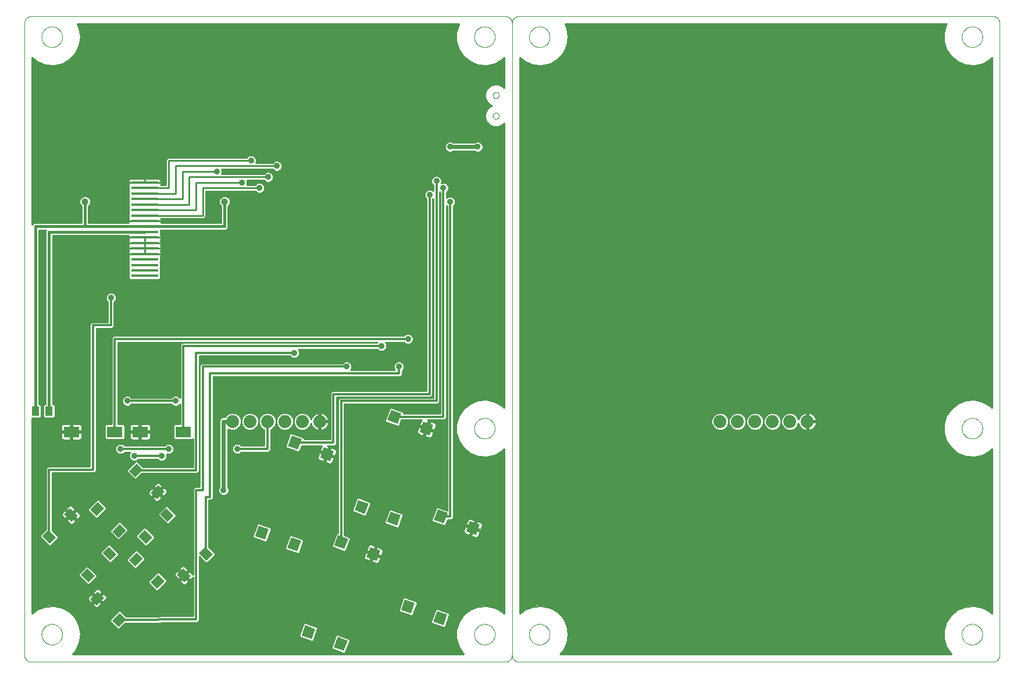
<source format=gtl>
G75*
%MOIN*%
%OFA0B0*%
%FSLAX25Y25*%
%IPPOS*%
%LPD*%
%AMOC8*
5,1,8,0,0,1.08239X$1,22.5*
%
%ADD10C,0.00000*%
%ADD11R,0.04331X0.05512*%
%ADD12R,0.15748X0.01575*%
%ADD13R,0.06299X0.06102*%
%ADD14R,0.09055X0.06299*%
%ADD15R,0.05118X0.06102*%
%ADD16C,0.07400*%
%ADD17C,0.01000*%
%ADD18C,0.03569*%
%ADD19C,0.01600*%
%ADD20C,0.03962*%
%ADD21C,0.01200*%
%ADD22C,0.02400*%
D10*
X0003248Y0006189D02*
X0003248Y0368394D01*
X0003250Y0368518D01*
X0003256Y0368641D01*
X0003265Y0368765D01*
X0003279Y0368887D01*
X0003296Y0369010D01*
X0003318Y0369132D01*
X0003343Y0369253D01*
X0003372Y0369373D01*
X0003404Y0369492D01*
X0003441Y0369611D01*
X0003481Y0369728D01*
X0003524Y0369843D01*
X0003572Y0369958D01*
X0003623Y0370070D01*
X0003677Y0370181D01*
X0003735Y0370291D01*
X0003796Y0370398D01*
X0003861Y0370504D01*
X0003929Y0370607D01*
X0004000Y0370708D01*
X0004074Y0370807D01*
X0004151Y0370904D01*
X0004232Y0370998D01*
X0004315Y0371089D01*
X0004401Y0371178D01*
X0004490Y0371264D01*
X0004581Y0371347D01*
X0004675Y0371428D01*
X0004772Y0371505D01*
X0004871Y0371579D01*
X0004972Y0371650D01*
X0005075Y0371718D01*
X0005181Y0371783D01*
X0005288Y0371844D01*
X0005398Y0371902D01*
X0005509Y0371956D01*
X0005621Y0372007D01*
X0005736Y0372055D01*
X0005851Y0372098D01*
X0005968Y0372138D01*
X0006087Y0372175D01*
X0006206Y0372207D01*
X0006326Y0372236D01*
X0006447Y0372261D01*
X0006569Y0372283D01*
X0006692Y0372300D01*
X0006814Y0372314D01*
X0006938Y0372323D01*
X0007061Y0372329D01*
X0007185Y0372331D01*
X0278839Y0372331D01*
X0278963Y0372329D01*
X0279086Y0372323D01*
X0279210Y0372314D01*
X0279332Y0372300D01*
X0279455Y0372283D01*
X0279577Y0372261D01*
X0279698Y0372236D01*
X0279818Y0372207D01*
X0279937Y0372175D01*
X0280056Y0372138D01*
X0280173Y0372098D01*
X0280288Y0372055D01*
X0280403Y0372007D01*
X0280515Y0371956D01*
X0280626Y0371902D01*
X0280736Y0371844D01*
X0280843Y0371783D01*
X0280949Y0371718D01*
X0281052Y0371650D01*
X0281153Y0371579D01*
X0281252Y0371505D01*
X0281349Y0371428D01*
X0281443Y0371347D01*
X0281534Y0371264D01*
X0281623Y0371178D01*
X0281709Y0371089D01*
X0281792Y0370998D01*
X0281873Y0370904D01*
X0281950Y0370807D01*
X0282024Y0370708D01*
X0282095Y0370607D01*
X0282163Y0370504D01*
X0282228Y0370398D01*
X0282289Y0370291D01*
X0282347Y0370181D01*
X0282401Y0370070D01*
X0282452Y0369958D01*
X0282500Y0369843D01*
X0282543Y0369728D01*
X0282583Y0369611D01*
X0282620Y0369492D01*
X0282652Y0369373D01*
X0282681Y0369253D01*
X0282706Y0369132D01*
X0282728Y0369010D01*
X0282745Y0368887D01*
X0282759Y0368765D01*
X0282768Y0368641D01*
X0282774Y0368518D01*
X0282776Y0368394D01*
X0282776Y0006189D01*
X0282778Y0006065D01*
X0282784Y0005942D01*
X0282793Y0005818D01*
X0282807Y0005696D01*
X0282824Y0005573D01*
X0282846Y0005451D01*
X0282871Y0005330D01*
X0282900Y0005210D01*
X0282932Y0005091D01*
X0282969Y0004972D01*
X0283009Y0004855D01*
X0283052Y0004740D01*
X0283100Y0004625D01*
X0283151Y0004513D01*
X0283205Y0004402D01*
X0283263Y0004292D01*
X0283324Y0004185D01*
X0283389Y0004079D01*
X0283457Y0003976D01*
X0283528Y0003875D01*
X0283602Y0003776D01*
X0283679Y0003679D01*
X0283760Y0003585D01*
X0283843Y0003494D01*
X0283929Y0003405D01*
X0284018Y0003319D01*
X0284109Y0003236D01*
X0284203Y0003155D01*
X0284300Y0003078D01*
X0284399Y0003004D01*
X0284500Y0002933D01*
X0284603Y0002865D01*
X0284709Y0002800D01*
X0284816Y0002739D01*
X0284926Y0002681D01*
X0285037Y0002627D01*
X0285149Y0002576D01*
X0285264Y0002528D01*
X0285379Y0002485D01*
X0285496Y0002445D01*
X0285615Y0002408D01*
X0285734Y0002376D01*
X0285854Y0002347D01*
X0285975Y0002322D01*
X0286097Y0002300D01*
X0286220Y0002283D01*
X0286342Y0002269D01*
X0286466Y0002260D01*
X0286589Y0002254D01*
X0286713Y0002252D01*
X0558366Y0002252D01*
X0558490Y0002254D01*
X0558613Y0002260D01*
X0558737Y0002269D01*
X0558859Y0002283D01*
X0558982Y0002300D01*
X0559104Y0002322D01*
X0559225Y0002347D01*
X0559345Y0002376D01*
X0559464Y0002408D01*
X0559583Y0002445D01*
X0559700Y0002485D01*
X0559815Y0002528D01*
X0559930Y0002576D01*
X0560042Y0002627D01*
X0560153Y0002681D01*
X0560263Y0002739D01*
X0560370Y0002800D01*
X0560476Y0002865D01*
X0560579Y0002933D01*
X0560680Y0003004D01*
X0560779Y0003078D01*
X0560876Y0003155D01*
X0560970Y0003236D01*
X0561061Y0003319D01*
X0561150Y0003405D01*
X0561236Y0003494D01*
X0561319Y0003585D01*
X0561400Y0003679D01*
X0561477Y0003776D01*
X0561551Y0003875D01*
X0561622Y0003976D01*
X0561690Y0004079D01*
X0561755Y0004185D01*
X0561816Y0004292D01*
X0561874Y0004402D01*
X0561928Y0004513D01*
X0561979Y0004625D01*
X0562027Y0004740D01*
X0562070Y0004855D01*
X0562110Y0004972D01*
X0562147Y0005091D01*
X0562179Y0005210D01*
X0562208Y0005330D01*
X0562233Y0005451D01*
X0562255Y0005573D01*
X0562272Y0005696D01*
X0562286Y0005818D01*
X0562295Y0005942D01*
X0562301Y0006065D01*
X0562303Y0006189D01*
X0562303Y0368394D01*
X0562301Y0368518D01*
X0562295Y0368641D01*
X0562286Y0368765D01*
X0562272Y0368887D01*
X0562255Y0369010D01*
X0562233Y0369132D01*
X0562208Y0369253D01*
X0562179Y0369373D01*
X0562147Y0369492D01*
X0562110Y0369611D01*
X0562070Y0369728D01*
X0562027Y0369843D01*
X0561979Y0369958D01*
X0561928Y0370070D01*
X0561874Y0370181D01*
X0561816Y0370291D01*
X0561755Y0370398D01*
X0561690Y0370504D01*
X0561622Y0370607D01*
X0561551Y0370708D01*
X0561477Y0370807D01*
X0561400Y0370904D01*
X0561319Y0370998D01*
X0561236Y0371089D01*
X0561150Y0371178D01*
X0561061Y0371264D01*
X0560970Y0371347D01*
X0560876Y0371428D01*
X0560779Y0371505D01*
X0560680Y0371579D01*
X0560579Y0371650D01*
X0560476Y0371718D01*
X0560370Y0371783D01*
X0560263Y0371844D01*
X0560153Y0371902D01*
X0560042Y0371956D01*
X0559930Y0372007D01*
X0559815Y0372055D01*
X0559700Y0372098D01*
X0559583Y0372138D01*
X0559464Y0372175D01*
X0559345Y0372207D01*
X0559225Y0372236D01*
X0559104Y0372261D01*
X0558982Y0372283D01*
X0558859Y0372300D01*
X0558737Y0372314D01*
X0558613Y0372323D01*
X0558490Y0372329D01*
X0558366Y0372331D01*
X0286713Y0372331D01*
X0286589Y0372329D01*
X0286466Y0372323D01*
X0286342Y0372314D01*
X0286220Y0372300D01*
X0286097Y0372283D01*
X0285975Y0372261D01*
X0285854Y0372236D01*
X0285734Y0372207D01*
X0285615Y0372175D01*
X0285496Y0372138D01*
X0285379Y0372098D01*
X0285264Y0372055D01*
X0285149Y0372007D01*
X0285037Y0371956D01*
X0284926Y0371902D01*
X0284816Y0371844D01*
X0284709Y0371783D01*
X0284603Y0371718D01*
X0284500Y0371650D01*
X0284399Y0371579D01*
X0284300Y0371505D01*
X0284203Y0371428D01*
X0284109Y0371347D01*
X0284018Y0371264D01*
X0283929Y0371178D01*
X0283843Y0371089D01*
X0283760Y0370998D01*
X0283679Y0370904D01*
X0283602Y0370807D01*
X0283528Y0370708D01*
X0283457Y0370607D01*
X0283389Y0370504D01*
X0283324Y0370398D01*
X0283263Y0370291D01*
X0283205Y0370181D01*
X0283151Y0370070D01*
X0283100Y0369958D01*
X0283052Y0369843D01*
X0283009Y0369728D01*
X0282969Y0369611D01*
X0282932Y0369492D01*
X0282900Y0369373D01*
X0282871Y0369253D01*
X0282846Y0369132D01*
X0282824Y0369010D01*
X0282807Y0368887D01*
X0282793Y0368765D01*
X0282784Y0368641D01*
X0282778Y0368518D01*
X0282776Y0368394D01*
X0292618Y0360520D02*
X0292620Y0360673D01*
X0292626Y0360827D01*
X0292636Y0360980D01*
X0292650Y0361132D01*
X0292668Y0361285D01*
X0292690Y0361436D01*
X0292715Y0361587D01*
X0292745Y0361738D01*
X0292779Y0361888D01*
X0292816Y0362036D01*
X0292857Y0362184D01*
X0292902Y0362330D01*
X0292951Y0362476D01*
X0293004Y0362620D01*
X0293060Y0362762D01*
X0293120Y0362903D01*
X0293184Y0363043D01*
X0293251Y0363181D01*
X0293322Y0363317D01*
X0293397Y0363451D01*
X0293474Y0363583D01*
X0293556Y0363713D01*
X0293640Y0363841D01*
X0293728Y0363967D01*
X0293819Y0364090D01*
X0293913Y0364211D01*
X0294011Y0364329D01*
X0294111Y0364445D01*
X0294215Y0364558D01*
X0294321Y0364669D01*
X0294430Y0364777D01*
X0294542Y0364882D01*
X0294656Y0364983D01*
X0294774Y0365082D01*
X0294893Y0365178D01*
X0295015Y0365271D01*
X0295140Y0365360D01*
X0295267Y0365447D01*
X0295396Y0365529D01*
X0295527Y0365609D01*
X0295660Y0365685D01*
X0295795Y0365758D01*
X0295932Y0365827D01*
X0296071Y0365892D01*
X0296211Y0365954D01*
X0296353Y0366012D01*
X0296496Y0366067D01*
X0296641Y0366118D01*
X0296787Y0366165D01*
X0296934Y0366208D01*
X0297082Y0366247D01*
X0297231Y0366283D01*
X0297381Y0366314D01*
X0297532Y0366342D01*
X0297683Y0366366D01*
X0297836Y0366386D01*
X0297988Y0366402D01*
X0298141Y0366414D01*
X0298294Y0366422D01*
X0298447Y0366426D01*
X0298601Y0366426D01*
X0298754Y0366422D01*
X0298907Y0366414D01*
X0299060Y0366402D01*
X0299212Y0366386D01*
X0299365Y0366366D01*
X0299516Y0366342D01*
X0299667Y0366314D01*
X0299817Y0366283D01*
X0299966Y0366247D01*
X0300114Y0366208D01*
X0300261Y0366165D01*
X0300407Y0366118D01*
X0300552Y0366067D01*
X0300695Y0366012D01*
X0300837Y0365954D01*
X0300977Y0365892D01*
X0301116Y0365827D01*
X0301253Y0365758D01*
X0301388Y0365685D01*
X0301521Y0365609D01*
X0301652Y0365529D01*
X0301781Y0365447D01*
X0301908Y0365360D01*
X0302033Y0365271D01*
X0302155Y0365178D01*
X0302274Y0365082D01*
X0302392Y0364983D01*
X0302506Y0364882D01*
X0302618Y0364777D01*
X0302727Y0364669D01*
X0302833Y0364558D01*
X0302937Y0364445D01*
X0303037Y0364329D01*
X0303135Y0364211D01*
X0303229Y0364090D01*
X0303320Y0363967D01*
X0303408Y0363841D01*
X0303492Y0363713D01*
X0303574Y0363583D01*
X0303651Y0363451D01*
X0303726Y0363317D01*
X0303797Y0363181D01*
X0303864Y0363043D01*
X0303928Y0362903D01*
X0303988Y0362762D01*
X0304044Y0362620D01*
X0304097Y0362476D01*
X0304146Y0362330D01*
X0304191Y0362184D01*
X0304232Y0362036D01*
X0304269Y0361888D01*
X0304303Y0361738D01*
X0304333Y0361587D01*
X0304358Y0361436D01*
X0304380Y0361285D01*
X0304398Y0361132D01*
X0304412Y0360980D01*
X0304422Y0360827D01*
X0304428Y0360673D01*
X0304430Y0360520D01*
X0304428Y0360367D01*
X0304422Y0360213D01*
X0304412Y0360060D01*
X0304398Y0359908D01*
X0304380Y0359755D01*
X0304358Y0359604D01*
X0304333Y0359453D01*
X0304303Y0359302D01*
X0304269Y0359152D01*
X0304232Y0359004D01*
X0304191Y0358856D01*
X0304146Y0358710D01*
X0304097Y0358564D01*
X0304044Y0358420D01*
X0303988Y0358278D01*
X0303928Y0358137D01*
X0303864Y0357997D01*
X0303797Y0357859D01*
X0303726Y0357723D01*
X0303651Y0357589D01*
X0303574Y0357457D01*
X0303492Y0357327D01*
X0303408Y0357199D01*
X0303320Y0357073D01*
X0303229Y0356950D01*
X0303135Y0356829D01*
X0303037Y0356711D01*
X0302937Y0356595D01*
X0302833Y0356482D01*
X0302727Y0356371D01*
X0302618Y0356263D01*
X0302506Y0356158D01*
X0302392Y0356057D01*
X0302274Y0355958D01*
X0302155Y0355862D01*
X0302033Y0355769D01*
X0301908Y0355680D01*
X0301781Y0355593D01*
X0301652Y0355511D01*
X0301521Y0355431D01*
X0301388Y0355355D01*
X0301253Y0355282D01*
X0301116Y0355213D01*
X0300977Y0355148D01*
X0300837Y0355086D01*
X0300695Y0355028D01*
X0300552Y0354973D01*
X0300407Y0354922D01*
X0300261Y0354875D01*
X0300114Y0354832D01*
X0299966Y0354793D01*
X0299817Y0354757D01*
X0299667Y0354726D01*
X0299516Y0354698D01*
X0299365Y0354674D01*
X0299212Y0354654D01*
X0299060Y0354638D01*
X0298907Y0354626D01*
X0298754Y0354618D01*
X0298601Y0354614D01*
X0298447Y0354614D01*
X0298294Y0354618D01*
X0298141Y0354626D01*
X0297988Y0354638D01*
X0297836Y0354654D01*
X0297683Y0354674D01*
X0297532Y0354698D01*
X0297381Y0354726D01*
X0297231Y0354757D01*
X0297082Y0354793D01*
X0296934Y0354832D01*
X0296787Y0354875D01*
X0296641Y0354922D01*
X0296496Y0354973D01*
X0296353Y0355028D01*
X0296211Y0355086D01*
X0296071Y0355148D01*
X0295932Y0355213D01*
X0295795Y0355282D01*
X0295660Y0355355D01*
X0295527Y0355431D01*
X0295396Y0355511D01*
X0295267Y0355593D01*
X0295140Y0355680D01*
X0295015Y0355769D01*
X0294893Y0355862D01*
X0294774Y0355958D01*
X0294656Y0356057D01*
X0294542Y0356158D01*
X0294430Y0356263D01*
X0294321Y0356371D01*
X0294215Y0356482D01*
X0294111Y0356595D01*
X0294011Y0356711D01*
X0293913Y0356829D01*
X0293819Y0356950D01*
X0293728Y0357073D01*
X0293640Y0357199D01*
X0293556Y0357327D01*
X0293474Y0357457D01*
X0293397Y0357589D01*
X0293322Y0357723D01*
X0293251Y0357859D01*
X0293184Y0357997D01*
X0293120Y0358137D01*
X0293060Y0358278D01*
X0293004Y0358420D01*
X0292951Y0358564D01*
X0292902Y0358710D01*
X0292857Y0358856D01*
X0292816Y0359004D01*
X0292779Y0359152D01*
X0292745Y0359302D01*
X0292715Y0359453D01*
X0292690Y0359604D01*
X0292668Y0359755D01*
X0292650Y0359908D01*
X0292636Y0360060D01*
X0292626Y0360213D01*
X0292620Y0360367D01*
X0292618Y0360520D01*
X0261122Y0360520D02*
X0261124Y0360673D01*
X0261130Y0360827D01*
X0261140Y0360980D01*
X0261154Y0361132D01*
X0261172Y0361285D01*
X0261194Y0361436D01*
X0261219Y0361587D01*
X0261249Y0361738D01*
X0261283Y0361888D01*
X0261320Y0362036D01*
X0261361Y0362184D01*
X0261406Y0362330D01*
X0261455Y0362476D01*
X0261508Y0362620D01*
X0261564Y0362762D01*
X0261624Y0362903D01*
X0261688Y0363043D01*
X0261755Y0363181D01*
X0261826Y0363317D01*
X0261901Y0363451D01*
X0261978Y0363583D01*
X0262060Y0363713D01*
X0262144Y0363841D01*
X0262232Y0363967D01*
X0262323Y0364090D01*
X0262417Y0364211D01*
X0262515Y0364329D01*
X0262615Y0364445D01*
X0262719Y0364558D01*
X0262825Y0364669D01*
X0262934Y0364777D01*
X0263046Y0364882D01*
X0263160Y0364983D01*
X0263278Y0365082D01*
X0263397Y0365178D01*
X0263519Y0365271D01*
X0263644Y0365360D01*
X0263771Y0365447D01*
X0263900Y0365529D01*
X0264031Y0365609D01*
X0264164Y0365685D01*
X0264299Y0365758D01*
X0264436Y0365827D01*
X0264575Y0365892D01*
X0264715Y0365954D01*
X0264857Y0366012D01*
X0265000Y0366067D01*
X0265145Y0366118D01*
X0265291Y0366165D01*
X0265438Y0366208D01*
X0265586Y0366247D01*
X0265735Y0366283D01*
X0265885Y0366314D01*
X0266036Y0366342D01*
X0266187Y0366366D01*
X0266340Y0366386D01*
X0266492Y0366402D01*
X0266645Y0366414D01*
X0266798Y0366422D01*
X0266951Y0366426D01*
X0267105Y0366426D01*
X0267258Y0366422D01*
X0267411Y0366414D01*
X0267564Y0366402D01*
X0267716Y0366386D01*
X0267869Y0366366D01*
X0268020Y0366342D01*
X0268171Y0366314D01*
X0268321Y0366283D01*
X0268470Y0366247D01*
X0268618Y0366208D01*
X0268765Y0366165D01*
X0268911Y0366118D01*
X0269056Y0366067D01*
X0269199Y0366012D01*
X0269341Y0365954D01*
X0269481Y0365892D01*
X0269620Y0365827D01*
X0269757Y0365758D01*
X0269892Y0365685D01*
X0270025Y0365609D01*
X0270156Y0365529D01*
X0270285Y0365447D01*
X0270412Y0365360D01*
X0270537Y0365271D01*
X0270659Y0365178D01*
X0270778Y0365082D01*
X0270896Y0364983D01*
X0271010Y0364882D01*
X0271122Y0364777D01*
X0271231Y0364669D01*
X0271337Y0364558D01*
X0271441Y0364445D01*
X0271541Y0364329D01*
X0271639Y0364211D01*
X0271733Y0364090D01*
X0271824Y0363967D01*
X0271912Y0363841D01*
X0271996Y0363713D01*
X0272078Y0363583D01*
X0272155Y0363451D01*
X0272230Y0363317D01*
X0272301Y0363181D01*
X0272368Y0363043D01*
X0272432Y0362903D01*
X0272492Y0362762D01*
X0272548Y0362620D01*
X0272601Y0362476D01*
X0272650Y0362330D01*
X0272695Y0362184D01*
X0272736Y0362036D01*
X0272773Y0361888D01*
X0272807Y0361738D01*
X0272837Y0361587D01*
X0272862Y0361436D01*
X0272884Y0361285D01*
X0272902Y0361132D01*
X0272916Y0360980D01*
X0272926Y0360827D01*
X0272932Y0360673D01*
X0272934Y0360520D01*
X0272932Y0360367D01*
X0272926Y0360213D01*
X0272916Y0360060D01*
X0272902Y0359908D01*
X0272884Y0359755D01*
X0272862Y0359604D01*
X0272837Y0359453D01*
X0272807Y0359302D01*
X0272773Y0359152D01*
X0272736Y0359004D01*
X0272695Y0358856D01*
X0272650Y0358710D01*
X0272601Y0358564D01*
X0272548Y0358420D01*
X0272492Y0358278D01*
X0272432Y0358137D01*
X0272368Y0357997D01*
X0272301Y0357859D01*
X0272230Y0357723D01*
X0272155Y0357589D01*
X0272078Y0357457D01*
X0271996Y0357327D01*
X0271912Y0357199D01*
X0271824Y0357073D01*
X0271733Y0356950D01*
X0271639Y0356829D01*
X0271541Y0356711D01*
X0271441Y0356595D01*
X0271337Y0356482D01*
X0271231Y0356371D01*
X0271122Y0356263D01*
X0271010Y0356158D01*
X0270896Y0356057D01*
X0270778Y0355958D01*
X0270659Y0355862D01*
X0270537Y0355769D01*
X0270412Y0355680D01*
X0270285Y0355593D01*
X0270156Y0355511D01*
X0270025Y0355431D01*
X0269892Y0355355D01*
X0269757Y0355282D01*
X0269620Y0355213D01*
X0269481Y0355148D01*
X0269341Y0355086D01*
X0269199Y0355028D01*
X0269056Y0354973D01*
X0268911Y0354922D01*
X0268765Y0354875D01*
X0268618Y0354832D01*
X0268470Y0354793D01*
X0268321Y0354757D01*
X0268171Y0354726D01*
X0268020Y0354698D01*
X0267869Y0354674D01*
X0267716Y0354654D01*
X0267564Y0354638D01*
X0267411Y0354626D01*
X0267258Y0354618D01*
X0267105Y0354614D01*
X0266951Y0354614D01*
X0266798Y0354618D01*
X0266645Y0354626D01*
X0266492Y0354638D01*
X0266340Y0354654D01*
X0266187Y0354674D01*
X0266036Y0354698D01*
X0265885Y0354726D01*
X0265735Y0354757D01*
X0265586Y0354793D01*
X0265438Y0354832D01*
X0265291Y0354875D01*
X0265145Y0354922D01*
X0265000Y0354973D01*
X0264857Y0355028D01*
X0264715Y0355086D01*
X0264575Y0355148D01*
X0264436Y0355213D01*
X0264299Y0355282D01*
X0264164Y0355355D01*
X0264031Y0355431D01*
X0263900Y0355511D01*
X0263771Y0355593D01*
X0263644Y0355680D01*
X0263519Y0355769D01*
X0263397Y0355862D01*
X0263278Y0355958D01*
X0263160Y0356057D01*
X0263046Y0356158D01*
X0262934Y0356263D01*
X0262825Y0356371D01*
X0262719Y0356482D01*
X0262615Y0356595D01*
X0262515Y0356711D01*
X0262417Y0356829D01*
X0262323Y0356950D01*
X0262232Y0357073D01*
X0262144Y0357199D01*
X0262060Y0357327D01*
X0261978Y0357457D01*
X0261901Y0357589D01*
X0261826Y0357723D01*
X0261755Y0357859D01*
X0261688Y0357997D01*
X0261624Y0358137D01*
X0261564Y0358278D01*
X0261508Y0358420D01*
X0261455Y0358564D01*
X0261406Y0358710D01*
X0261361Y0358856D01*
X0261320Y0359004D01*
X0261283Y0359152D01*
X0261249Y0359302D01*
X0261219Y0359453D01*
X0261194Y0359604D01*
X0261172Y0359755D01*
X0261154Y0359908D01*
X0261140Y0360060D01*
X0261130Y0360213D01*
X0261124Y0360367D01*
X0261122Y0360520D01*
X0271752Y0327055D02*
X0271754Y0327139D01*
X0271760Y0327222D01*
X0271770Y0327305D01*
X0271784Y0327388D01*
X0271801Y0327470D01*
X0271823Y0327551D01*
X0271848Y0327630D01*
X0271877Y0327709D01*
X0271910Y0327786D01*
X0271946Y0327861D01*
X0271986Y0327935D01*
X0272029Y0328007D01*
X0272076Y0328076D01*
X0272126Y0328143D01*
X0272179Y0328208D01*
X0272235Y0328270D01*
X0272293Y0328330D01*
X0272355Y0328387D01*
X0272419Y0328440D01*
X0272486Y0328491D01*
X0272555Y0328538D01*
X0272626Y0328583D01*
X0272699Y0328623D01*
X0272774Y0328660D01*
X0272851Y0328694D01*
X0272929Y0328724D01*
X0273008Y0328750D01*
X0273089Y0328773D01*
X0273171Y0328791D01*
X0273253Y0328806D01*
X0273336Y0328817D01*
X0273419Y0328824D01*
X0273503Y0328827D01*
X0273587Y0328826D01*
X0273670Y0328821D01*
X0273754Y0328812D01*
X0273836Y0328799D01*
X0273918Y0328783D01*
X0273999Y0328762D01*
X0274080Y0328738D01*
X0274158Y0328710D01*
X0274236Y0328678D01*
X0274312Y0328642D01*
X0274386Y0328603D01*
X0274458Y0328561D01*
X0274528Y0328515D01*
X0274596Y0328466D01*
X0274661Y0328414D01*
X0274724Y0328359D01*
X0274784Y0328301D01*
X0274842Y0328240D01*
X0274896Y0328176D01*
X0274948Y0328110D01*
X0274996Y0328042D01*
X0275041Y0327971D01*
X0275082Y0327898D01*
X0275121Y0327824D01*
X0275155Y0327748D01*
X0275186Y0327670D01*
X0275213Y0327591D01*
X0275237Y0327510D01*
X0275256Y0327429D01*
X0275272Y0327347D01*
X0275284Y0327264D01*
X0275292Y0327180D01*
X0275296Y0327097D01*
X0275296Y0327013D01*
X0275292Y0326930D01*
X0275284Y0326846D01*
X0275272Y0326763D01*
X0275256Y0326681D01*
X0275237Y0326600D01*
X0275213Y0326519D01*
X0275186Y0326440D01*
X0275155Y0326362D01*
X0275121Y0326286D01*
X0275082Y0326212D01*
X0275041Y0326139D01*
X0274996Y0326068D01*
X0274948Y0326000D01*
X0274896Y0325934D01*
X0274842Y0325870D01*
X0274784Y0325809D01*
X0274724Y0325751D01*
X0274661Y0325696D01*
X0274596Y0325644D01*
X0274528Y0325595D01*
X0274458Y0325549D01*
X0274386Y0325507D01*
X0274312Y0325468D01*
X0274236Y0325432D01*
X0274158Y0325400D01*
X0274080Y0325372D01*
X0273999Y0325348D01*
X0273918Y0325327D01*
X0273836Y0325311D01*
X0273754Y0325298D01*
X0273670Y0325289D01*
X0273587Y0325284D01*
X0273503Y0325283D01*
X0273419Y0325286D01*
X0273336Y0325293D01*
X0273253Y0325304D01*
X0273171Y0325319D01*
X0273089Y0325337D01*
X0273008Y0325360D01*
X0272929Y0325386D01*
X0272851Y0325416D01*
X0272774Y0325450D01*
X0272699Y0325487D01*
X0272626Y0325527D01*
X0272555Y0325572D01*
X0272486Y0325619D01*
X0272419Y0325670D01*
X0272355Y0325723D01*
X0272293Y0325780D01*
X0272235Y0325840D01*
X0272179Y0325902D01*
X0272126Y0325967D01*
X0272076Y0326034D01*
X0272029Y0326103D01*
X0271986Y0326175D01*
X0271946Y0326249D01*
X0271910Y0326324D01*
X0271877Y0326401D01*
X0271848Y0326480D01*
X0271823Y0326559D01*
X0271801Y0326640D01*
X0271784Y0326722D01*
X0271770Y0326805D01*
X0271760Y0326888D01*
X0271754Y0326971D01*
X0271752Y0327055D01*
X0271752Y0315244D02*
X0271754Y0315328D01*
X0271760Y0315411D01*
X0271770Y0315494D01*
X0271784Y0315577D01*
X0271801Y0315659D01*
X0271823Y0315740D01*
X0271848Y0315819D01*
X0271877Y0315898D01*
X0271910Y0315975D01*
X0271946Y0316050D01*
X0271986Y0316124D01*
X0272029Y0316196D01*
X0272076Y0316265D01*
X0272126Y0316332D01*
X0272179Y0316397D01*
X0272235Y0316459D01*
X0272293Y0316519D01*
X0272355Y0316576D01*
X0272419Y0316629D01*
X0272486Y0316680D01*
X0272555Y0316727D01*
X0272626Y0316772D01*
X0272699Y0316812D01*
X0272774Y0316849D01*
X0272851Y0316883D01*
X0272929Y0316913D01*
X0273008Y0316939D01*
X0273089Y0316962D01*
X0273171Y0316980D01*
X0273253Y0316995D01*
X0273336Y0317006D01*
X0273419Y0317013D01*
X0273503Y0317016D01*
X0273587Y0317015D01*
X0273670Y0317010D01*
X0273754Y0317001D01*
X0273836Y0316988D01*
X0273918Y0316972D01*
X0273999Y0316951D01*
X0274080Y0316927D01*
X0274158Y0316899D01*
X0274236Y0316867D01*
X0274312Y0316831D01*
X0274386Y0316792D01*
X0274458Y0316750D01*
X0274528Y0316704D01*
X0274596Y0316655D01*
X0274661Y0316603D01*
X0274724Y0316548D01*
X0274784Y0316490D01*
X0274842Y0316429D01*
X0274896Y0316365D01*
X0274948Y0316299D01*
X0274996Y0316231D01*
X0275041Y0316160D01*
X0275082Y0316087D01*
X0275121Y0316013D01*
X0275155Y0315937D01*
X0275186Y0315859D01*
X0275213Y0315780D01*
X0275237Y0315699D01*
X0275256Y0315618D01*
X0275272Y0315536D01*
X0275284Y0315453D01*
X0275292Y0315369D01*
X0275296Y0315286D01*
X0275296Y0315202D01*
X0275292Y0315119D01*
X0275284Y0315035D01*
X0275272Y0314952D01*
X0275256Y0314870D01*
X0275237Y0314789D01*
X0275213Y0314708D01*
X0275186Y0314629D01*
X0275155Y0314551D01*
X0275121Y0314475D01*
X0275082Y0314401D01*
X0275041Y0314328D01*
X0274996Y0314257D01*
X0274948Y0314189D01*
X0274896Y0314123D01*
X0274842Y0314059D01*
X0274784Y0313998D01*
X0274724Y0313940D01*
X0274661Y0313885D01*
X0274596Y0313833D01*
X0274528Y0313784D01*
X0274458Y0313738D01*
X0274386Y0313696D01*
X0274312Y0313657D01*
X0274236Y0313621D01*
X0274158Y0313589D01*
X0274080Y0313561D01*
X0273999Y0313537D01*
X0273918Y0313516D01*
X0273836Y0313500D01*
X0273754Y0313487D01*
X0273670Y0313478D01*
X0273587Y0313473D01*
X0273503Y0313472D01*
X0273419Y0313475D01*
X0273336Y0313482D01*
X0273253Y0313493D01*
X0273171Y0313508D01*
X0273089Y0313526D01*
X0273008Y0313549D01*
X0272929Y0313575D01*
X0272851Y0313605D01*
X0272774Y0313639D01*
X0272699Y0313676D01*
X0272626Y0313716D01*
X0272555Y0313761D01*
X0272486Y0313808D01*
X0272419Y0313859D01*
X0272355Y0313912D01*
X0272293Y0313969D01*
X0272235Y0314029D01*
X0272179Y0314091D01*
X0272126Y0314156D01*
X0272076Y0314223D01*
X0272029Y0314292D01*
X0271986Y0314364D01*
X0271946Y0314438D01*
X0271910Y0314513D01*
X0271877Y0314590D01*
X0271848Y0314669D01*
X0271823Y0314748D01*
X0271801Y0314829D01*
X0271784Y0314911D01*
X0271770Y0314994D01*
X0271760Y0315077D01*
X0271754Y0315160D01*
X0271752Y0315244D01*
X0013090Y0360520D02*
X0013092Y0360673D01*
X0013098Y0360827D01*
X0013108Y0360980D01*
X0013122Y0361132D01*
X0013140Y0361285D01*
X0013162Y0361436D01*
X0013187Y0361587D01*
X0013217Y0361738D01*
X0013251Y0361888D01*
X0013288Y0362036D01*
X0013329Y0362184D01*
X0013374Y0362330D01*
X0013423Y0362476D01*
X0013476Y0362620D01*
X0013532Y0362762D01*
X0013592Y0362903D01*
X0013656Y0363043D01*
X0013723Y0363181D01*
X0013794Y0363317D01*
X0013869Y0363451D01*
X0013946Y0363583D01*
X0014028Y0363713D01*
X0014112Y0363841D01*
X0014200Y0363967D01*
X0014291Y0364090D01*
X0014385Y0364211D01*
X0014483Y0364329D01*
X0014583Y0364445D01*
X0014687Y0364558D01*
X0014793Y0364669D01*
X0014902Y0364777D01*
X0015014Y0364882D01*
X0015128Y0364983D01*
X0015246Y0365082D01*
X0015365Y0365178D01*
X0015487Y0365271D01*
X0015612Y0365360D01*
X0015739Y0365447D01*
X0015868Y0365529D01*
X0015999Y0365609D01*
X0016132Y0365685D01*
X0016267Y0365758D01*
X0016404Y0365827D01*
X0016543Y0365892D01*
X0016683Y0365954D01*
X0016825Y0366012D01*
X0016968Y0366067D01*
X0017113Y0366118D01*
X0017259Y0366165D01*
X0017406Y0366208D01*
X0017554Y0366247D01*
X0017703Y0366283D01*
X0017853Y0366314D01*
X0018004Y0366342D01*
X0018155Y0366366D01*
X0018308Y0366386D01*
X0018460Y0366402D01*
X0018613Y0366414D01*
X0018766Y0366422D01*
X0018919Y0366426D01*
X0019073Y0366426D01*
X0019226Y0366422D01*
X0019379Y0366414D01*
X0019532Y0366402D01*
X0019684Y0366386D01*
X0019837Y0366366D01*
X0019988Y0366342D01*
X0020139Y0366314D01*
X0020289Y0366283D01*
X0020438Y0366247D01*
X0020586Y0366208D01*
X0020733Y0366165D01*
X0020879Y0366118D01*
X0021024Y0366067D01*
X0021167Y0366012D01*
X0021309Y0365954D01*
X0021449Y0365892D01*
X0021588Y0365827D01*
X0021725Y0365758D01*
X0021860Y0365685D01*
X0021993Y0365609D01*
X0022124Y0365529D01*
X0022253Y0365447D01*
X0022380Y0365360D01*
X0022505Y0365271D01*
X0022627Y0365178D01*
X0022746Y0365082D01*
X0022864Y0364983D01*
X0022978Y0364882D01*
X0023090Y0364777D01*
X0023199Y0364669D01*
X0023305Y0364558D01*
X0023409Y0364445D01*
X0023509Y0364329D01*
X0023607Y0364211D01*
X0023701Y0364090D01*
X0023792Y0363967D01*
X0023880Y0363841D01*
X0023964Y0363713D01*
X0024046Y0363583D01*
X0024123Y0363451D01*
X0024198Y0363317D01*
X0024269Y0363181D01*
X0024336Y0363043D01*
X0024400Y0362903D01*
X0024460Y0362762D01*
X0024516Y0362620D01*
X0024569Y0362476D01*
X0024618Y0362330D01*
X0024663Y0362184D01*
X0024704Y0362036D01*
X0024741Y0361888D01*
X0024775Y0361738D01*
X0024805Y0361587D01*
X0024830Y0361436D01*
X0024852Y0361285D01*
X0024870Y0361132D01*
X0024884Y0360980D01*
X0024894Y0360827D01*
X0024900Y0360673D01*
X0024902Y0360520D01*
X0024900Y0360367D01*
X0024894Y0360213D01*
X0024884Y0360060D01*
X0024870Y0359908D01*
X0024852Y0359755D01*
X0024830Y0359604D01*
X0024805Y0359453D01*
X0024775Y0359302D01*
X0024741Y0359152D01*
X0024704Y0359004D01*
X0024663Y0358856D01*
X0024618Y0358710D01*
X0024569Y0358564D01*
X0024516Y0358420D01*
X0024460Y0358278D01*
X0024400Y0358137D01*
X0024336Y0357997D01*
X0024269Y0357859D01*
X0024198Y0357723D01*
X0024123Y0357589D01*
X0024046Y0357457D01*
X0023964Y0357327D01*
X0023880Y0357199D01*
X0023792Y0357073D01*
X0023701Y0356950D01*
X0023607Y0356829D01*
X0023509Y0356711D01*
X0023409Y0356595D01*
X0023305Y0356482D01*
X0023199Y0356371D01*
X0023090Y0356263D01*
X0022978Y0356158D01*
X0022864Y0356057D01*
X0022746Y0355958D01*
X0022627Y0355862D01*
X0022505Y0355769D01*
X0022380Y0355680D01*
X0022253Y0355593D01*
X0022124Y0355511D01*
X0021993Y0355431D01*
X0021860Y0355355D01*
X0021725Y0355282D01*
X0021588Y0355213D01*
X0021449Y0355148D01*
X0021309Y0355086D01*
X0021167Y0355028D01*
X0021024Y0354973D01*
X0020879Y0354922D01*
X0020733Y0354875D01*
X0020586Y0354832D01*
X0020438Y0354793D01*
X0020289Y0354757D01*
X0020139Y0354726D01*
X0019988Y0354698D01*
X0019837Y0354674D01*
X0019684Y0354654D01*
X0019532Y0354638D01*
X0019379Y0354626D01*
X0019226Y0354618D01*
X0019073Y0354614D01*
X0018919Y0354614D01*
X0018766Y0354618D01*
X0018613Y0354626D01*
X0018460Y0354638D01*
X0018308Y0354654D01*
X0018155Y0354674D01*
X0018004Y0354698D01*
X0017853Y0354726D01*
X0017703Y0354757D01*
X0017554Y0354793D01*
X0017406Y0354832D01*
X0017259Y0354875D01*
X0017113Y0354922D01*
X0016968Y0354973D01*
X0016825Y0355028D01*
X0016683Y0355086D01*
X0016543Y0355148D01*
X0016404Y0355213D01*
X0016267Y0355282D01*
X0016132Y0355355D01*
X0015999Y0355431D01*
X0015868Y0355511D01*
X0015739Y0355593D01*
X0015612Y0355680D01*
X0015487Y0355769D01*
X0015365Y0355862D01*
X0015246Y0355958D01*
X0015128Y0356057D01*
X0015014Y0356158D01*
X0014902Y0356263D01*
X0014793Y0356371D01*
X0014687Y0356482D01*
X0014583Y0356595D01*
X0014483Y0356711D01*
X0014385Y0356829D01*
X0014291Y0356950D01*
X0014200Y0357073D01*
X0014112Y0357199D01*
X0014028Y0357327D01*
X0013946Y0357457D01*
X0013869Y0357589D01*
X0013794Y0357723D01*
X0013723Y0357859D01*
X0013656Y0357997D01*
X0013592Y0358137D01*
X0013532Y0358278D01*
X0013476Y0358420D01*
X0013423Y0358564D01*
X0013374Y0358710D01*
X0013329Y0358856D01*
X0013288Y0359004D01*
X0013251Y0359152D01*
X0013217Y0359302D01*
X0013187Y0359453D01*
X0013162Y0359604D01*
X0013140Y0359755D01*
X0013122Y0359908D01*
X0013108Y0360060D01*
X0013098Y0360213D01*
X0013092Y0360367D01*
X0013090Y0360520D01*
X0261122Y0136110D02*
X0261124Y0136263D01*
X0261130Y0136417D01*
X0261140Y0136570D01*
X0261154Y0136722D01*
X0261172Y0136875D01*
X0261194Y0137026D01*
X0261219Y0137177D01*
X0261249Y0137328D01*
X0261283Y0137478D01*
X0261320Y0137626D01*
X0261361Y0137774D01*
X0261406Y0137920D01*
X0261455Y0138066D01*
X0261508Y0138210D01*
X0261564Y0138352D01*
X0261624Y0138493D01*
X0261688Y0138633D01*
X0261755Y0138771D01*
X0261826Y0138907D01*
X0261901Y0139041D01*
X0261978Y0139173D01*
X0262060Y0139303D01*
X0262144Y0139431D01*
X0262232Y0139557D01*
X0262323Y0139680D01*
X0262417Y0139801D01*
X0262515Y0139919D01*
X0262615Y0140035D01*
X0262719Y0140148D01*
X0262825Y0140259D01*
X0262934Y0140367D01*
X0263046Y0140472D01*
X0263160Y0140573D01*
X0263278Y0140672D01*
X0263397Y0140768D01*
X0263519Y0140861D01*
X0263644Y0140950D01*
X0263771Y0141037D01*
X0263900Y0141119D01*
X0264031Y0141199D01*
X0264164Y0141275D01*
X0264299Y0141348D01*
X0264436Y0141417D01*
X0264575Y0141482D01*
X0264715Y0141544D01*
X0264857Y0141602D01*
X0265000Y0141657D01*
X0265145Y0141708D01*
X0265291Y0141755D01*
X0265438Y0141798D01*
X0265586Y0141837D01*
X0265735Y0141873D01*
X0265885Y0141904D01*
X0266036Y0141932D01*
X0266187Y0141956D01*
X0266340Y0141976D01*
X0266492Y0141992D01*
X0266645Y0142004D01*
X0266798Y0142012D01*
X0266951Y0142016D01*
X0267105Y0142016D01*
X0267258Y0142012D01*
X0267411Y0142004D01*
X0267564Y0141992D01*
X0267716Y0141976D01*
X0267869Y0141956D01*
X0268020Y0141932D01*
X0268171Y0141904D01*
X0268321Y0141873D01*
X0268470Y0141837D01*
X0268618Y0141798D01*
X0268765Y0141755D01*
X0268911Y0141708D01*
X0269056Y0141657D01*
X0269199Y0141602D01*
X0269341Y0141544D01*
X0269481Y0141482D01*
X0269620Y0141417D01*
X0269757Y0141348D01*
X0269892Y0141275D01*
X0270025Y0141199D01*
X0270156Y0141119D01*
X0270285Y0141037D01*
X0270412Y0140950D01*
X0270537Y0140861D01*
X0270659Y0140768D01*
X0270778Y0140672D01*
X0270896Y0140573D01*
X0271010Y0140472D01*
X0271122Y0140367D01*
X0271231Y0140259D01*
X0271337Y0140148D01*
X0271441Y0140035D01*
X0271541Y0139919D01*
X0271639Y0139801D01*
X0271733Y0139680D01*
X0271824Y0139557D01*
X0271912Y0139431D01*
X0271996Y0139303D01*
X0272078Y0139173D01*
X0272155Y0139041D01*
X0272230Y0138907D01*
X0272301Y0138771D01*
X0272368Y0138633D01*
X0272432Y0138493D01*
X0272492Y0138352D01*
X0272548Y0138210D01*
X0272601Y0138066D01*
X0272650Y0137920D01*
X0272695Y0137774D01*
X0272736Y0137626D01*
X0272773Y0137478D01*
X0272807Y0137328D01*
X0272837Y0137177D01*
X0272862Y0137026D01*
X0272884Y0136875D01*
X0272902Y0136722D01*
X0272916Y0136570D01*
X0272926Y0136417D01*
X0272932Y0136263D01*
X0272934Y0136110D01*
X0272932Y0135957D01*
X0272926Y0135803D01*
X0272916Y0135650D01*
X0272902Y0135498D01*
X0272884Y0135345D01*
X0272862Y0135194D01*
X0272837Y0135043D01*
X0272807Y0134892D01*
X0272773Y0134742D01*
X0272736Y0134594D01*
X0272695Y0134446D01*
X0272650Y0134300D01*
X0272601Y0134154D01*
X0272548Y0134010D01*
X0272492Y0133868D01*
X0272432Y0133727D01*
X0272368Y0133587D01*
X0272301Y0133449D01*
X0272230Y0133313D01*
X0272155Y0133179D01*
X0272078Y0133047D01*
X0271996Y0132917D01*
X0271912Y0132789D01*
X0271824Y0132663D01*
X0271733Y0132540D01*
X0271639Y0132419D01*
X0271541Y0132301D01*
X0271441Y0132185D01*
X0271337Y0132072D01*
X0271231Y0131961D01*
X0271122Y0131853D01*
X0271010Y0131748D01*
X0270896Y0131647D01*
X0270778Y0131548D01*
X0270659Y0131452D01*
X0270537Y0131359D01*
X0270412Y0131270D01*
X0270285Y0131183D01*
X0270156Y0131101D01*
X0270025Y0131021D01*
X0269892Y0130945D01*
X0269757Y0130872D01*
X0269620Y0130803D01*
X0269481Y0130738D01*
X0269341Y0130676D01*
X0269199Y0130618D01*
X0269056Y0130563D01*
X0268911Y0130512D01*
X0268765Y0130465D01*
X0268618Y0130422D01*
X0268470Y0130383D01*
X0268321Y0130347D01*
X0268171Y0130316D01*
X0268020Y0130288D01*
X0267869Y0130264D01*
X0267716Y0130244D01*
X0267564Y0130228D01*
X0267411Y0130216D01*
X0267258Y0130208D01*
X0267105Y0130204D01*
X0266951Y0130204D01*
X0266798Y0130208D01*
X0266645Y0130216D01*
X0266492Y0130228D01*
X0266340Y0130244D01*
X0266187Y0130264D01*
X0266036Y0130288D01*
X0265885Y0130316D01*
X0265735Y0130347D01*
X0265586Y0130383D01*
X0265438Y0130422D01*
X0265291Y0130465D01*
X0265145Y0130512D01*
X0265000Y0130563D01*
X0264857Y0130618D01*
X0264715Y0130676D01*
X0264575Y0130738D01*
X0264436Y0130803D01*
X0264299Y0130872D01*
X0264164Y0130945D01*
X0264031Y0131021D01*
X0263900Y0131101D01*
X0263771Y0131183D01*
X0263644Y0131270D01*
X0263519Y0131359D01*
X0263397Y0131452D01*
X0263278Y0131548D01*
X0263160Y0131647D01*
X0263046Y0131748D01*
X0262934Y0131853D01*
X0262825Y0131961D01*
X0262719Y0132072D01*
X0262615Y0132185D01*
X0262515Y0132301D01*
X0262417Y0132419D01*
X0262323Y0132540D01*
X0262232Y0132663D01*
X0262144Y0132789D01*
X0262060Y0132917D01*
X0261978Y0133047D01*
X0261901Y0133179D01*
X0261826Y0133313D01*
X0261755Y0133449D01*
X0261688Y0133587D01*
X0261624Y0133727D01*
X0261564Y0133868D01*
X0261508Y0134010D01*
X0261455Y0134154D01*
X0261406Y0134300D01*
X0261361Y0134446D01*
X0261320Y0134594D01*
X0261283Y0134742D01*
X0261249Y0134892D01*
X0261219Y0135043D01*
X0261194Y0135194D01*
X0261172Y0135345D01*
X0261154Y0135498D01*
X0261140Y0135650D01*
X0261130Y0135803D01*
X0261124Y0135957D01*
X0261122Y0136110D01*
X0261122Y0018000D02*
X0261124Y0018153D01*
X0261130Y0018307D01*
X0261140Y0018460D01*
X0261154Y0018612D01*
X0261172Y0018765D01*
X0261194Y0018916D01*
X0261219Y0019067D01*
X0261249Y0019218D01*
X0261283Y0019368D01*
X0261320Y0019516D01*
X0261361Y0019664D01*
X0261406Y0019810D01*
X0261455Y0019956D01*
X0261508Y0020100D01*
X0261564Y0020242D01*
X0261624Y0020383D01*
X0261688Y0020523D01*
X0261755Y0020661D01*
X0261826Y0020797D01*
X0261901Y0020931D01*
X0261978Y0021063D01*
X0262060Y0021193D01*
X0262144Y0021321D01*
X0262232Y0021447D01*
X0262323Y0021570D01*
X0262417Y0021691D01*
X0262515Y0021809D01*
X0262615Y0021925D01*
X0262719Y0022038D01*
X0262825Y0022149D01*
X0262934Y0022257D01*
X0263046Y0022362D01*
X0263160Y0022463D01*
X0263278Y0022562D01*
X0263397Y0022658D01*
X0263519Y0022751D01*
X0263644Y0022840D01*
X0263771Y0022927D01*
X0263900Y0023009D01*
X0264031Y0023089D01*
X0264164Y0023165D01*
X0264299Y0023238D01*
X0264436Y0023307D01*
X0264575Y0023372D01*
X0264715Y0023434D01*
X0264857Y0023492D01*
X0265000Y0023547D01*
X0265145Y0023598D01*
X0265291Y0023645D01*
X0265438Y0023688D01*
X0265586Y0023727D01*
X0265735Y0023763D01*
X0265885Y0023794D01*
X0266036Y0023822D01*
X0266187Y0023846D01*
X0266340Y0023866D01*
X0266492Y0023882D01*
X0266645Y0023894D01*
X0266798Y0023902D01*
X0266951Y0023906D01*
X0267105Y0023906D01*
X0267258Y0023902D01*
X0267411Y0023894D01*
X0267564Y0023882D01*
X0267716Y0023866D01*
X0267869Y0023846D01*
X0268020Y0023822D01*
X0268171Y0023794D01*
X0268321Y0023763D01*
X0268470Y0023727D01*
X0268618Y0023688D01*
X0268765Y0023645D01*
X0268911Y0023598D01*
X0269056Y0023547D01*
X0269199Y0023492D01*
X0269341Y0023434D01*
X0269481Y0023372D01*
X0269620Y0023307D01*
X0269757Y0023238D01*
X0269892Y0023165D01*
X0270025Y0023089D01*
X0270156Y0023009D01*
X0270285Y0022927D01*
X0270412Y0022840D01*
X0270537Y0022751D01*
X0270659Y0022658D01*
X0270778Y0022562D01*
X0270896Y0022463D01*
X0271010Y0022362D01*
X0271122Y0022257D01*
X0271231Y0022149D01*
X0271337Y0022038D01*
X0271441Y0021925D01*
X0271541Y0021809D01*
X0271639Y0021691D01*
X0271733Y0021570D01*
X0271824Y0021447D01*
X0271912Y0021321D01*
X0271996Y0021193D01*
X0272078Y0021063D01*
X0272155Y0020931D01*
X0272230Y0020797D01*
X0272301Y0020661D01*
X0272368Y0020523D01*
X0272432Y0020383D01*
X0272492Y0020242D01*
X0272548Y0020100D01*
X0272601Y0019956D01*
X0272650Y0019810D01*
X0272695Y0019664D01*
X0272736Y0019516D01*
X0272773Y0019368D01*
X0272807Y0019218D01*
X0272837Y0019067D01*
X0272862Y0018916D01*
X0272884Y0018765D01*
X0272902Y0018612D01*
X0272916Y0018460D01*
X0272926Y0018307D01*
X0272932Y0018153D01*
X0272934Y0018000D01*
X0272932Y0017847D01*
X0272926Y0017693D01*
X0272916Y0017540D01*
X0272902Y0017388D01*
X0272884Y0017235D01*
X0272862Y0017084D01*
X0272837Y0016933D01*
X0272807Y0016782D01*
X0272773Y0016632D01*
X0272736Y0016484D01*
X0272695Y0016336D01*
X0272650Y0016190D01*
X0272601Y0016044D01*
X0272548Y0015900D01*
X0272492Y0015758D01*
X0272432Y0015617D01*
X0272368Y0015477D01*
X0272301Y0015339D01*
X0272230Y0015203D01*
X0272155Y0015069D01*
X0272078Y0014937D01*
X0271996Y0014807D01*
X0271912Y0014679D01*
X0271824Y0014553D01*
X0271733Y0014430D01*
X0271639Y0014309D01*
X0271541Y0014191D01*
X0271441Y0014075D01*
X0271337Y0013962D01*
X0271231Y0013851D01*
X0271122Y0013743D01*
X0271010Y0013638D01*
X0270896Y0013537D01*
X0270778Y0013438D01*
X0270659Y0013342D01*
X0270537Y0013249D01*
X0270412Y0013160D01*
X0270285Y0013073D01*
X0270156Y0012991D01*
X0270025Y0012911D01*
X0269892Y0012835D01*
X0269757Y0012762D01*
X0269620Y0012693D01*
X0269481Y0012628D01*
X0269341Y0012566D01*
X0269199Y0012508D01*
X0269056Y0012453D01*
X0268911Y0012402D01*
X0268765Y0012355D01*
X0268618Y0012312D01*
X0268470Y0012273D01*
X0268321Y0012237D01*
X0268171Y0012206D01*
X0268020Y0012178D01*
X0267869Y0012154D01*
X0267716Y0012134D01*
X0267564Y0012118D01*
X0267411Y0012106D01*
X0267258Y0012098D01*
X0267105Y0012094D01*
X0266951Y0012094D01*
X0266798Y0012098D01*
X0266645Y0012106D01*
X0266492Y0012118D01*
X0266340Y0012134D01*
X0266187Y0012154D01*
X0266036Y0012178D01*
X0265885Y0012206D01*
X0265735Y0012237D01*
X0265586Y0012273D01*
X0265438Y0012312D01*
X0265291Y0012355D01*
X0265145Y0012402D01*
X0265000Y0012453D01*
X0264857Y0012508D01*
X0264715Y0012566D01*
X0264575Y0012628D01*
X0264436Y0012693D01*
X0264299Y0012762D01*
X0264164Y0012835D01*
X0264031Y0012911D01*
X0263900Y0012991D01*
X0263771Y0013073D01*
X0263644Y0013160D01*
X0263519Y0013249D01*
X0263397Y0013342D01*
X0263278Y0013438D01*
X0263160Y0013537D01*
X0263046Y0013638D01*
X0262934Y0013743D01*
X0262825Y0013851D01*
X0262719Y0013962D01*
X0262615Y0014075D01*
X0262515Y0014191D01*
X0262417Y0014309D01*
X0262323Y0014430D01*
X0262232Y0014553D01*
X0262144Y0014679D01*
X0262060Y0014807D01*
X0261978Y0014937D01*
X0261901Y0015069D01*
X0261826Y0015203D01*
X0261755Y0015339D01*
X0261688Y0015477D01*
X0261624Y0015617D01*
X0261564Y0015758D01*
X0261508Y0015900D01*
X0261455Y0016044D01*
X0261406Y0016190D01*
X0261361Y0016336D01*
X0261320Y0016484D01*
X0261283Y0016632D01*
X0261249Y0016782D01*
X0261219Y0016933D01*
X0261194Y0017084D01*
X0261172Y0017235D01*
X0261154Y0017388D01*
X0261140Y0017540D01*
X0261130Y0017693D01*
X0261124Y0017847D01*
X0261122Y0018000D01*
X0278839Y0002252D02*
X0278963Y0002254D01*
X0279086Y0002260D01*
X0279210Y0002269D01*
X0279332Y0002283D01*
X0279455Y0002300D01*
X0279577Y0002322D01*
X0279698Y0002347D01*
X0279818Y0002376D01*
X0279937Y0002408D01*
X0280056Y0002445D01*
X0280173Y0002485D01*
X0280288Y0002528D01*
X0280403Y0002576D01*
X0280515Y0002627D01*
X0280626Y0002681D01*
X0280736Y0002739D01*
X0280843Y0002800D01*
X0280949Y0002865D01*
X0281052Y0002933D01*
X0281153Y0003004D01*
X0281252Y0003078D01*
X0281349Y0003155D01*
X0281443Y0003236D01*
X0281534Y0003319D01*
X0281623Y0003405D01*
X0281709Y0003494D01*
X0281792Y0003585D01*
X0281873Y0003679D01*
X0281950Y0003776D01*
X0282024Y0003875D01*
X0282095Y0003976D01*
X0282163Y0004079D01*
X0282228Y0004185D01*
X0282289Y0004292D01*
X0282347Y0004402D01*
X0282401Y0004513D01*
X0282452Y0004625D01*
X0282500Y0004740D01*
X0282543Y0004855D01*
X0282583Y0004972D01*
X0282620Y0005091D01*
X0282652Y0005210D01*
X0282681Y0005330D01*
X0282706Y0005451D01*
X0282728Y0005573D01*
X0282745Y0005696D01*
X0282759Y0005818D01*
X0282768Y0005942D01*
X0282774Y0006065D01*
X0282776Y0006189D01*
X0278839Y0002252D02*
X0007185Y0002252D01*
X0007061Y0002254D01*
X0006938Y0002260D01*
X0006814Y0002269D01*
X0006692Y0002283D01*
X0006569Y0002300D01*
X0006447Y0002322D01*
X0006326Y0002347D01*
X0006206Y0002376D01*
X0006087Y0002408D01*
X0005968Y0002445D01*
X0005851Y0002485D01*
X0005736Y0002528D01*
X0005621Y0002576D01*
X0005509Y0002627D01*
X0005398Y0002681D01*
X0005288Y0002739D01*
X0005181Y0002800D01*
X0005075Y0002865D01*
X0004972Y0002933D01*
X0004871Y0003004D01*
X0004772Y0003078D01*
X0004675Y0003155D01*
X0004581Y0003236D01*
X0004490Y0003319D01*
X0004401Y0003405D01*
X0004315Y0003494D01*
X0004232Y0003585D01*
X0004151Y0003679D01*
X0004074Y0003776D01*
X0004000Y0003875D01*
X0003929Y0003976D01*
X0003861Y0004079D01*
X0003796Y0004185D01*
X0003735Y0004292D01*
X0003677Y0004402D01*
X0003623Y0004513D01*
X0003572Y0004625D01*
X0003524Y0004740D01*
X0003481Y0004855D01*
X0003441Y0004972D01*
X0003404Y0005091D01*
X0003372Y0005210D01*
X0003343Y0005330D01*
X0003318Y0005451D01*
X0003296Y0005573D01*
X0003279Y0005696D01*
X0003265Y0005818D01*
X0003256Y0005942D01*
X0003250Y0006065D01*
X0003248Y0006189D01*
X0013090Y0018000D02*
X0013092Y0018153D01*
X0013098Y0018307D01*
X0013108Y0018460D01*
X0013122Y0018612D01*
X0013140Y0018765D01*
X0013162Y0018916D01*
X0013187Y0019067D01*
X0013217Y0019218D01*
X0013251Y0019368D01*
X0013288Y0019516D01*
X0013329Y0019664D01*
X0013374Y0019810D01*
X0013423Y0019956D01*
X0013476Y0020100D01*
X0013532Y0020242D01*
X0013592Y0020383D01*
X0013656Y0020523D01*
X0013723Y0020661D01*
X0013794Y0020797D01*
X0013869Y0020931D01*
X0013946Y0021063D01*
X0014028Y0021193D01*
X0014112Y0021321D01*
X0014200Y0021447D01*
X0014291Y0021570D01*
X0014385Y0021691D01*
X0014483Y0021809D01*
X0014583Y0021925D01*
X0014687Y0022038D01*
X0014793Y0022149D01*
X0014902Y0022257D01*
X0015014Y0022362D01*
X0015128Y0022463D01*
X0015246Y0022562D01*
X0015365Y0022658D01*
X0015487Y0022751D01*
X0015612Y0022840D01*
X0015739Y0022927D01*
X0015868Y0023009D01*
X0015999Y0023089D01*
X0016132Y0023165D01*
X0016267Y0023238D01*
X0016404Y0023307D01*
X0016543Y0023372D01*
X0016683Y0023434D01*
X0016825Y0023492D01*
X0016968Y0023547D01*
X0017113Y0023598D01*
X0017259Y0023645D01*
X0017406Y0023688D01*
X0017554Y0023727D01*
X0017703Y0023763D01*
X0017853Y0023794D01*
X0018004Y0023822D01*
X0018155Y0023846D01*
X0018308Y0023866D01*
X0018460Y0023882D01*
X0018613Y0023894D01*
X0018766Y0023902D01*
X0018919Y0023906D01*
X0019073Y0023906D01*
X0019226Y0023902D01*
X0019379Y0023894D01*
X0019532Y0023882D01*
X0019684Y0023866D01*
X0019837Y0023846D01*
X0019988Y0023822D01*
X0020139Y0023794D01*
X0020289Y0023763D01*
X0020438Y0023727D01*
X0020586Y0023688D01*
X0020733Y0023645D01*
X0020879Y0023598D01*
X0021024Y0023547D01*
X0021167Y0023492D01*
X0021309Y0023434D01*
X0021449Y0023372D01*
X0021588Y0023307D01*
X0021725Y0023238D01*
X0021860Y0023165D01*
X0021993Y0023089D01*
X0022124Y0023009D01*
X0022253Y0022927D01*
X0022380Y0022840D01*
X0022505Y0022751D01*
X0022627Y0022658D01*
X0022746Y0022562D01*
X0022864Y0022463D01*
X0022978Y0022362D01*
X0023090Y0022257D01*
X0023199Y0022149D01*
X0023305Y0022038D01*
X0023409Y0021925D01*
X0023509Y0021809D01*
X0023607Y0021691D01*
X0023701Y0021570D01*
X0023792Y0021447D01*
X0023880Y0021321D01*
X0023964Y0021193D01*
X0024046Y0021063D01*
X0024123Y0020931D01*
X0024198Y0020797D01*
X0024269Y0020661D01*
X0024336Y0020523D01*
X0024400Y0020383D01*
X0024460Y0020242D01*
X0024516Y0020100D01*
X0024569Y0019956D01*
X0024618Y0019810D01*
X0024663Y0019664D01*
X0024704Y0019516D01*
X0024741Y0019368D01*
X0024775Y0019218D01*
X0024805Y0019067D01*
X0024830Y0018916D01*
X0024852Y0018765D01*
X0024870Y0018612D01*
X0024884Y0018460D01*
X0024894Y0018307D01*
X0024900Y0018153D01*
X0024902Y0018000D01*
X0024900Y0017847D01*
X0024894Y0017693D01*
X0024884Y0017540D01*
X0024870Y0017388D01*
X0024852Y0017235D01*
X0024830Y0017084D01*
X0024805Y0016933D01*
X0024775Y0016782D01*
X0024741Y0016632D01*
X0024704Y0016484D01*
X0024663Y0016336D01*
X0024618Y0016190D01*
X0024569Y0016044D01*
X0024516Y0015900D01*
X0024460Y0015758D01*
X0024400Y0015617D01*
X0024336Y0015477D01*
X0024269Y0015339D01*
X0024198Y0015203D01*
X0024123Y0015069D01*
X0024046Y0014937D01*
X0023964Y0014807D01*
X0023880Y0014679D01*
X0023792Y0014553D01*
X0023701Y0014430D01*
X0023607Y0014309D01*
X0023509Y0014191D01*
X0023409Y0014075D01*
X0023305Y0013962D01*
X0023199Y0013851D01*
X0023090Y0013743D01*
X0022978Y0013638D01*
X0022864Y0013537D01*
X0022746Y0013438D01*
X0022627Y0013342D01*
X0022505Y0013249D01*
X0022380Y0013160D01*
X0022253Y0013073D01*
X0022124Y0012991D01*
X0021993Y0012911D01*
X0021860Y0012835D01*
X0021725Y0012762D01*
X0021588Y0012693D01*
X0021449Y0012628D01*
X0021309Y0012566D01*
X0021167Y0012508D01*
X0021024Y0012453D01*
X0020879Y0012402D01*
X0020733Y0012355D01*
X0020586Y0012312D01*
X0020438Y0012273D01*
X0020289Y0012237D01*
X0020139Y0012206D01*
X0019988Y0012178D01*
X0019837Y0012154D01*
X0019684Y0012134D01*
X0019532Y0012118D01*
X0019379Y0012106D01*
X0019226Y0012098D01*
X0019073Y0012094D01*
X0018919Y0012094D01*
X0018766Y0012098D01*
X0018613Y0012106D01*
X0018460Y0012118D01*
X0018308Y0012134D01*
X0018155Y0012154D01*
X0018004Y0012178D01*
X0017853Y0012206D01*
X0017703Y0012237D01*
X0017554Y0012273D01*
X0017406Y0012312D01*
X0017259Y0012355D01*
X0017113Y0012402D01*
X0016968Y0012453D01*
X0016825Y0012508D01*
X0016683Y0012566D01*
X0016543Y0012628D01*
X0016404Y0012693D01*
X0016267Y0012762D01*
X0016132Y0012835D01*
X0015999Y0012911D01*
X0015868Y0012991D01*
X0015739Y0013073D01*
X0015612Y0013160D01*
X0015487Y0013249D01*
X0015365Y0013342D01*
X0015246Y0013438D01*
X0015128Y0013537D01*
X0015014Y0013638D01*
X0014902Y0013743D01*
X0014793Y0013851D01*
X0014687Y0013962D01*
X0014583Y0014075D01*
X0014483Y0014191D01*
X0014385Y0014309D01*
X0014291Y0014430D01*
X0014200Y0014553D01*
X0014112Y0014679D01*
X0014028Y0014807D01*
X0013946Y0014937D01*
X0013869Y0015069D01*
X0013794Y0015203D01*
X0013723Y0015339D01*
X0013656Y0015477D01*
X0013592Y0015617D01*
X0013532Y0015758D01*
X0013476Y0015900D01*
X0013423Y0016044D01*
X0013374Y0016190D01*
X0013329Y0016336D01*
X0013288Y0016484D01*
X0013251Y0016632D01*
X0013217Y0016782D01*
X0013187Y0016933D01*
X0013162Y0017084D01*
X0013140Y0017235D01*
X0013122Y0017388D01*
X0013108Y0017540D01*
X0013098Y0017693D01*
X0013092Y0017847D01*
X0013090Y0018000D01*
X0292618Y0018000D02*
X0292620Y0018153D01*
X0292626Y0018307D01*
X0292636Y0018460D01*
X0292650Y0018612D01*
X0292668Y0018765D01*
X0292690Y0018916D01*
X0292715Y0019067D01*
X0292745Y0019218D01*
X0292779Y0019368D01*
X0292816Y0019516D01*
X0292857Y0019664D01*
X0292902Y0019810D01*
X0292951Y0019956D01*
X0293004Y0020100D01*
X0293060Y0020242D01*
X0293120Y0020383D01*
X0293184Y0020523D01*
X0293251Y0020661D01*
X0293322Y0020797D01*
X0293397Y0020931D01*
X0293474Y0021063D01*
X0293556Y0021193D01*
X0293640Y0021321D01*
X0293728Y0021447D01*
X0293819Y0021570D01*
X0293913Y0021691D01*
X0294011Y0021809D01*
X0294111Y0021925D01*
X0294215Y0022038D01*
X0294321Y0022149D01*
X0294430Y0022257D01*
X0294542Y0022362D01*
X0294656Y0022463D01*
X0294774Y0022562D01*
X0294893Y0022658D01*
X0295015Y0022751D01*
X0295140Y0022840D01*
X0295267Y0022927D01*
X0295396Y0023009D01*
X0295527Y0023089D01*
X0295660Y0023165D01*
X0295795Y0023238D01*
X0295932Y0023307D01*
X0296071Y0023372D01*
X0296211Y0023434D01*
X0296353Y0023492D01*
X0296496Y0023547D01*
X0296641Y0023598D01*
X0296787Y0023645D01*
X0296934Y0023688D01*
X0297082Y0023727D01*
X0297231Y0023763D01*
X0297381Y0023794D01*
X0297532Y0023822D01*
X0297683Y0023846D01*
X0297836Y0023866D01*
X0297988Y0023882D01*
X0298141Y0023894D01*
X0298294Y0023902D01*
X0298447Y0023906D01*
X0298601Y0023906D01*
X0298754Y0023902D01*
X0298907Y0023894D01*
X0299060Y0023882D01*
X0299212Y0023866D01*
X0299365Y0023846D01*
X0299516Y0023822D01*
X0299667Y0023794D01*
X0299817Y0023763D01*
X0299966Y0023727D01*
X0300114Y0023688D01*
X0300261Y0023645D01*
X0300407Y0023598D01*
X0300552Y0023547D01*
X0300695Y0023492D01*
X0300837Y0023434D01*
X0300977Y0023372D01*
X0301116Y0023307D01*
X0301253Y0023238D01*
X0301388Y0023165D01*
X0301521Y0023089D01*
X0301652Y0023009D01*
X0301781Y0022927D01*
X0301908Y0022840D01*
X0302033Y0022751D01*
X0302155Y0022658D01*
X0302274Y0022562D01*
X0302392Y0022463D01*
X0302506Y0022362D01*
X0302618Y0022257D01*
X0302727Y0022149D01*
X0302833Y0022038D01*
X0302937Y0021925D01*
X0303037Y0021809D01*
X0303135Y0021691D01*
X0303229Y0021570D01*
X0303320Y0021447D01*
X0303408Y0021321D01*
X0303492Y0021193D01*
X0303574Y0021063D01*
X0303651Y0020931D01*
X0303726Y0020797D01*
X0303797Y0020661D01*
X0303864Y0020523D01*
X0303928Y0020383D01*
X0303988Y0020242D01*
X0304044Y0020100D01*
X0304097Y0019956D01*
X0304146Y0019810D01*
X0304191Y0019664D01*
X0304232Y0019516D01*
X0304269Y0019368D01*
X0304303Y0019218D01*
X0304333Y0019067D01*
X0304358Y0018916D01*
X0304380Y0018765D01*
X0304398Y0018612D01*
X0304412Y0018460D01*
X0304422Y0018307D01*
X0304428Y0018153D01*
X0304430Y0018000D01*
X0304428Y0017847D01*
X0304422Y0017693D01*
X0304412Y0017540D01*
X0304398Y0017388D01*
X0304380Y0017235D01*
X0304358Y0017084D01*
X0304333Y0016933D01*
X0304303Y0016782D01*
X0304269Y0016632D01*
X0304232Y0016484D01*
X0304191Y0016336D01*
X0304146Y0016190D01*
X0304097Y0016044D01*
X0304044Y0015900D01*
X0303988Y0015758D01*
X0303928Y0015617D01*
X0303864Y0015477D01*
X0303797Y0015339D01*
X0303726Y0015203D01*
X0303651Y0015069D01*
X0303574Y0014937D01*
X0303492Y0014807D01*
X0303408Y0014679D01*
X0303320Y0014553D01*
X0303229Y0014430D01*
X0303135Y0014309D01*
X0303037Y0014191D01*
X0302937Y0014075D01*
X0302833Y0013962D01*
X0302727Y0013851D01*
X0302618Y0013743D01*
X0302506Y0013638D01*
X0302392Y0013537D01*
X0302274Y0013438D01*
X0302155Y0013342D01*
X0302033Y0013249D01*
X0301908Y0013160D01*
X0301781Y0013073D01*
X0301652Y0012991D01*
X0301521Y0012911D01*
X0301388Y0012835D01*
X0301253Y0012762D01*
X0301116Y0012693D01*
X0300977Y0012628D01*
X0300837Y0012566D01*
X0300695Y0012508D01*
X0300552Y0012453D01*
X0300407Y0012402D01*
X0300261Y0012355D01*
X0300114Y0012312D01*
X0299966Y0012273D01*
X0299817Y0012237D01*
X0299667Y0012206D01*
X0299516Y0012178D01*
X0299365Y0012154D01*
X0299212Y0012134D01*
X0299060Y0012118D01*
X0298907Y0012106D01*
X0298754Y0012098D01*
X0298601Y0012094D01*
X0298447Y0012094D01*
X0298294Y0012098D01*
X0298141Y0012106D01*
X0297988Y0012118D01*
X0297836Y0012134D01*
X0297683Y0012154D01*
X0297532Y0012178D01*
X0297381Y0012206D01*
X0297231Y0012237D01*
X0297082Y0012273D01*
X0296934Y0012312D01*
X0296787Y0012355D01*
X0296641Y0012402D01*
X0296496Y0012453D01*
X0296353Y0012508D01*
X0296211Y0012566D01*
X0296071Y0012628D01*
X0295932Y0012693D01*
X0295795Y0012762D01*
X0295660Y0012835D01*
X0295527Y0012911D01*
X0295396Y0012991D01*
X0295267Y0013073D01*
X0295140Y0013160D01*
X0295015Y0013249D01*
X0294893Y0013342D01*
X0294774Y0013438D01*
X0294656Y0013537D01*
X0294542Y0013638D01*
X0294430Y0013743D01*
X0294321Y0013851D01*
X0294215Y0013962D01*
X0294111Y0014075D01*
X0294011Y0014191D01*
X0293913Y0014309D01*
X0293819Y0014430D01*
X0293728Y0014553D01*
X0293640Y0014679D01*
X0293556Y0014807D01*
X0293474Y0014937D01*
X0293397Y0015069D01*
X0293322Y0015203D01*
X0293251Y0015339D01*
X0293184Y0015477D01*
X0293120Y0015617D01*
X0293060Y0015758D01*
X0293004Y0015900D01*
X0292951Y0016044D01*
X0292902Y0016190D01*
X0292857Y0016336D01*
X0292816Y0016484D01*
X0292779Y0016632D01*
X0292745Y0016782D01*
X0292715Y0016933D01*
X0292690Y0017084D01*
X0292668Y0017235D01*
X0292650Y0017388D01*
X0292636Y0017540D01*
X0292626Y0017693D01*
X0292620Y0017847D01*
X0292618Y0018000D01*
X0540649Y0018000D02*
X0540651Y0018153D01*
X0540657Y0018307D01*
X0540667Y0018460D01*
X0540681Y0018612D01*
X0540699Y0018765D01*
X0540721Y0018916D01*
X0540746Y0019067D01*
X0540776Y0019218D01*
X0540810Y0019368D01*
X0540847Y0019516D01*
X0540888Y0019664D01*
X0540933Y0019810D01*
X0540982Y0019956D01*
X0541035Y0020100D01*
X0541091Y0020242D01*
X0541151Y0020383D01*
X0541215Y0020523D01*
X0541282Y0020661D01*
X0541353Y0020797D01*
X0541428Y0020931D01*
X0541505Y0021063D01*
X0541587Y0021193D01*
X0541671Y0021321D01*
X0541759Y0021447D01*
X0541850Y0021570D01*
X0541944Y0021691D01*
X0542042Y0021809D01*
X0542142Y0021925D01*
X0542246Y0022038D01*
X0542352Y0022149D01*
X0542461Y0022257D01*
X0542573Y0022362D01*
X0542687Y0022463D01*
X0542805Y0022562D01*
X0542924Y0022658D01*
X0543046Y0022751D01*
X0543171Y0022840D01*
X0543298Y0022927D01*
X0543427Y0023009D01*
X0543558Y0023089D01*
X0543691Y0023165D01*
X0543826Y0023238D01*
X0543963Y0023307D01*
X0544102Y0023372D01*
X0544242Y0023434D01*
X0544384Y0023492D01*
X0544527Y0023547D01*
X0544672Y0023598D01*
X0544818Y0023645D01*
X0544965Y0023688D01*
X0545113Y0023727D01*
X0545262Y0023763D01*
X0545412Y0023794D01*
X0545563Y0023822D01*
X0545714Y0023846D01*
X0545867Y0023866D01*
X0546019Y0023882D01*
X0546172Y0023894D01*
X0546325Y0023902D01*
X0546478Y0023906D01*
X0546632Y0023906D01*
X0546785Y0023902D01*
X0546938Y0023894D01*
X0547091Y0023882D01*
X0547243Y0023866D01*
X0547396Y0023846D01*
X0547547Y0023822D01*
X0547698Y0023794D01*
X0547848Y0023763D01*
X0547997Y0023727D01*
X0548145Y0023688D01*
X0548292Y0023645D01*
X0548438Y0023598D01*
X0548583Y0023547D01*
X0548726Y0023492D01*
X0548868Y0023434D01*
X0549008Y0023372D01*
X0549147Y0023307D01*
X0549284Y0023238D01*
X0549419Y0023165D01*
X0549552Y0023089D01*
X0549683Y0023009D01*
X0549812Y0022927D01*
X0549939Y0022840D01*
X0550064Y0022751D01*
X0550186Y0022658D01*
X0550305Y0022562D01*
X0550423Y0022463D01*
X0550537Y0022362D01*
X0550649Y0022257D01*
X0550758Y0022149D01*
X0550864Y0022038D01*
X0550968Y0021925D01*
X0551068Y0021809D01*
X0551166Y0021691D01*
X0551260Y0021570D01*
X0551351Y0021447D01*
X0551439Y0021321D01*
X0551523Y0021193D01*
X0551605Y0021063D01*
X0551682Y0020931D01*
X0551757Y0020797D01*
X0551828Y0020661D01*
X0551895Y0020523D01*
X0551959Y0020383D01*
X0552019Y0020242D01*
X0552075Y0020100D01*
X0552128Y0019956D01*
X0552177Y0019810D01*
X0552222Y0019664D01*
X0552263Y0019516D01*
X0552300Y0019368D01*
X0552334Y0019218D01*
X0552364Y0019067D01*
X0552389Y0018916D01*
X0552411Y0018765D01*
X0552429Y0018612D01*
X0552443Y0018460D01*
X0552453Y0018307D01*
X0552459Y0018153D01*
X0552461Y0018000D01*
X0552459Y0017847D01*
X0552453Y0017693D01*
X0552443Y0017540D01*
X0552429Y0017388D01*
X0552411Y0017235D01*
X0552389Y0017084D01*
X0552364Y0016933D01*
X0552334Y0016782D01*
X0552300Y0016632D01*
X0552263Y0016484D01*
X0552222Y0016336D01*
X0552177Y0016190D01*
X0552128Y0016044D01*
X0552075Y0015900D01*
X0552019Y0015758D01*
X0551959Y0015617D01*
X0551895Y0015477D01*
X0551828Y0015339D01*
X0551757Y0015203D01*
X0551682Y0015069D01*
X0551605Y0014937D01*
X0551523Y0014807D01*
X0551439Y0014679D01*
X0551351Y0014553D01*
X0551260Y0014430D01*
X0551166Y0014309D01*
X0551068Y0014191D01*
X0550968Y0014075D01*
X0550864Y0013962D01*
X0550758Y0013851D01*
X0550649Y0013743D01*
X0550537Y0013638D01*
X0550423Y0013537D01*
X0550305Y0013438D01*
X0550186Y0013342D01*
X0550064Y0013249D01*
X0549939Y0013160D01*
X0549812Y0013073D01*
X0549683Y0012991D01*
X0549552Y0012911D01*
X0549419Y0012835D01*
X0549284Y0012762D01*
X0549147Y0012693D01*
X0549008Y0012628D01*
X0548868Y0012566D01*
X0548726Y0012508D01*
X0548583Y0012453D01*
X0548438Y0012402D01*
X0548292Y0012355D01*
X0548145Y0012312D01*
X0547997Y0012273D01*
X0547848Y0012237D01*
X0547698Y0012206D01*
X0547547Y0012178D01*
X0547396Y0012154D01*
X0547243Y0012134D01*
X0547091Y0012118D01*
X0546938Y0012106D01*
X0546785Y0012098D01*
X0546632Y0012094D01*
X0546478Y0012094D01*
X0546325Y0012098D01*
X0546172Y0012106D01*
X0546019Y0012118D01*
X0545867Y0012134D01*
X0545714Y0012154D01*
X0545563Y0012178D01*
X0545412Y0012206D01*
X0545262Y0012237D01*
X0545113Y0012273D01*
X0544965Y0012312D01*
X0544818Y0012355D01*
X0544672Y0012402D01*
X0544527Y0012453D01*
X0544384Y0012508D01*
X0544242Y0012566D01*
X0544102Y0012628D01*
X0543963Y0012693D01*
X0543826Y0012762D01*
X0543691Y0012835D01*
X0543558Y0012911D01*
X0543427Y0012991D01*
X0543298Y0013073D01*
X0543171Y0013160D01*
X0543046Y0013249D01*
X0542924Y0013342D01*
X0542805Y0013438D01*
X0542687Y0013537D01*
X0542573Y0013638D01*
X0542461Y0013743D01*
X0542352Y0013851D01*
X0542246Y0013962D01*
X0542142Y0014075D01*
X0542042Y0014191D01*
X0541944Y0014309D01*
X0541850Y0014430D01*
X0541759Y0014553D01*
X0541671Y0014679D01*
X0541587Y0014807D01*
X0541505Y0014937D01*
X0541428Y0015069D01*
X0541353Y0015203D01*
X0541282Y0015339D01*
X0541215Y0015477D01*
X0541151Y0015617D01*
X0541091Y0015758D01*
X0541035Y0015900D01*
X0540982Y0016044D01*
X0540933Y0016190D01*
X0540888Y0016336D01*
X0540847Y0016484D01*
X0540810Y0016632D01*
X0540776Y0016782D01*
X0540746Y0016933D01*
X0540721Y0017084D01*
X0540699Y0017235D01*
X0540681Y0017388D01*
X0540667Y0017540D01*
X0540657Y0017693D01*
X0540651Y0017847D01*
X0540649Y0018000D01*
X0540649Y0136110D02*
X0540651Y0136263D01*
X0540657Y0136417D01*
X0540667Y0136570D01*
X0540681Y0136722D01*
X0540699Y0136875D01*
X0540721Y0137026D01*
X0540746Y0137177D01*
X0540776Y0137328D01*
X0540810Y0137478D01*
X0540847Y0137626D01*
X0540888Y0137774D01*
X0540933Y0137920D01*
X0540982Y0138066D01*
X0541035Y0138210D01*
X0541091Y0138352D01*
X0541151Y0138493D01*
X0541215Y0138633D01*
X0541282Y0138771D01*
X0541353Y0138907D01*
X0541428Y0139041D01*
X0541505Y0139173D01*
X0541587Y0139303D01*
X0541671Y0139431D01*
X0541759Y0139557D01*
X0541850Y0139680D01*
X0541944Y0139801D01*
X0542042Y0139919D01*
X0542142Y0140035D01*
X0542246Y0140148D01*
X0542352Y0140259D01*
X0542461Y0140367D01*
X0542573Y0140472D01*
X0542687Y0140573D01*
X0542805Y0140672D01*
X0542924Y0140768D01*
X0543046Y0140861D01*
X0543171Y0140950D01*
X0543298Y0141037D01*
X0543427Y0141119D01*
X0543558Y0141199D01*
X0543691Y0141275D01*
X0543826Y0141348D01*
X0543963Y0141417D01*
X0544102Y0141482D01*
X0544242Y0141544D01*
X0544384Y0141602D01*
X0544527Y0141657D01*
X0544672Y0141708D01*
X0544818Y0141755D01*
X0544965Y0141798D01*
X0545113Y0141837D01*
X0545262Y0141873D01*
X0545412Y0141904D01*
X0545563Y0141932D01*
X0545714Y0141956D01*
X0545867Y0141976D01*
X0546019Y0141992D01*
X0546172Y0142004D01*
X0546325Y0142012D01*
X0546478Y0142016D01*
X0546632Y0142016D01*
X0546785Y0142012D01*
X0546938Y0142004D01*
X0547091Y0141992D01*
X0547243Y0141976D01*
X0547396Y0141956D01*
X0547547Y0141932D01*
X0547698Y0141904D01*
X0547848Y0141873D01*
X0547997Y0141837D01*
X0548145Y0141798D01*
X0548292Y0141755D01*
X0548438Y0141708D01*
X0548583Y0141657D01*
X0548726Y0141602D01*
X0548868Y0141544D01*
X0549008Y0141482D01*
X0549147Y0141417D01*
X0549284Y0141348D01*
X0549419Y0141275D01*
X0549552Y0141199D01*
X0549683Y0141119D01*
X0549812Y0141037D01*
X0549939Y0140950D01*
X0550064Y0140861D01*
X0550186Y0140768D01*
X0550305Y0140672D01*
X0550423Y0140573D01*
X0550537Y0140472D01*
X0550649Y0140367D01*
X0550758Y0140259D01*
X0550864Y0140148D01*
X0550968Y0140035D01*
X0551068Y0139919D01*
X0551166Y0139801D01*
X0551260Y0139680D01*
X0551351Y0139557D01*
X0551439Y0139431D01*
X0551523Y0139303D01*
X0551605Y0139173D01*
X0551682Y0139041D01*
X0551757Y0138907D01*
X0551828Y0138771D01*
X0551895Y0138633D01*
X0551959Y0138493D01*
X0552019Y0138352D01*
X0552075Y0138210D01*
X0552128Y0138066D01*
X0552177Y0137920D01*
X0552222Y0137774D01*
X0552263Y0137626D01*
X0552300Y0137478D01*
X0552334Y0137328D01*
X0552364Y0137177D01*
X0552389Y0137026D01*
X0552411Y0136875D01*
X0552429Y0136722D01*
X0552443Y0136570D01*
X0552453Y0136417D01*
X0552459Y0136263D01*
X0552461Y0136110D01*
X0552459Y0135957D01*
X0552453Y0135803D01*
X0552443Y0135650D01*
X0552429Y0135498D01*
X0552411Y0135345D01*
X0552389Y0135194D01*
X0552364Y0135043D01*
X0552334Y0134892D01*
X0552300Y0134742D01*
X0552263Y0134594D01*
X0552222Y0134446D01*
X0552177Y0134300D01*
X0552128Y0134154D01*
X0552075Y0134010D01*
X0552019Y0133868D01*
X0551959Y0133727D01*
X0551895Y0133587D01*
X0551828Y0133449D01*
X0551757Y0133313D01*
X0551682Y0133179D01*
X0551605Y0133047D01*
X0551523Y0132917D01*
X0551439Y0132789D01*
X0551351Y0132663D01*
X0551260Y0132540D01*
X0551166Y0132419D01*
X0551068Y0132301D01*
X0550968Y0132185D01*
X0550864Y0132072D01*
X0550758Y0131961D01*
X0550649Y0131853D01*
X0550537Y0131748D01*
X0550423Y0131647D01*
X0550305Y0131548D01*
X0550186Y0131452D01*
X0550064Y0131359D01*
X0549939Y0131270D01*
X0549812Y0131183D01*
X0549683Y0131101D01*
X0549552Y0131021D01*
X0549419Y0130945D01*
X0549284Y0130872D01*
X0549147Y0130803D01*
X0549008Y0130738D01*
X0548868Y0130676D01*
X0548726Y0130618D01*
X0548583Y0130563D01*
X0548438Y0130512D01*
X0548292Y0130465D01*
X0548145Y0130422D01*
X0547997Y0130383D01*
X0547848Y0130347D01*
X0547698Y0130316D01*
X0547547Y0130288D01*
X0547396Y0130264D01*
X0547243Y0130244D01*
X0547091Y0130228D01*
X0546938Y0130216D01*
X0546785Y0130208D01*
X0546632Y0130204D01*
X0546478Y0130204D01*
X0546325Y0130208D01*
X0546172Y0130216D01*
X0546019Y0130228D01*
X0545867Y0130244D01*
X0545714Y0130264D01*
X0545563Y0130288D01*
X0545412Y0130316D01*
X0545262Y0130347D01*
X0545113Y0130383D01*
X0544965Y0130422D01*
X0544818Y0130465D01*
X0544672Y0130512D01*
X0544527Y0130563D01*
X0544384Y0130618D01*
X0544242Y0130676D01*
X0544102Y0130738D01*
X0543963Y0130803D01*
X0543826Y0130872D01*
X0543691Y0130945D01*
X0543558Y0131021D01*
X0543427Y0131101D01*
X0543298Y0131183D01*
X0543171Y0131270D01*
X0543046Y0131359D01*
X0542924Y0131452D01*
X0542805Y0131548D01*
X0542687Y0131647D01*
X0542573Y0131748D01*
X0542461Y0131853D01*
X0542352Y0131961D01*
X0542246Y0132072D01*
X0542142Y0132185D01*
X0542042Y0132301D01*
X0541944Y0132419D01*
X0541850Y0132540D01*
X0541759Y0132663D01*
X0541671Y0132789D01*
X0541587Y0132917D01*
X0541505Y0133047D01*
X0541428Y0133179D01*
X0541353Y0133313D01*
X0541282Y0133449D01*
X0541215Y0133587D01*
X0541151Y0133727D01*
X0541091Y0133868D01*
X0541035Y0134010D01*
X0540982Y0134154D01*
X0540933Y0134300D01*
X0540888Y0134446D01*
X0540847Y0134594D01*
X0540810Y0134742D01*
X0540776Y0134892D01*
X0540746Y0135043D01*
X0540721Y0135194D01*
X0540699Y0135345D01*
X0540681Y0135498D01*
X0540667Y0135650D01*
X0540657Y0135803D01*
X0540651Y0135957D01*
X0540649Y0136110D01*
X0540649Y0360520D02*
X0540651Y0360673D01*
X0540657Y0360827D01*
X0540667Y0360980D01*
X0540681Y0361132D01*
X0540699Y0361285D01*
X0540721Y0361436D01*
X0540746Y0361587D01*
X0540776Y0361738D01*
X0540810Y0361888D01*
X0540847Y0362036D01*
X0540888Y0362184D01*
X0540933Y0362330D01*
X0540982Y0362476D01*
X0541035Y0362620D01*
X0541091Y0362762D01*
X0541151Y0362903D01*
X0541215Y0363043D01*
X0541282Y0363181D01*
X0541353Y0363317D01*
X0541428Y0363451D01*
X0541505Y0363583D01*
X0541587Y0363713D01*
X0541671Y0363841D01*
X0541759Y0363967D01*
X0541850Y0364090D01*
X0541944Y0364211D01*
X0542042Y0364329D01*
X0542142Y0364445D01*
X0542246Y0364558D01*
X0542352Y0364669D01*
X0542461Y0364777D01*
X0542573Y0364882D01*
X0542687Y0364983D01*
X0542805Y0365082D01*
X0542924Y0365178D01*
X0543046Y0365271D01*
X0543171Y0365360D01*
X0543298Y0365447D01*
X0543427Y0365529D01*
X0543558Y0365609D01*
X0543691Y0365685D01*
X0543826Y0365758D01*
X0543963Y0365827D01*
X0544102Y0365892D01*
X0544242Y0365954D01*
X0544384Y0366012D01*
X0544527Y0366067D01*
X0544672Y0366118D01*
X0544818Y0366165D01*
X0544965Y0366208D01*
X0545113Y0366247D01*
X0545262Y0366283D01*
X0545412Y0366314D01*
X0545563Y0366342D01*
X0545714Y0366366D01*
X0545867Y0366386D01*
X0546019Y0366402D01*
X0546172Y0366414D01*
X0546325Y0366422D01*
X0546478Y0366426D01*
X0546632Y0366426D01*
X0546785Y0366422D01*
X0546938Y0366414D01*
X0547091Y0366402D01*
X0547243Y0366386D01*
X0547396Y0366366D01*
X0547547Y0366342D01*
X0547698Y0366314D01*
X0547848Y0366283D01*
X0547997Y0366247D01*
X0548145Y0366208D01*
X0548292Y0366165D01*
X0548438Y0366118D01*
X0548583Y0366067D01*
X0548726Y0366012D01*
X0548868Y0365954D01*
X0549008Y0365892D01*
X0549147Y0365827D01*
X0549284Y0365758D01*
X0549419Y0365685D01*
X0549552Y0365609D01*
X0549683Y0365529D01*
X0549812Y0365447D01*
X0549939Y0365360D01*
X0550064Y0365271D01*
X0550186Y0365178D01*
X0550305Y0365082D01*
X0550423Y0364983D01*
X0550537Y0364882D01*
X0550649Y0364777D01*
X0550758Y0364669D01*
X0550864Y0364558D01*
X0550968Y0364445D01*
X0551068Y0364329D01*
X0551166Y0364211D01*
X0551260Y0364090D01*
X0551351Y0363967D01*
X0551439Y0363841D01*
X0551523Y0363713D01*
X0551605Y0363583D01*
X0551682Y0363451D01*
X0551757Y0363317D01*
X0551828Y0363181D01*
X0551895Y0363043D01*
X0551959Y0362903D01*
X0552019Y0362762D01*
X0552075Y0362620D01*
X0552128Y0362476D01*
X0552177Y0362330D01*
X0552222Y0362184D01*
X0552263Y0362036D01*
X0552300Y0361888D01*
X0552334Y0361738D01*
X0552364Y0361587D01*
X0552389Y0361436D01*
X0552411Y0361285D01*
X0552429Y0361132D01*
X0552443Y0360980D01*
X0552453Y0360827D01*
X0552459Y0360673D01*
X0552461Y0360520D01*
X0552459Y0360367D01*
X0552453Y0360213D01*
X0552443Y0360060D01*
X0552429Y0359908D01*
X0552411Y0359755D01*
X0552389Y0359604D01*
X0552364Y0359453D01*
X0552334Y0359302D01*
X0552300Y0359152D01*
X0552263Y0359004D01*
X0552222Y0358856D01*
X0552177Y0358710D01*
X0552128Y0358564D01*
X0552075Y0358420D01*
X0552019Y0358278D01*
X0551959Y0358137D01*
X0551895Y0357997D01*
X0551828Y0357859D01*
X0551757Y0357723D01*
X0551682Y0357589D01*
X0551605Y0357457D01*
X0551523Y0357327D01*
X0551439Y0357199D01*
X0551351Y0357073D01*
X0551260Y0356950D01*
X0551166Y0356829D01*
X0551068Y0356711D01*
X0550968Y0356595D01*
X0550864Y0356482D01*
X0550758Y0356371D01*
X0550649Y0356263D01*
X0550537Y0356158D01*
X0550423Y0356057D01*
X0550305Y0355958D01*
X0550186Y0355862D01*
X0550064Y0355769D01*
X0549939Y0355680D01*
X0549812Y0355593D01*
X0549683Y0355511D01*
X0549552Y0355431D01*
X0549419Y0355355D01*
X0549284Y0355282D01*
X0549147Y0355213D01*
X0549008Y0355148D01*
X0548868Y0355086D01*
X0548726Y0355028D01*
X0548583Y0354973D01*
X0548438Y0354922D01*
X0548292Y0354875D01*
X0548145Y0354832D01*
X0547997Y0354793D01*
X0547848Y0354757D01*
X0547698Y0354726D01*
X0547547Y0354698D01*
X0547396Y0354674D01*
X0547243Y0354654D01*
X0547091Y0354638D01*
X0546938Y0354626D01*
X0546785Y0354618D01*
X0546632Y0354614D01*
X0546478Y0354614D01*
X0546325Y0354618D01*
X0546172Y0354626D01*
X0546019Y0354638D01*
X0545867Y0354654D01*
X0545714Y0354674D01*
X0545563Y0354698D01*
X0545412Y0354726D01*
X0545262Y0354757D01*
X0545113Y0354793D01*
X0544965Y0354832D01*
X0544818Y0354875D01*
X0544672Y0354922D01*
X0544527Y0354973D01*
X0544384Y0355028D01*
X0544242Y0355086D01*
X0544102Y0355148D01*
X0543963Y0355213D01*
X0543826Y0355282D01*
X0543691Y0355355D01*
X0543558Y0355431D01*
X0543427Y0355511D01*
X0543298Y0355593D01*
X0543171Y0355680D01*
X0543046Y0355769D01*
X0542924Y0355862D01*
X0542805Y0355958D01*
X0542687Y0356057D01*
X0542573Y0356158D01*
X0542461Y0356263D01*
X0542352Y0356371D01*
X0542246Y0356482D01*
X0542142Y0356595D01*
X0542042Y0356711D01*
X0541944Y0356829D01*
X0541850Y0356950D01*
X0541759Y0357073D01*
X0541671Y0357199D01*
X0541587Y0357327D01*
X0541505Y0357457D01*
X0541428Y0357589D01*
X0541353Y0357723D01*
X0541282Y0357859D01*
X0541215Y0357997D01*
X0541151Y0358137D01*
X0541091Y0358278D01*
X0541035Y0358420D01*
X0540982Y0358564D01*
X0540933Y0358710D01*
X0540888Y0358856D01*
X0540847Y0359004D01*
X0540810Y0359152D01*
X0540776Y0359302D01*
X0540746Y0359453D01*
X0540721Y0359604D01*
X0540699Y0359755D01*
X0540681Y0359908D01*
X0540667Y0360060D01*
X0540657Y0360213D01*
X0540651Y0360367D01*
X0540649Y0360520D01*
D11*
X0017421Y0145953D03*
X0009547Y0145953D03*
D12*
X0072146Y0223512D03*
X0072146Y0226661D03*
X0072146Y0229811D03*
X0072146Y0232961D03*
X0072146Y0236110D03*
X0072146Y0239260D03*
X0072146Y0242409D03*
X0072146Y0245559D03*
X0072146Y0248709D03*
X0072146Y0251858D03*
X0072146Y0255008D03*
X0072146Y0258157D03*
X0072146Y0261307D03*
X0072146Y0264457D03*
X0072146Y0267606D03*
X0072146Y0270756D03*
X0072146Y0273906D03*
X0072146Y0277055D03*
D13*
G36*
X0219264Y0144669D02*
X0217109Y0138752D01*
X0211376Y0140839D01*
X0213531Y0146756D01*
X0219264Y0144669D01*
G37*
G36*
X0237762Y0137937D02*
X0235607Y0132020D01*
X0229874Y0134107D01*
X0232029Y0140024D01*
X0237762Y0137937D01*
G37*
G36*
X0180671Y0123126D02*
X0178516Y0117209D01*
X0172783Y0119296D01*
X0174938Y0125213D01*
X0180671Y0123126D01*
G37*
G36*
X0162173Y0129859D02*
X0160018Y0123942D01*
X0154285Y0126029D01*
X0156440Y0131946D01*
X0162173Y0129859D01*
G37*
G36*
X0200480Y0093060D02*
X0198325Y0087143D01*
X0192592Y0089230D01*
X0194747Y0095147D01*
X0200480Y0093060D01*
G37*
G36*
X0218977Y0086328D02*
X0216822Y0080411D01*
X0211089Y0082498D01*
X0213244Y0088415D01*
X0218977Y0086328D01*
G37*
G36*
X0245885Y0087579D02*
X0243730Y0081662D01*
X0237997Y0083749D01*
X0240152Y0089666D01*
X0245885Y0087579D01*
G37*
G36*
X0264383Y0080846D02*
X0262228Y0074929D01*
X0256495Y0077016D01*
X0258650Y0082933D01*
X0264383Y0080846D01*
G37*
G36*
X0207293Y0066036D02*
X0205138Y0060119D01*
X0199405Y0062206D01*
X0201560Y0068123D01*
X0207293Y0066036D01*
G37*
G36*
X0188795Y0072769D02*
X0186640Y0066852D01*
X0180907Y0068939D01*
X0183062Y0074856D01*
X0188795Y0072769D01*
G37*
G36*
X0161887Y0071517D02*
X0159732Y0065600D01*
X0153999Y0067687D01*
X0156154Y0073604D01*
X0161887Y0071517D01*
G37*
G36*
X0143389Y0078250D02*
X0141234Y0072333D01*
X0135501Y0074420D01*
X0137656Y0080337D01*
X0143389Y0078250D01*
G37*
G36*
X0227101Y0035970D02*
X0224946Y0030053D01*
X0219213Y0032140D01*
X0221368Y0038057D01*
X0227101Y0035970D01*
G37*
G36*
X0245599Y0029237D02*
X0243444Y0023320D01*
X0237711Y0025407D01*
X0239866Y0031324D01*
X0245599Y0029237D01*
G37*
G36*
X0188509Y0014427D02*
X0186354Y0008510D01*
X0180621Y0010597D01*
X0182776Y0016514D01*
X0188509Y0014427D01*
G37*
G36*
X0170011Y0021159D02*
X0167856Y0015242D01*
X0162123Y0017329D01*
X0164278Y0023246D01*
X0170011Y0021159D01*
G37*
D14*
X0094390Y0134142D03*
X0069587Y0134142D03*
X0055020Y0134142D03*
X0030217Y0134142D03*
D15*
G36*
X0067452Y0116067D02*
X0071071Y0112448D01*
X0066758Y0108135D01*
X0063139Y0111754D01*
X0067452Y0116067D01*
G37*
G36*
X0079980Y0103540D02*
X0083599Y0099921D01*
X0079286Y0095608D01*
X0075667Y0099227D01*
X0079980Y0103540D01*
G37*
G36*
X0089026Y0086164D02*
X0085407Y0082545D01*
X0081094Y0086858D01*
X0084713Y0090477D01*
X0089026Y0086164D01*
G37*
G36*
X0076499Y0073636D02*
X0072880Y0070017D01*
X0068567Y0074330D01*
X0072186Y0077949D01*
X0076499Y0073636D01*
G37*
G36*
X0066758Y0056954D02*
X0063139Y0060573D01*
X0067452Y0064886D01*
X0071071Y0061267D01*
X0066758Y0056954D01*
G37*
G36*
X0048108Y0064726D02*
X0051727Y0068345D01*
X0056040Y0064032D01*
X0052421Y0060413D01*
X0048108Y0064726D01*
G37*
G36*
X0057848Y0081408D02*
X0061467Y0077789D01*
X0057154Y0073476D01*
X0053535Y0077095D01*
X0057848Y0081408D01*
G37*
G36*
X0045320Y0093935D02*
X0048939Y0090316D01*
X0044626Y0086003D01*
X0041007Y0089622D01*
X0045320Y0093935D01*
G37*
G36*
X0025976Y0086858D02*
X0029595Y0090477D01*
X0033908Y0086164D01*
X0030289Y0082545D01*
X0025976Y0086858D01*
G37*
G36*
X0013448Y0074330D02*
X0017067Y0077949D01*
X0021380Y0073636D01*
X0017761Y0070017D01*
X0013448Y0074330D01*
G37*
G36*
X0035580Y0052198D02*
X0039199Y0055817D01*
X0043512Y0051504D01*
X0039893Y0047885D01*
X0035580Y0052198D01*
G37*
G36*
X0044626Y0034822D02*
X0041007Y0038441D01*
X0045320Y0042754D01*
X0048939Y0039135D01*
X0044626Y0034822D01*
G37*
G36*
X0057154Y0022295D02*
X0053535Y0025914D01*
X0057848Y0030227D01*
X0061467Y0026608D01*
X0057154Y0022295D01*
G37*
G36*
X0079286Y0044427D02*
X0075667Y0048046D01*
X0079980Y0052359D01*
X0083599Y0048740D01*
X0079286Y0044427D01*
G37*
G36*
X0098630Y0051504D02*
X0095011Y0047885D01*
X0090698Y0052198D01*
X0094317Y0055817D01*
X0098630Y0051504D01*
G37*
G36*
X0111158Y0064032D02*
X0107539Y0060413D01*
X0103226Y0064726D01*
X0106845Y0068345D01*
X0111158Y0064032D01*
G37*
D16*
X0122539Y0140047D03*
X0132539Y0140047D03*
X0142539Y0140047D03*
X0152539Y0140047D03*
X0162539Y0140047D03*
X0172539Y0140047D03*
X0402067Y0140047D03*
X0412067Y0140047D03*
X0422067Y0140047D03*
X0432067Y0140047D03*
X0442067Y0140047D03*
X0452067Y0140047D03*
D17*
X0452567Y0140047D02*
X0530695Y0140047D01*
X0531003Y0141045D02*
X0457174Y0141045D01*
X0457139Y0141265D02*
X0456886Y0142043D01*
X0456514Y0142773D01*
X0456033Y0143435D01*
X0455454Y0144014D01*
X0454792Y0144495D01*
X0454063Y0144866D01*
X0453285Y0145119D01*
X0452567Y0145233D01*
X0452567Y0140547D01*
X0457253Y0140547D01*
X0457139Y0141265D01*
X0456886Y0142044D02*
X0531311Y0142044D01*
X0531619Y0143042D02*
X0456319Y0143042D01*
X0455417Y0144041D02*
X0532215Y0144041D01*
X0531689Y0143269D02*
X0531689Y0143269D01*
X0530239Y0138569D01*
X0530239Y0133651D01*
X0531689Y0128951D01*
X0534460Y0124887D01*
X0538305Y0121821D01*
X0538305Y0121821D01*
X0542884Y0120024D01*
X0547788Y0119656D01*
X0552583Y0120751D01*
X0556843Y0123210D01*
X0557803Y0124245D01*
X0557803Y0029865D01*
X0556843Y0030900D01*
X0556843Y0030900D01*
X0552583Y0033359D01*
X0547788Y0034454D01*
X0542884Y0034086D01*
X0542884Y0034086D01*
X0538305Y0032289D01*
X0534460Y0029223D01*
X0534460Y0029223D01*
X0531689Y0025159D01*
X0530239Y0020459D01*
X0530239Y0015541D01*
X0531689Y0010841D01*
X0531689Y0010841D01*
X0534460Y0006777D01*
X0534491Y0006752D01*
X0310344Y0006752D01*
X0312157Y0008705D01*
X0314291Y0013137D01*
X0315024Y0018000D01*
X0314291Y0022863D01*
X0312157Y0027295D01*
X0308811Y0030900D01*
X0304552Y0033359D01*
X0299757Y0034454D01*
X0299757Y0034454D01*
X0294852Y0034086D01*
X0290274Y0032289D01*
X0287276Y0029899D01*
X0287276Y0348621D01*
X0290274Y0346230D01*
X0294852Y0344433D01*
X0299757Y0344066D01*
X0304552Y0345160D01*
X0308811Y0347619D01*
X0308811Y0347619D01*
X0312157Y0351225D01*
X0314291Y0355656D01*
X0314291Y0355656D01*
X0315024Y0360520D01*
X0314291Y0365383D01*
X0314291Y0365383D01*
X0313112Y0367831D01*
X0531793Y0367831D01*
X0531689Y0367679D01*
X0531689Y0367679D01*
X0530239Y0362979D01*
X0530239Y0358060D01*
X0531689Y0353361D01*
X0531689Y0353361D01*
X0534460Y0349297D01*
X0538305Y0346230D01*
X0538305Y0346230D01*
X0542884Y0344433D01*
X0547788Y0344066D01*
X0547788Y0344066D01*
X0552583Y0345160D01*
X0556843Y0347619D01*
X0556843Y0347619D01*
X0556843Y0347619D01*
X0557803Y0348655D01*
X0557803Y0147975D01*
X0556843Y0149010D01*
X0556843Y0149010D01*
X0552583Y0151470D01*
X0547788Y0152564D01*
X0542884Y0152197D01*
X0542884Y0152197D01*
X0538305Y0150400D01*
X0534460Y0147333D01*
X0531689Y0143269D01*
X0532896Y0145039D02*
X0453531Y0145039D01*
X0452567Y0145039D02*
X0451567Y0145039D01*
X0451567Y0145233D02*
X0450849Y0145119D01*
X0450071Y0144866D01*
X0449342Y0144495D01*
X0448679Y0144014D01*
X0448101Y0143435D01*
X0447619Y0142773D01*
X0447248Y0142043D01*
X0446995Y0141265D01*
X0446989Y0141229D01*
X0446306Y0142880D01*
X0444899Y0144286D01*
X0443061Y0145047D01*
X0441072Y0145047D01*
X0439235Y0144286D01*
X0437828Y0142880D01*
X0437067Y0141042D01*
X0437067Y0139053D01*
X0437828Y0137215D01*
X0439235Y0135808D01*
X0441072Y0135047D01*
X0443061Y0135047D01*
X0444899Y0135808D01*
X0446306Y0137215D01*
X0446989Y0138865D01*
X0446995Y0138830D01*
X0447248Y0138051D01*
X0447619Y0137322D01*
X0448101Y0136660D01*
X0448679Y0136081D01*
X0449342Y0135600D01*
X0450071Y0135228D01*
X0450849Y0134975D01*
X0451567Y0134862D01*
X0451567Y0139547D01*
X0452567Y0139547D01*
X0452567Y0134862D01*
X0453285Y0134975D01*
X0454063Y0135228D01*
X0454792Y0135600D01*
X0455454Y0136081D01*
X0456033Y0136660D01*
X0456514Y0137322D01*
X0456886Y0138051D01*
X0457139Y0138830D01*
X0457253Y0139547D01*
X0452567Y0139547D01*
X0452567Y0140547D01*
X0451567Y0140547D01*
X0451567Y0145233D01*
X0450603Y0145039D02*
X0443081Y0145039D01*
X0441053Y0145039D02*
X0433081Y0145039D01*
X0433061Y0145047D02*
X0431072Y0145047D01*
X0429235Y0144286D01*
X0427828Y0142880D01*
X0427067Y0141042D01*
X0427067Y0139053D01*
X0427828Y0137215D01*
X0429235Y0135808D01*
X0431072Y0135047D01*
X0433061Y0135047D01*
X0434899Y0135808D01*
X0436306Y0137215D01*
X0437067Y0139053D01*
X0437067Y0141042D01*
X0436306Y0142880D01*
X0434899Y0144286D01*
X0433061Y0145047D01*
X0431053Y0145039D02*
X0423081Y0145039D01*
X0423061Y0145047D02*
X0421072Y0145047D01*
X0419235Y0144286D01*
X0417828Y0142880D01*
X0417067Y0141042D01*
X0417067Y0139053D01*
X0417828Y0137215D01*
X0419235Y0135808D01*
X0421072Y0135047D01*
X0423061Y0135047D01*
X0424899Y0135808D01*
X0426306Y0137215D01*
X0427067Y0139053D01*
X0427067Y0141042D01*
X0426306Y0142880D01*
X0424899Y0144286D01*
X0423061Y0145047D01*
X0421053Y0145039D02*
X0413081Y0145039D01*
X0413061Y0145047D02*
X0411072Y0145047D01*
X0409235Y0144286D01*
X0407828Y0142880D01*
X0407067Y0141042D01*
X0407067Y0139053D01*
X0407828Y0137215D01*
X0409235Y0135808D01*
X0411072Y0135047D01*
X0413061Y0135047D01*
X0414899Y0135808D01*
X0416306Y0137215D01*
X0417067Y0139053D01*
X0417067Y0141042D01*
X0416306Y0142880D01*
X0414899Y0144286D01*
X0413061Y0145047D01*
X0411053Y0145039D02*
X0403081Y0145039D01*
X0403061Y0145047D02*
X0401072Y0145047D01*
X0399235Y0144286D01*
X0397828Y0142880D01*
X0397067Y0141042D01*
X0397067Y0139053D01*
X0397828Y0137215D01*
X0399235Y0135808D01*
X0401072Y0135047D01*
X0403061Y0135047D01*
X0404899Y0135808D01*
X0406306Y0137215D01*
X0407067Y0139053D01*
X0407067Y0141042D01*
X0406306Y0142880D01*
X0404899Y0144286D01*
X0403061Y0145047D01*
X0401053Y0145039D02*
X0287276Y0145039D01*
X0287276Y0144041D02*
X0398989Y0144041D01*
X0397991Y0143042D02*
X0287276Y0143042D01*
X0287276Y0142044D02*
X0397482Y0142044D01*
X0397068Y0141045D02*
X0287276Y0141045D01*
X0287276Y0140047D02*
X0397067Y0140047D01*
X0397069Y0139048D02*
X0287276Y0139048D01*
X0287276Y0138050D02*
X0397482Y0138050D01*
X0397992Y0137051D02*
X0287276Y0137051D01*
X0287276Y0136052D02*
X0398991Y0136052D01*
X0401056Y0135054D02*
X0287276Y0135054D01*
X0287276Y0134055D02*
X0530239Y0134055D01*
X0530239Y0135054D02*
X0453527Y0135054D01*
X0452567Y0135054D02*
X0451567Y0135054D01*
X0450607Y0135054D02*
X0443078Y0135054D01*
X0441056Y0135054D02*
X0433078Y0135054D01*
X0431056Y0135054D02*
X0423078Y0135054D01*
X0421056Y0135054D02*
X0413078Y0135054D01*
X0411056Y0135054D02*
X0403078Y0135054D01*
X0405143Y0136052D02*
X0408991Y0136052D01*
X0407992Y0137051D02*
X0406142Y0137051D01*
X0406651Y0138050D02*
X0407482Y0138050D01*
X0407069Y0139048D02*
X0407065Y0139048D01*
X0407067Y0140047D02*
X0407067Y0140047D01*
X0407066Y0141045D02*
X0407068Y0141045D01*
X0407482Y0142044D02*
X0406652Y0142044D01*
X0406143Y0143042D02*
X0407991Y0143042D01*
X0408989Y0144041D02*
X0405145Y0144041D01*
X0415145Y0144041D02*
X0418989Y0144041D01*
X0417991Y0143042D02*
X0416143Y0143042D01*
X0416652Y0142044D02*
X0417482Y0142044D01*
X0417068Y0141045D02*
X0417066Y0141045D01*
X0417067Y0140047D02*
X0417067Y0140047D01*
X0417065Y0139048D02*
X0417069Y0139048D01*
X0417482Y0138050D02*
X0416651Y0138050D01*
X0416142Y0137051D02*
X0417992Y0137051D01*
X0418991Y0136052D02*
X0415143Y0136052D01*
X0425143Y0136052D02*
X0428991Y0136052D01*
X0427992Y0137051D02*
X0426142Y0137051D01*
X0426651Y0138050D02*
X0427482Y0138050D01*
X0427069Y0139048D02*
X0427065Y0139048D01*
X0427067Y0140047D02*
X0427067Y0140047D01*
X0427066Y0141045D02*
X0427068Y0141045D01*
X0427482Y0142044D02*
X0426652Y0142044D01*
X0426143Y0143042D02*
X0427991Y0143042D01*
X0428989Y0144041D02*
X0425145Y0144041D01*
X0435145Y0144041D02*
X0438989Y0144041D01*
X0437991Y0143042D02*
X0436143Y0143042D01*
X0436652Y0142044D02*
X0437482Y0142044D01*
X0437068Y0141045D02*
X0437066Y0141045D01*
X0437067Y0140047D02*
X0437067Y0140047D01*
X0437065Y0139048D02*
X0437069Y0139048D01*
X0437482Y0138050D02*
X0436651Y0138050D01*
X0436142Y0137051D02*
X0437992Y0137051D01*
X0438991Y0136052D02*
X0435143Y0136052D01*
X0445143Y0136052D02*
X0448718Y0136052D01*
X0447816Y0137051D02*
X0446142Y0137051D01*
X0446651Y0138050D02*
X0447249Y0138050D01*
X0447248Y0142044D02*
X0446652Y0142044D01*
X0446143Y0143042D02*
X0447815Y0143042D01*
X0448717Y0144041D02*
X0445145Y0144041D01*
X0451567Y0144041D02*
X0452567Y0144041D01*
X0452567Y0143042D02*
X0451567Y0143042D01*
X0451567Y0142044D02*
X0452567Y0142044D01*
X0452567Y0141045D02*
X0451567Y0141045D01*
X0451567Y0139048D02*
X0452567Y0139048D01*
X0452567Y0138050D02*
X0451567Y0138050D01*
X0451567Y0137051D02*
X0452567Y0137051D01*
X0452567Y0136052D02*
X0451567Y0136052D01*
X0455415Y0136052D02*
X0530239Y0136052D01*
X0530239Y0137051D02*
X0456318Y0137051D01*
X0456885Y0138050D02*
X0530239Y0138050D01*
X0530387Y0139048D02*
X0457173Y0139048D01*
X0530423Y0133057D02*
X0287276Y0133057D01*
X0287276Y0132058D02*
X0530731Y0132058D01*
X0531039Y0131060D02*
X0287276Y0131060D01*
X0287276Y0130061D02*
X0531347Y0130061D01*
X0531655Y0129063D02*
X0287276Y0129063D01*
X0287276Y0128064D02*
X0532294Y0128064D01*
X0531689Y0128951D02*
X0531689Y0128951D01*
X0532974Y0127066D02*
X0287276Y0127066D01*
X0287276Y0126067D02*
X0533655Y0126067D01*
X0534336Y0125069D02*
X0287276Y0125069D01*
X0287276Y0124070D02*
X0535484Y0124070D01*
X0534460Y0124887D02*
X0534460Y0124887D01*
X0534460Y0124887D01*
X0536736Y0123072D02*
X0287276Y0123072D01*
X0287276Y0122073D02*
X0537988Y0122073D01*
X0540206Y0121075D02*
X0287276Y0121075D01*
X0287276Y0120076D02*
X0542750Y0120076D01*
X0542884Y0120024D02*
X0542884Y0120024D01*
X0549628Y0120076D02*
X0557803Y0120076D01*
X0557803Y0119078D02*
X0287276Y0119078D01*
X0287276Y0118079D02*
X0557803Y0118079D01*
X0557803Y0117081D02*
X0287276Y0117081D01*
X0287276Y0116082D02*
X0557803Y0116082D01*
X0557803Y0115084D02*
X0287276Y0115084D01*
X0287276Y0114085D02*
X0557803Y0114085D01*
X0557803Y0113087D02*
X0287276Y0113087D01*
X0287276Y0112088D02*
X0557803Y0112088D01*
X0557803Y0111090D02*
X0287276Y0111090D01*
X0287276Y0110091D02*
X0557803Y0110091D01*
X0557803Y0109093D02*
X0287276Y0109093D01*
X0287276Y0108094D02*
X0557803Y0108094D01*
X0557803Y0107096D02*
X0287276Y0107096D01*
X0287276Y0106097D02*
X0557803Y0106097D01*
X0557803Y0105099D02*
X0287276Y0105099D01*
X0287276Y0104100D02*
X0557803Y0104100D01*
X0557803Y0103102D02*
X0287276Y0103102D01*
X0287276Y0102103D02*
X0557803Y0102103D01*
X0557803Y0101105D02*
X0287276Y0101105D01*
X0287276Y0100106D02*
X0557803Y0100106D01*
X0557803Y0099108D02*
X0287276Y0099108D01*
X0287276Y0098109D02*
X0557803Y0098109D01*
X0557803Y0097111D02*
X0287276Y0097111D01*
X0287276Y0096112D02*
X0557803Y0096112D01*
X0557803Y0095114D02*
X0287276Y0095114D01*
X0287276Y0094115D02*
X0557803Y0094115D01*
X0557803Y0093116D02*
X0287276Y0093116D01*
X0287276Y0092118D02*
X0557803Y0092118D01*
X0557803Y0091119D02*
X0287276Y0091119D01*
X0287276Y0090121D02*
X0557803Y0090121D01*
X0557803Y0089122D02*
X0287276Y0089122D01*
X0287276Y0088124D02*
X0557803Y0088124D01*
X0557803Y0087125D02*
X0287276Y0087125D01*
X0287276Y0086127D02*
X0557803Y0086127D01*
X0557803Y0085128D02*
X0287276Y0085128D01*
X0287276Y0084130D02*
X0557803Y0084130D01*
X0557803Y0083131D02*
X0287276Y0083131D01*
X0287276Y0082133D02*
X0557803Y0082133D01*
X0557803Y0081134D02*
X0287276Y0081134D01*
X0287276Y0080136D02*
X0557803Y0080136D01*
X0557803Y0079137D02*
X0287276Y0079137D01*
X0287276Y0078139D02*
X0557803Y0078139D01*
X0557803Y0077140D02*
X0287276Y0077140D01*
X0287276Y0076142D02*
X0557803Y0076142D01*
X0557803Y0075143D02*
X0287276Y0075143D01*
X0287276Y0074145D02*
X0557803Y0074145D01*
X0557803Y0073146D02*
X0287276Y0073146D01*
X0287276Y0072148D02*
X0557803Y0072148D01*
X0557803Y0071149D02*
X0287276Y0071149D01*
X0287276Y0070151D02*
X0557803Y0070151D01*
X0557803Y0069152D02*
X0287276Y0069152D01*
X0287276Y0068154D02*
X0557803Y0068154D01*
X0557803Y0067155D02*
X0287276Y0067155D01*
X0287276Y0066157D02*
X0557803Y0066157D01*
X0557803Y0065158D02*
X0287276Y0065158D01*
X0287276Y0064160D02*
X0557803Y0064160D01*
X0557803Y0063161D02*
X0287276Y0063161D01*
X0287276Y0062163D02*
X0557803Y0062163D01*
X0557803Y0061164D02*
X0287276Y0061164D01*
X0287276Y0060166D02*
X0557803Y0060166D01*
X0557803Y0059167D02*
X0287276Y0059167D01*
X0287276Y0058169D02*
X0557803Y0058169D01*
X0557803Y0057170D02*
X0287276Y0057170D01*
X0287276Y0056172D02*
X0557803Y0056172D01*
X0557803Y0055173D02*
X0287276Y0055173D01*
X0287276Y0054175D02*
X0557803Y0054175D01*
X0557803Y0053176D02*
X0287276Y0053176D01*
X0287276Y0052178D02*
X0557803Y0052178D01*
X0557803Y0051179D02*
X0287276Y0051179D01*
X0287276Y0050181D02*
X0557803Y0050181D01*
X0557803Y0049182D02*
X0287276Y0049182D01*
X0287276Y0048183D02*
X0557803Y0048183D01*
X0557803Y0047185D02*
X0287276Y0047185D01*
X0287276Y0046186D02*
X0557803Y0046186D01*
X0557803Y0045188D02*
X0287276Y0045188D01*
X0287276Y0044189D02*
X0557803Y0044189D01*
X0557803Y0043191D02*
X0287276Y0043191D01*
X0287276Y0042192D02*
X0557803Y0042192D01*
X0557803Y0041194D02*
X0287276Y0041194D01*
X0287276Y0040195D02*
X0557803Y0040195D01*
X0557803Y0039197D02*
X0287276Y0039197D01*
X0287276Y0038198D02*
X0557803Y0038198D01*
X0557803Y0037200D02*
X0287276Y0037200D01*
X0287276Y0036201D02*
X0557803Y0036201D01*
X0557803Y0035203D02*
X0287276Y0035203D01*
X0287276Y0034204D02*
X0296427Y0034204D01*
X0294852Y0034086D02*
X0294852Y0034086D01*
X0292609Y0033206D02*
X0287276Y0033206D01*
X0287276Y0032207D02*
X0290171Y0032207D01*
X0290274Y0032289D02*
X0290274Y0032289D01*
X0288919Y0031209D02*
X0287276Y0031209D01*
X0287276Y0030210D02*
X0287666Y0030210D01*
X0278276Y0030210D02*
X0277955Y0030210D01*
X0278276Y0029865D02*
X0277315Y0030900D01*
X0273056Y0033359D01*
X0268261Y0034454D01*
X0268261Y0034454D01*
X0263356Y0034086D01*
X0258778Y0032289D01*
X0258778Y0032289D01*
X0254932Y0029223D01*
X0252162Y0025159D01*
X0250712Y0020459D01*
X0250712Y0015541D01*
X0252162Y0010841D01*
X0254932Y0006777D01*
X0254932Y0006777D01*
X0254932Y0006777D01*
X0254964Y0006752D01*
X0030817Y0006752D01*
X0032629Y0008705D01*
X0032629Y0008705D01*
X0034763Y0013137D01*
X0035496Y0018000D01*
X0034763Y0022863D01*
X0034763Y0022863D01*
X0032629Y0027295D01*
X0029284Y0030900D01*
X0029284Y0030900D01*
X0025024Y0033359D01*
X0020229Y0034454D01*
X0015324Y0034086D01*
X0010746Y0032289D01*
X0007748Y0029899D01*
X0007748Y0141897D01*
X0012251Y0141897D01*
X0013013Y0142658D01*
X0013013Y0149247D01*
X0012251Y0150009D01*
X0011647Y0150009D01*
X0011647Y0249758D01*
X0015501Y0249758D01*
X0015321Y0249579D01*
X0015321Y0150009D01*
X0014717Y0150009D01*
X0013956Y0149247D01*
X0013956Y0142658D01*
X0014717Y0141897D01*
X0020125Y0141897D01*
X0020887Y0142658D01*
X0020887Y0149247D01*
X0020125Y0150009D01*
X0019521Y0150009D01*
X0019521Y0246609D01*
X0062789Y0246609D01*
X0062772Y0246544D01*
X0062772Y0245559D01*
X0062772Y0244574D01*
X0062874Y0244193D01*
X0062994Y0243984D01*
X0062874Y0243776D01*
X0062772Y0243394D01*
X0062772Y0242409D01*
X0062772Y0241425D01*
X0062874Y0241043D01*
X0062994Y0240835D01*
X0062874Y0240626D01*
X0062772Y0240245D01*
X0062772Y0239260D01*
X0072146Y0239260D01*
X0081520Y0239260D01*
X0081520Y0240245D01*
X0081417Y0240626D01*
X0081297Y0240835D01*
X0081417Y0241043D01*
X0081520Y0241425D01*
X0081520Y0242409D01*
X0072146Y0242409D01*
X0072146Y0239260D01*
X0072146Y0239260D01*
X0072146Y0239260D01*
X0081520Y0239260D01*
X0081520Y0238275D01*
X0081417Y0237893D01*
X0081297Y0237685D01*
X0081417Y0237477D01*
X0081520Y0237095D01*
X0081520Y0236110D01*
X0072146Y0236110D01*
X0072146Y0236110D01*
X0081520Y0236110D01*
X0081520Y0235125D01*
X0081417Y0234744D01*
X0081220Y0234402D01*
X0081212Y0234394D01*
X0081320Y0234287D01*
X0081320Y0231635D01*
X0081071Y0231386D01*
X0081320Y0231137D01*
X0081320Y0228485D01*
X0081071Y0228236D01*
X0081320Y0227987D01*
X0081320Y0225336D01*
X0081071Y0225087D01*
X0081320Y0224838D01*
X0081320Y0222186D01*
X0080558Y0221424D01*
X0063733Y0221424D01*
X0062972Y0222186D01*
X0062972Y0224838D01*
X0063221Y0225087D01*
X0062972Y0225336D01*
X0062972Y0227987D01*
X0063221Y0228236D01*
X0062972Y0228485D01*
X0062972Y0231137D01*
X0063221Y0231386D01*
X0062972Y0231635D01*
X0062972Y0234287D01*
X0063079Y0234394D01*
X0063071Y0234402D01*
X0062874Y0234744D01*
X0062772Y0235125D01*
X0062772Y0236110D01*
X0072146Y0236110D01*
X0072146Y0236110D01*
X0072146Y0239260D01*
X0072146Y0241547D01*
X0072146Y0242409D01*
X0072146Y0242409D01*
X0072146Y0242409D01*
X0081520Y0242409D01*
X0081520Y0243394D01*
X0081417Y0243776D01*
X0081297Y0243984D01*
X0081417Y0244193D01*
X0081520Y0244574D01*
X0081520Y0245559D01*
X0072146Y0245559D01*
X0072146Y0245559D01*
X0081520Y0245559D01*
X0081520Y0246544D01*
X0081417Y0246925D01*
X0081220Y0247267D01*
X0081212Y0247275D01*
X0081320Y0247383D01*
X0081320Y0249758D01*
X0118870Y0249758D01*
X0120100Y0250988D01*
X0120100Y0263491D01*
X0120782Y0264173D01*
X0121281Y0265379D01*
X0121281Y0266684D01*
X0120782Y0267890D01*
X0119859Y0268813D01*
X0118653Y0269313D01*
X0117347Y0269313D01*
X0116141Y0268813D01*
X0115218Y0267890D01*
X0114719Y0266684D01*
X0114719Y0265379D01*
X0115218Y0264173D01*
X0115900Y0263491D01*
X0115900Y0253958D01*
X0081502Y0253958D01*
X0081520Y0254023D01*
X0081520Y0255008D01*
X0081520Y0255993D01*
X0081422Y0256357D01*
X0106356Y0256357D01*
X0107410Y0257412D01*
X0107410Y0272106D01*
X0135438Y0272106D01*
X0136253Y0271291D01*
X0137386Y0270821D01*
X0138613Y0270821D01*
X0139747Y0271291D01*
X0140615Y0272158D01*
X0141084Y0273292D01*
X0141084Y0274519D01*
X0140615Y0275653D01*
X0139747Y0276520D01*
X0138613Y0276990D01*
X0137386Y0276990D01*
X0136253Y0276520D01*
X0135438Y0275705D01*
X0130779Y0275705D01*
X0131084Y0276442D01*
X0131084Y0277669D01*
X0130779Y0278405D01*
X0140450Y0278405D01*
X0141265Y0277590D01*
X0142398Y0277120D01*
X0143625Y0277120D01*
X0144759Y0277590D01*
X0145627Y0278458D01*
X0146096Y0279591D01*
X0146096Y0280818D01*
X0145627Y0281952D01*
X0144759Y0282819D01*
X0143625Y0283289D01*
X0142398Y0283289D01*
X0141265Y0282819D01*
X0140450Y0282005D01*
X0116264Y0282005D01*
X0116568Y0282741D01*
X0116568Y0283968D01*
X0116264Y0284704D01*
X0145438Y0284704D01*
X0146253Y0283889D01*
X0147386Y0283420D01*
X0148613Y0283420D01*
X0149747Y0283889D01*
X0150615Y0284757D01*
X0151084Y0285890D01*
X0151084Y0287117D01*
X0150615Y0288251D01*
X0149747Y0289119D01*
X0148613Y0289588D01*
X0147386Y0289588D01*
X0146253Y0289119D01*
X0145438Y0288304D01*
X0135949Y0288304D01*
X0136254Y0289040D01*
X0136254Y0290267D01*
X0135784Y0291401D01*
X0134916Y0292268D01*
X0133783Y0292738D01*
X0132556Y0292738D01*
X0131422Y0292268D01*
X0130607Y0291454D01*
X0085180Y0291454D01*
X0084125Y0290399D01*
X0084125Y0275705D01*
X0081422Y0275705D01*
X0081520Y0276070D01*
X0081520Y0277055D01*
X0072146Y0277055D01*
X0072146Y0277055D01*
X0081520Y0277055D01*
X0081520Y0278040D01*
X0081417Y0278421D01*
X0081220Y0278764D01*
X0080941Y0279043D01*
X0080599Y0279240D01*
X0080217Y0279343D01*
X0072146Y0279342D01*
X0072146Y0277055D01*
X0072146Y0277055D01*
X0062772Y0277055D01*
X0062772Y0276070D01*
X0062874Y0275689D01*
X0063071Y0275347D01*
X0063079Y0275339D01*
X0062972Y0275231D01*
X0062972Y0272580D01*
X0063221Y0272331D01*
X0062972Y0272082D01*
X0062972Y0269430D01*
X0063221Y0269181D01*
X0062972Y0268932D01*
X0062972Y0266280D01*
X0063221Y0266031D01*
X0062972Y0265783D01*
X0062972Y0263131D01*
X0063221Y0262882D01*
X0062972Y0262633D01*
X0062972Y0259981D01*
X0063221Y0259732D01*
X0062972Y0259483D01*
X0062972Y0256832D01*
X0063079Y0256724D01*
X0063071Y0256716D01*
X0062874Y0256374D01*
X0062772Y0255993D01*
X0062772Y0255008D01*
X0072146Y0255008D01*
X0081520Y0255008D01*
X0072146Y0255008D01*
X0072146Y0255008D01*
X0072146Y0255008D01*
X0062772Y0255008D01*
X0062772Y0254023D01*
X0062789Y0253958D01*
X0040100Y0253958D01*
X0040100Y0263491D01*
X0040782Y0264173D01*
X0041281Y0265379D01*
X0041281Y0266684D01*
X0040782Y0267890D01*
X0039859Y0268813D01*
X0038653Y0269313D01*
X0037347Y0269313D01*
X0036141Y0268813D01*
X0035218Y0267890D01*
X0034719Y0266684D01*
X0034719Y0265379D01*
X0035218Y0264173D01*
X0035900Y0263491D01*
X0035900Y0253958D01*
X0008677Y0253958D01*
X0007748Y0253029D01*
X0007748Y0348621D01*
X0010746Y0346230D01*
X0015324Y0344433D01*
X0015324Y0344433D01*
X0020229Y0344066D01*
X0025024Y0345160D01*
X0029284Y0347619D01*
X0029284Y0347619D01*
X0032629Y0351225D01*
X0034763Y0355656D01*
X0034763Y0355656D01*
X0035496Y0360520D01*
X0034763Y0365383D01*
X0034763Y0365383D01*
X0033584Y0367831D01*
X0252265Y0367831D01*
X0252162Y0367679D01*
X0252162Y0367679D01*
X0250712Y0362979D01*
X0250712Y0358060D01*
X0252162Y0353361D01*
X0252162Y0353361D01*
X0254932Y0349297D01*
X0254932Y0349297D01*
X0254932Y0349297D01*
X0258778Y0346230D01*
X0263356Y0344433D01*
X0268261Y0344066D01*
X0273056Y0345160D01*
X0277315Y0347619D01*
X0278276Y0348655D01*
X0278276Y0331173D01*
X0277076Y0332372D01*
X0274771Y0333327D01*
X0272276Y0333327D01*
X0269971Y0332372D01*
X0268207Y0330608D01*
X0267252Y0328303D01*
X0267252Y0325808D01*
X0268207Y0323503D01*
X0269971Y0321738D01*
X0271392Y0321150D01*
X0269971Y0320561D01*
X0268207Y0318797D01*
X0267252Y0316492D01*
X0267252Y0313997D01*
X0268207Y0311691D01*
X0269971Y0309927D01*
X0272276Y0308972D01*
X0274771Y0308972D01*
X0277076Y0309927D01*
X0278276Y0311127D01*
X0278276Y0147975D01*
X0277315Y0149010D01*
X0273056Y0151470D01*
X0273056Y0151470D01*
X0268261Y0152564D01*
X0268261Y0152564D01*
X0263356Y0152197D01*
X0258778Y0150400D01*
X0258778Y0150400D01*
X0254932Y0147333D01*
X0252162Y0143269D01*
X0250712Y0138569D01*
X0250712Y0133651D01*
X0252162Y0128951D01*
X0254932Y0124887D01*
X0254932Y0124887D01*
X0254932Y0124887D01*
X0258778Y0121821D01*
X0263356Y0120024D01*
X0268261Y0119656D01*
X0273056Y0120751D01*
X0277315Y0123210D01*
X0277315Y0123210D01*
X0278276Y0124245D01*
X0278276Y0029865D01*
X0278276Y0031209D02*
X0276781Y0031209D01*
X0277315Y0030900D02*
X0277315Y0030900D01*
X0278276Y0032207D02*
X0275051Y0032207D01*
X0273322Y0033206D02*
X0278276Y0033206D01*
X0278276Y0034204D02*
X0269354Y0034204D01*
X0273056Y0033359D02*
X0273056Y0033359D01*
X0278276Y0035203D02*
X0228205Y0035203D01*
X0228507Y0036032D02*
X0228052Y0037009D01*
X0221306Y0039464D01*
X0220330Y0039009D01*
X0217807Y0032078D01*
X0218262Y0031101D01*
X0225008Y0028646D01*
X0225985Y0029101D01*
X0228507Y0036032D01*
X0228429Y0036201D02*
X0278276Y0036201D01*
X0278276Y0037200D02*
X0227526Y0037200D01*
X0224783Y0038198D02*
X0278276Y0038198D01*
X0278276Y0039197D02*
X0222040Y0039197D01*
X0220733Y0039197D02*
X0103573Y0039197D01*
X0103573Y0040195D02*
X0278276Y0040195D01*
X0278276Y0041194D02*
X0103573Y0041194D01*
X0103573Y0042192D02*
X0278276Y0042192D01*
X0278276Y0043191D02*
X0103573Y0043191D01*
X0103573Y0044189D02*
X0278276Y0044189D01*
X0278276Y0045188D02*
X0103573Y0045188D01*
X0103573Y0046186D02*
X0278276Y0046186D01*
X0278276Y0047185D02*
X0103573Y0047185D01*
X0103573Y0048183D02*
X0278276Y0048183D01*
X0278276Y0049182D02*
X0103573Y0049182D01*
X0103573Y0050181D02*
X0278276Y0050181D01*
X0278276Y0051179D02*
X0103573Y0051179D01*
X0103573Y0052178D02*
X0278276Y0052178D01*
X0278276Y0053176D02*
X0103573Y0053176D01*
X0103573Y0054175D02*
X0278276Y0054175D01*
X0278276Y0055173D02*
X0103573Y0055173D01*
X0103573Y0056172D02*
X0278276Y0056172D01*
X0278276Y0057170D02*
X0103573Y0057170D01*
X0103573Y0058169D02*
X0278276Y0058169D01*
X0278276Y0059167D02*
X0206305Y0059167D01*
X0206254Y0059095D02*
X0206481Y0059419D01*
X0207455Y0062094D01*
X0203648Y0063480D01*
X0203990Y0064420D01*
X0203050Y0064762D01*
X0204469Y0068661D01*
X0201886Y0069601D01*
X0201493Y0069636D01*
X0201104Y0069567D01*
X0200746Y0069400D01*
X0200444Y0069146D01*
X0200217Y0068823D01*
X0199243Y0066147D01*
X0203050Y0064762D01*
X0202708Y0063822D01*
X0198901Y0065208D01*
X0197927Y0062532D01*
X0197893Y0062139D01*
X0197962Y0061750D01*
X0198129Y0061392D01*
X0198382Y0061089D01*
X0198706Y0060863D01*
X0201289Y0059923D01*
X0202708Y0063822D01*
X0203648Y0063480D01*
X0202229Y0059581D01*
X0204811Y0058641D01*
X0205205Y0058606D01*
X0205594Y0058675D01*
X0205952Y0058842D01*
X0206254Y0059095D01*
X0206753Y0060166D02*
X0278276Y0060166D01*
X0278276Y0061164D02*
X0207116Y0061164D01*
X0207267Y0062163D02*
X0278276Y0062163D01*
X0278276Y0063161D02*
X0207843Y0063161D01*
X0207797Y0063034D02*
X0208770Y0065709D01*
X0208805Y0066103D01*
X0208736Y0066492D01*
X0208569Y0066850D01*
X0208315Y0067152D01*
X0207992Y0067379D01*
X0205409Y0068319D01*
X0203990Y0064420D01*
X0207797Y0063034D01*
X0207447Y0063161D02*
X0204524Y0063161D01*
X0203532Y0063161D02*
X0202468Y0063161D01*
X0202104Y0062163D02*
X0203168Y0062163D01*
X0202805Y0061164D02*
X0201741Y0061164D01*
X0201377Y0060166D02*
X0202441Y0060166D01*
X0203365Y0059167D02*
X0108134Y0059167D01*
X0108078Y0059112D02*
X0112459Y0063492D01*
X0112459Y0064569D01*
X0109092Y0067936D01*
X0109092Y0094840D01*
X0110334Y0094840D01*
X0111447Y0095953D01*
X0111447Y0165706D01*
X0218787Y0165706D01*
X0219900Y0166819D01*
X0219900Y0169082D01*
X0220615Y0169796D01*
X0221084Y0170930D01*
X0221084Y0172157D01*
X0220615Y0173290D01*
X0219747Y0174158D01*
X0218613Y0174628D01*
X0217386Y0174628D01*
X0216253Y0174158D01*
X0215385Y0173290D01*
X0214916Y0172157D01*
X0214916Y0170930D01*
X0215385Y0169796D01*
X0215675Y0169506D01*
X0190325Y0169506D01*
X0190615Y0169796D01*
X0191084Y0170930D01*
X0191084Y0172157D01*
X0190615Y0173290D01*
X0189747Y0174158D01*
X0188613Y0174628D01*
X0187386Y0174628D01*
X0186253Y0174158D01*
X0185538Y0173443D01*
X0104823Y0173443D01*
X0103710Y0172330D01*
X0103710Y0102577D01*
X0100886Y0102577D01*
X0099773Y0101464D01*
X0099773Y0052483D01*
X0097888Y0054368D01*
X0095372Y0051851D01*
X0095371Y0051851D02*
X0098236Y0048987D01*
X0099773Y0050524D01*
X0099773Y0028538D01*
X0061717Y0028198D01*
X0058387Y0031528D01*
X0057310Y0031528D01*
X0052234Y0026451D01*
X0052234Y0025374D01*
X0056614Y0020994D01*
X0057691Y0020994D01*
X0061090Y0024393D01*
X0101682Y0024755D01*
X0102460Y0024755D01*
X0102467Y0024762D01*
X0102477Y0024762D01*
X0103023Y0025318D01*
X0103573Y0025868D01*
X0103573Y0025877D01*
X0103580Y0025885D01*
X0103573Y0026663D01*
X0103573Y0062540D01*
X0107001Y0059112D01*
X0108078Y0059112D01*
X0106946Y0059167D02*
X0103573Y0059167D01*
X0103573Y0060166D02*
X0105948Y0060166D01*
X0104949Y0061164D02*
X0103573Y0061164D01*
X0103573Y0062163D02*
X0103951Y0062163D01*
X0099773Y0062163D02*
X0072016Y0062163D01*
X0072372Y0061807D02*
X0067992Y0066187D01*
X0066915Y0066187D01*
X0061838Y0061111D01*
X0061838Y0060034D01*
X0066219Y0055653D01*
X0067296Y0055653D01*
X0072372Y0060730D01*
X0072372Y0061807D01*
X0072372Y0061164D02*
X0099773Y0061164D01*
X0099773Y0060166D02*
X0071808Y0060166D01*
X0070810Y0059167D02*
X0099773Y0059167D01*
X0099773Y0058169D02*
X0069811Y0058169D01*
X0068813Y0057170D02*
X0093658Y0057170D01*
X0093737Y0057216D02*
X0093395Y0057019D01*
X0091800Y0055423D01*
X0094664Y0052559D01*
X0093957Y0051851D01*
X0094664Y0051144D01*
X0092148Y0048628D01*
X0094091Y0046684D01*
X0094433Y0046487D01*
X0094815Y0046384D01*
X0095210Y0046384D01*
X0095591Y0046487D01*
X0095933Y0046684D01*
X0097529Y0048280D01*
X0094664Y0051144D01*
X0095371Y0051851D01*
X0095372Y0051851D02*
X0094664Y0052559D01*
X0097181Y0055075D01*
X0095237Y0057019D01*
X0094895Y0057216D01*
X0094514Y0057318D01*
X0094119Y0057318D01*
X0093737Y0057216D01*
X0094975Y0057170D02*
X0099773Y0057170D01*
X0099773Y0056172D02*
X0096085Y0056172D01*
X0097083Y0055173D02*
X0099773Y0055173D01*
X0099773Y0054175D02*
X0098082Y0054175D01*
X0097695Y0054175D02*
X0096280Y0054175D01*
X0096696Y0053176D02*
X0095282Y0053176D01*
X0095045Y0052178D02*
X0095698Y0052178D01*
X0096044Y0051179D02*
X0094699Y0051179D01*
X0094630Y0051179D02*
X0093285Y0051179D01*
X0093957Y0051851D02*
X0091441Y0049335D01*
X0089497Y0051278D01*
X0089300Y0051620D01*
X0089197Y0052002D01*
X0089197Y0052397D01*
X0089300Y0052778D01*
X0089497Y0053120D01*
X0091093Y0054716D01*
X0093957Y0051851D01*
X0093631Y0052178D02*
X0094283Y0052178D01*
X0094047Y0053176D02*
X0092633Y0053176D01*
X0093048Y0054175D02*
X0091634Y0054175D01*
X0092050Y0055173D02*
X0041682Y0055173D01*
X0040684Y0056172D02*
X0065700Y0056172D01*
X0064702Y0057170D02*
X0007748Y0057170D01*
X0007748Y0056172D02*
X0037713Y0056172D01*
X0038660Y0057118D02*
X0034279Y0052738D01*
X0034279Y0051661D01*
X0039356Y0046584D01*
X0040433Y0046584D01*
X0044813Y0050965D01*
X0044813Y0052042D01*
X0039737Y0057118D01*
X0038660Y0057118D01*
X0036714Y0055173D02*
X0007748Y0055173D01*
X0007748Y0054175D02*
X0035716Y0054175D01*
X0034717Y0053176D02*
X0007748Y0053176D01*
X0007748Y0052178D02*
X0034279Y0052178D01*
X0034761Y0051179D02*
X0007748Y0051179D01*
X0007748Y0050181D02*
X0035760Y0050181D01*
X0036758Y0049182D02*
X0007748Y0049182D01*
X0007748Y0048183D02*
X0037757Y0048183D01*
X0038755Y0047185D02*
X0007748Y0047185D01*
X0007748Y0046186D02*
X0075686Y0046186D01*
X0076684Y0045188D02*
X0007748Y0045188D01*
X0007748Y0044189D02*
X0044878Y0044189D01*
X0044742Y0044153D02*
X0044400Y0043956D01*
X0042457Y0042012D01*
X0044973Y0039495D01*
X0044266Y0038788D01*
X0044973Y0038081D01*
X0042109Y0035217D01*
X0043704Y0033621D01*
X0044046Y0033424D01*
X0044428Y0033321D01*
X0044823Y0033321D01*
X0045204Y0033424D01*
X0045546Y0033621D01*
X0047490Y0035565D01*
X0044973Y0038081D01*
X0045681Y0038788D01*
X0048197Y0036272D01*
X0050141Y0038215D01*
X0050338Y0038557D01*
X0050440Y0038939D01*
X0050440Y0039334D01*
X0050338Y0039715D01*
X0050141Y0040057D01*
X0048545Y0041653D01*
X0045681Y0038788D01*
X0044973Y0039495D01*
X0047838Y0042360D01*
X0046242Y0043956D01*
X0045900Y0044153D01*
X0045519Y0044255D01*
X0045124Y0044255D01*
X0044742Y0044153D01*
X0045765Y0044189D02*
X0077683Y0044189D01*
X0078681Y0043191D02*
X0047007Y0043191D01*
X0047670Y0042192D02*
X0099773Y0042192D01*
X0099773Y0041194D02*
X0049004Y0041194D01*
X0048086Y0041194D02*
X0046672Y0041194D01*
X0047088Y0040195D02*
X0045673Y0040195D01*
X0045272Y0039197D02*
X0046089Y0039197D01*
X0046270Y0038198D02*
X0045091Y0038198D01*
X0044856Y0038198D02*
X0043676Y0038198D01*
X0044266Y0038788D02*
X0041402Y0035924D01*
X0039806Y0037519D01*
X0039609Y0037861D01*
X0039506Y0038243D01*
X0039506Y0038638D01*
X0039609Y0039019D01*
X0039806Y0039361D01*
X0041750Y0041305D01*
X0044266Y0038788D01*
X0043858Y0039197D02*
X0044675Y0039197D01*
X0044273Y0040195D02*
X0042859Y0040195D01*
X0043275Y0041194D02*
X0041861Y0041194D01*
X0041639Y0041194D02*
X0007748Y0041194D01*
X0007748Y0042192D02*
X0042637Y0042192D01*
X0043636Y0043191D02*
X0007748Y0043191D01*
X0007748Y0040195D02*
X0040640Y0040195D01*
X0039711Y0039197D02*
X0007748Y0039197D01*
X0007748Y0038198D02*
X0039518Y0038198D01*
X0040126Y0037200D02*
X0007748Y0037200D01*
X0007748Y0036201D02*
X0041124Y0036201D01*
X0041679Y0036201D02*
X0043094Y0036201D01*
X0042678Y0037200D02*
X0044092Y0037200D01*
X0045855Y0037200D02*
X0047269Y0037200D01*
X0046853Y0036201D02*
X0099773Y0036201D01*
X0099773Y0035203D02*
X0047128Y0035203D01*
X0046130Y0034204D02*
X0099773Y0034204D01*
X0099773Y0033206D02*
X0025290Y0033206D01*
X0025024Y0033359D02*
X0025024Y0033359D01*
X0027020Y0032207D02*
X0099773Y0032207D01*
X0099773Y0031209D02*
X0058706Y0031209D01*
X0059705Y0030210D02*
X0099773Y0030210D01*
X0099773Y0029212D02*
X0060704Y0029212D01*
X0061702Y0028213D02*
X0063373Y0028213D01*
X0060917Y0024219D02*
X0163285Y0024219D01*
X0163240Y0024198D02*
X0160717Y0017267D01*
X0161172Y0016291D01*
X0167918Y0013835D01*
X0168894Y0014291D01*
X0171417Y0021222D01*
X0170962Y0022198D01*
X0164216Y0024653D01*
X0163240Y0024198D01*
X0162884Y0023221D02*
X0059918Y0023221D01*
X0058920Y0022222D02*
X0162520Y0022222D01*
X0162157Y0021224D02*
X0057921Y0021224D01*
X0056385Y0021224D02*
X0035010Y0021224D01*
X0034860Y0022222D02*
X0055386Y0022222D01*
X0054388Y0023221D02*
X0034591Y0023221D01*
X0034110Y0024219D02*
X0053389Y0024219D01*
X0052391Y0025218D02*
X0033629Y0025218D01*
X0033148Y0026216D02*
X0052234Y0026216D01*
X0052997Y0027215D02*
X0032668Y0027215D01*
X0032629Y0027295D02*
X0032629Y0027295D01*
X0031777Y0028213D02*
X0053996Y0028213D01*
X0054994Y0029212D02*
X0030850Y0029212D01*
X0029924Y0030210D02*
X0055993Y0030210D01*
X0056991Y0031209D02*
X0028749Y0031209D01*
X0021322Y0034204D02*
X0043121Y0034204D01*
X0042123Y0035203D02*
X0007748Y0035203D01*
X0007748Y0034204D02*
X0016900Y0034204D01*
X0015324Y0034086D02*
X0015324Y0034086D01*
X0013081Y0033206D02*
X0007748Y0033206D01*
X0007748Y0032207D02*
X0010643Y0032207D01*
X0010746Y0032289D02*
X0010746Y0032289D01*
X0009391Y0031209D02*
X0007748Y0031209D01*
X0007748Y0030210D02*
X0008139Y0030210D01*
X0020229Y0034454D02*
X0020229Y0034454D01*
X0035161Y0020225D02*
X0161793Y0020225D01*
X0161430Y0019227D02*
X0035311Y0019227D01*
X0035462Y0018228D02*
X0161067Y0018228D01*
X0160734Y0017230D02*
X0035380Y0017230D01*
X0035229Y0016231D02*
X0161336Y0016231D01*
X0164079Y0015233D02*
X0035079Y0015233D01*
X0034928Y0014234D02*
X0166823Y0014234D01*
X0168773Y0014234D02*
X0180561Y0014234D01*
X0180198Y0013236D02*
X0034778Y0013236D01*
X0034763Y0013137D02*
X0034763Y0013137D01*
X0034330Y0012237D02*
X0179834Y0012237D01*
X0179471Y0011239D02*
X0033849Y0011239D01*
X0033368Y0010240D02*
X0179352Y0010240D01*
X0179215Y0010534D02*
X0179670Y0009558D01*
X0186416Y0007103D01*
X0187392Y0007558D01*
X0189915Y0014489D01*
X0189460Y0015465D01*
X0182713Y0017921D01*
X0181737Y0017466D01*
X0179215Y0010534D01*
X0180540Y0009242D02*
X0032887Y0009242D01*
X0032200Y0008243D02*
X0183283Y0008243D01*
X0186026Y0007245D02*
X0031274Y0007245D01*
X0049125Y0037200D02*
X0099773Y0037200D01*
X0099773Y0038198D02*
X0050124Y0038198D01*
X0050440Y0039197D02*
X0099773Y0039197D01*
X0099773Y0040195D02*
X0050003Y0040195D01*
X0042032Y0048183D02*
X0074366Y0048183D01*
X0074366Y0048583D02*
X0074366Y0047506D01*
X0078746Y0043126D01*
X0079823Y0043126D01*
X0084900Y0048202D01*
X0084900Y0049279D01*
X0080519Y0053660D01*
X0079442Y0053660D01*
X0074366Y0048583D01*
X0074965Y0049182D02*
X0043030Y0049182D01*
X0044029Y0050181D02*
X0075963Y0050181D01*
X0076962Y0051179D02*
X0044813Y0051179D01*
X0044678Y0052178D02*
X0077960Y0052178D01*
X0078959Y0053176D02*
X0043679Y0053176D01*
X0042681Y0054175D02*
X0090551Y0054175D01*
X0089553Y0053176D02*
X0081003Y0053176D01*
X0082002Y0052178D02*
X0089197Y0052178D01*
X0089596Y0051179D02*
X0083000Y0051179D01*
X0083999Y0050181D02*
X0090595Y0050181D01*
X0092286Y0050181D02*
X0093701Y0050181D01*
X0092702Y0049182D02*
X0084900Y0049182D01*
X0084881Y0048183D02*
X0092592Y0048183D01*
X0093590Y0047185D02*
X0083883Y0047185D01*
X0082884Y0046186D02*
X0099773Y0046186D01*
X0099773Y0045188D02*
X0081886Y0045188D01*
X0080887Y0044189D02*
X0099773Y0044189D01*
X0099773Y0043191D02*
X0079889Y0043191D01*
X0074687Y0047185D02*
X0041033Y0047185D01*
X0051883Y0059112D02*
X0052960Y0059112D01*
X0057341Y0063492D01*
X0057341Y0064569D01*
X0052264Y0069646D01*
X0051187Y0069646D01*
X0046807Y0065265D01*
X0046807Y0064188D01*
X0051883Y0059112D01*
X0051828Y0059167D02*
X0007748Y0059167D01*
X0007748Y0058169D02*
X0063703Y0058169D01*
X0062705Y0059167D02*
X0053015Y0059167D01*
X0054014Y0060166D02*
X0061838Y0060166D01*
X0061892Y0061164D02*
X0055012Y0061164D01*
X0056011Y0062163D02*
X0062890Y0062163D01*
X0063889Y0063161D02*
X0057010Y0063161D01*
X0057341Y0064160D02*
X0064887Y0064160D01*
X0065886Y0065158D02*
X0056752Y0065158D01*
X0055753Y0066157D02*
X0066884Y0066157D01*
X0068022Y0066157D02*
X0099773Y0066157D01*
X0099773Y0067155D02*
X0054755Y0067155D01*
X0053756Y0068154D02*
X0099773Y0068154D01*
X0099773Y0069152D02*
X0073855Y0069152D01*
X0073419Y0068716D02*
X0077800Y0073097D01*
X0077800Y0074174D01*
X0072723Y0079250D01*
X0071646Y0079250D01*
X0067265Y0074870D01*
X0067265Y0073793D01*
X0072342Y0068716D01*
X0073419Y0068716D01*
X0071906Y0069152D02*
X0052758Y0069152D01*
X0050694Y0069152D02*
X0018737Y0069152D01*
X0018301Y0068716D02*
X0022681Y0073097D01*
X0022681Y0074174D01*
X0019314Y0077541D01*
X0019314Y0110588D01*
X0043405Y0110588D01*
X0044518Y0111701D01*
X0044518Y0193265D01*
X0053641Y0193265D01*
X0054754Y0194378D01*
X0054754Y0208452D01*
X0055469Y0209166D01*
X0055939Y0210300D01*
X0055939Y0211527D01*
X0055469Y0212660D01*
X0054601Y0213528D01*
X0053468Y0213998D01*
X0052241Y0213998D01*
X0051107Y0213528D01*
X0050240Y0212660D01*
X0049770Y0211527D01*
X0049770Y0210300D01*
X0050240Y0209166D01*
X0050954Y0208452D01*
X0050954Y0197065D01*
X0041831Y0197065D01*
X0040718Y0195952D01*
X0040718Y0114388D01*
X0016627Y0114388D01*
X0015514Y0113275D01*
X0015514Y0078237D01*
X0012147Y0074870D01*
X0012147Y0073793D01*
X0017224Y0068716D01*
X0018301Y0068716D01*
X0016788Y0069152D02*
X0007748Y0069152D01*
X0007748Y0068154D02*
X0049695Y0068154D01*
X0048697Y0067155D02*
X0007748Y0067155D01*
X0007748Y0066157D02*
X0047698Y0066157D01*
X0046807Y0065158D02*
X0007748Y0065158D01*
X0007748Y0064160D02*
X0046835Y0064160D01*
X0047834Y0063161D02*
X0007748Y0063161D01*
X0007748Y0062163D02*
X0048832Y0062163D01*
X0049831Y0061164D02*
X0007748Y0061164D01*
X0007748Y0060166D02*
X0050830Y0060166D01*
X0067814Y0056172D02*
X0092548Y0056172D01*
X0095628Y0050181D02*
X0097042Y0050181D01*
X0096627Y0049182D02*
X0098041Y0049182D01*
X0098431Y0049182D02*
X0099773Y0049182D01*
X0099773Y0050181D02*
X0099430Y0050181D01*
X0099773Y0048183D02*
X0097433Y0048183D01*
X0096434Y0047185D02*
X0099773Y0047185D01*
X0099773Y0053176D02*
X0099080Y0053176D01*
X0099773Y0063161D02*
X0071018Y0063161D01*
X0070019Y0064160D02*
X0099773Y0064160D01*
X0099773Y0065158D02*
X0069021Y0065158D01*
X0070908Y0070151D02*
X0019735Y0070151D01*
X0020734Y0071149D02*
X0069909Y0071149D01*
X0068911Y0072148D02*
X0021732Y0072148D01*
X0022681Y0073146D02*
X0055643Y0073146D01*
X0056614Y0072175D02*
X0052234Y0076555D01*
X0052234Y0077632D01*
X0057310Y0082709D01*
X0058387Y0082709D01*
X0062768Y0078328D01*
X0062768Y0077251D01*
X0057691Y0072175D01*
X0056614Y0072175D01*
X0058663Y0073146D02*
X0067912Y0073146D01*
X0067265Y0074145D02*
X0059661Y0074145D01*
X0060660Y0075143D02*
X0067539Y0075143D01*
X0068538Y0076142D02*
X0061658Y0076142D01*
X0062657Y0077140D02*
X0069536Y0077140D01*
X0070535Y0078139D02*
X0062768Y0078139D01*
X0061959Y0079137D02*
X0071533Y0079137D01*
X0072836Y0079137D02*
X0099773Y0079137D01*
X0099773Y0078139D02*
X0073834Y0078139D01*
X0074833Y0077140D02*
X0099773Y0077140D01*
X0099773Y0076142D02*
X0075832Y0076142D01*
X0076830Y0075143D02*
X0099773Y0075143D01*
X0099773Y0074145D02*
X0077800Y0074145D01*
X0077800Y0073146D02*
X0099773Y0073146D01*
X0099773Y0072148D02*
X0076850Y0072148D01*
X0075852Y0071149D02*
X0099773Y0071149D01*
X0099773Y0070151D02*
X0074853Y0070151D01*
X0084870Y0081244D02*
X0085946Y0081244D01*
X0090327Y0085624D01*
X0090327Y0086701D01*
X0085250Y0091778D01*
X0084174Y0091778D01*
X0079793Y0087397D01*
X0079793Y0086320D01*
X0084870Y0081244D01*
X0083980Y0082133D02*
X0058964Y0082133D01*
X0059962Y0081134D02*
X0099773Y0081134D01*
X0099773Y0080136D02*
X0060961Y0080136D01*
X0056734Y0082133D02*
X0032000Y0082133D01*
X0031211Y0081343D02*
X0032806Y0082939D01*
X0029942Y0085804D01*
X0030649Y0086511D01*
X0029942Y0087218D01*
X0032459Y0089734D01*
X0030515Y0091678D01*
X0030173Y0091876D01*
X0029791Y0091978D01*
X0029396Y0091978D01*
X0029015Y0091876D01*
X0028673Y0091678D01*
X0027077Y0090082D01*
X0029942Y0087218D01*
X0029235Y0086511D01*
X0026370Y0089375D01*
X0024775Y0087780D01*
X0024577Y0087438D01*
X0024475Y0087056D01*
X0024475Y0086661D01*
X0024577Y0086280D01*
X0024775Y0085938D01*
X0026718Y0083994D01*
X0029235Y0086511D01*
X0029942Y0085804D01*
X0027425Y0083287D01*
X0029369Y0081343D01*
X0029711Y0081146D01*
X0030092Y0081044D01*
X0030487Y0081044D01*
X0030869Y0081146D01*
X0031211Y0081343D01*
X0030826Y0081134D02*
X0055736Y0081134D01*
X0054737Y0080136D02*
X0019314Y0080136D01*
X0019314Y0081134D02*
X0029754Y0081134D01*
X0028579Y0082133D02*
X0019314Y0082133D01*
X0019314Y0083131D02*
X0027581Y0083131D01*
X0028268Y0084130D02*
X0026854Y0084130D01*
X0026582Y0084130D02*
X0019314Y0084130D01*
X0019314Y0085128D02*
X0025584Y0085128D01*
X0024665Y0086127D02*
X0019314Y0086127D01*
X0019314Y0087125D02*
X0024493Y0087125D01*
X0025119Y0088124D02*
X0019314Y0088124D01*
X0019314Y0089122D02*
X0026117Y0089122D01*
X0026623Y0089122D02*
X0028037Y0089122D01*
X0027622Y0088124D02*
X0029036Y0088124D01*
X0028620Y0087125D02*
X0029849Y0087125D01*
X0030034Y0087125D02*
X0031264Y0087125D01*
X0030649Y0086511D02*
X0033166Y0089027D01*
X0035109Y0087084D01*
X0035307Y0086742D01*
X0035409Y0086360D01*
X0035409Y0085965D01*
X0035307Y0085584D01*
X0035109Y0085242D01*
X0033514Y0083646D01*
X0030649Y0086511D01*
X0030265Y0086127D02*
X0031033Y0086127D01*
X0030617Y0085128D02*
X0032031Y0085128D01*
X0031616Y0084130D02*
X0033030Y0084130D01*
X0033997Y0084130D02*
X0081983Y0084130D01*
X0080985Y0085128D02*
X0045590Y0085128D01*
X0045164Y0084702D02*
X0050240Y0089779D01*
X0050240Y0090856D01*
X0045860Y0095236D01*
X0044783Y0095236D01*
X0039706Y0090160D01*
X0039706Y0089083D01*
X0044087Y0084702D01*
X0045164Y0084702D01*
X0043661Y0085128D02*
X0034996Y0085128D01*
X0035409Y0086127D02*
X0042663Y0086127D01*
X0041664Y0087125D02*
X0035068Y0087125D01*
X0034069Y0088124D02*
X0040665Y0088124D01*
X0039706Y0089122D02*
X0031846Y0089122D01*
X0032072Y0090121D02*
X0039706Y0090121D01*
X0040666Y0091119D02*
X0031074Y0091119D01*
X0028114Y0091119D02*
X0019314Y0091119D01*
X0019314Y0090121D02*
X0027116Y0090121D01*
X0030848Y0088124D02*
X0032262Y0088124D01*
X0029619Y0086127D02*
X0028851Y0086127D01*
X0029267Y0085128D02*
X0027852Y0085128D01*
X0032614Y0083131D02*
X0082982Y0083131D01*
X0086836Y0082133D02*
X0099773Y0082133D01*
X0099773Y0083131D02*
X0087834Y0083131D01*
X0088833Y0084130D02*
X0099773Y0084130D01*
X0099773Y0085128D02*
X0089831Y0085128D01*
X0090327Y0086127D02*
X0099773Y0086127D01*
X0099773Y0087125D02*
X0089903Y0087125D01*
X0088904Y0088124D02*
X0099773Y0088124D01*
X0099773Y0089122D02*
X0087906Y0089122D01*
X0086907Y0090121D02*
X0099773Y0090121D01*
X0099773Y0091119D02*
X0085909Y0091119D01*
X0083515Y0091119D02*
X0049977Y0091119D01*
X0050240Y0090121D02*
X0082517Y0090121D01*
X0081518Y0089122D02*
X0049584Y0089122D01*
X0048585Y0088124D02*
X0080520Y0088124D01*
X0079793Y0087125D02*
X0047587Y0087125D01*
X0046588Y0086127D02*
X0079986Y0086127D01*
X0079482Y0094107D02*
X0079864Y0094209D01*
X0080206Y0094407D01*
X0082149Y0096350D01*
X0079633Y0098867D01*
X0080340Y0099574D01*
X0079633Y0100281D01*
X0082497Y0103146D01*
X0080902Y0104741D01*
X0080560Y0104939D01*
X0080178Y0105041D01*
X0079783Y0105041D01*
X0079402Y0104939D01*
X0079060Y0104741D01*
X0077116Y0102798D01*
X0079633Y0100281D01*
X0078926Y0099574D01*
X0076409Y0102090D01*
X0074466Y0100147D01*
X0074268Y0099805D01*
X0074166Y0099423D01*
X0074166Y0099028D01*
X0074268Y0098647D01*
X0074466Y0098305D01*
X0076061Y0096709D01*
X0078926Y0099574D01*
X0079633Y0098867D01*
X0076768Y0096002D01*
X0078364Y0094407D01*
X0078706Y0094209D01*
X0079087Y0094107D01*
X0079482Y0094107D01*
X0079513Y0094115D02*
X0099773Y0094115D01*
X0099773Y0093116D02*
X0047980Y0093116D01*
X0048978Y0092118D02*
X0099773Y0092118D01*
X0099773Y0095114D02*
X0080913Y0095114D01*
X0081911Y0096112D02*
X0099773Y0096112D01*
X0099773Y0097111D02*
X0082910Y0097111D01*
X0082857Y0097057D02*
X0084800Y0099001D01*
X0084998Y0099343D01*
X0085100Y0099724D01*
X0085100Y0100119D01*
X0084998Y0100501D01*
X0084800Y0100843D01*
X0083205Y0102438D01*
X0080340Y0099574D01*
X0082857Y0097057D01*
X0082803Y0097111D02*
X0081389Y0097111D01*
X0081805Y0098109D02*
X0080391Y0098109D01*
X0080806Y0099108D02*
X0079874Y0099108D01*
X0079392Y0099108D02*
X0078459Y0099108D01*
X0078393Y0100106D02*
X0079458Y0100106D01*
X0079808Y0100106D02*
X0080872Y0100106D01*
X0080456Y0101105D02*
X0081871Y0101105D01*
X0081455Y0102103D02*
X0082869Y0102103D01*
X0083540Y0102103D02*
X0100412Y0102103D01*
X0099773Y0101105D02*
X0084538Y0101105D01*
X0085100Y0100106D02*
X0099773Y0100106D01*
X0099773Y0099108D02*
X0084862Y0099108D01*
X0083908Y0098109D02*
X0099773Y0098109D01*
X0103710Y0103102D02*
X0082454Y0103102D01*
X0081543Y0104100D02*
X0103710Y0104100D01*
X0103710Y0105099D02*
X0019314Y0105099D01*
X0019314Y0106097D02*
X0103710Y0106097D01*
X0103710Y0107096D02*
X0067557Y0107096D01*
X0067296Y0106834D02*
X0070663Y0110201D01*
X0102460Y0110201D01*
X0103573Y0111314D01*
X0103573Y0177517D01*
X0155538Y0177517D01*
X0156253Y0176803D01*
X0157386Y0176333D01*
X0158613Y0176333D01*
X0159747Y0176803D01*
X0160615Y0177670D01*
X0161084Y0178804D01*
X0161084Y0180031D01*
X0160615Y0181164D01*
X0160325Y0181454D01*
X0205511Y0181454D01*
X0206225Y0180740D01*
X0207359Y0180270D01*
X0208586Y0180270D01*
X0209720Y0180740D01*
X0210587Y0181607D01*
X0211057Y0182741D01*
X0211057Y0183968D01*
X0210587Y0185101D01*
X0210297Y0185391D01*
X0220668Y0185391D01*
X0221383Y0184677D01*
X0222516Y0184207D01*
X0223743Y0184207D01*
X0224877Y0184677D01*
X0225745Y0185544D01*
X0226214Y0186678D01*
X0226214Y0187905D01*
X0225745Y0189038D01*
X0224877Y0189906D01*
X0223743Y0190376D01*
X0222516Y0190376D01*
X0221383Y0189906D01*
X0220668Y0189191D01*
X0054233Y0189191D01*
X0053120Y0188078D01*
X0053120Y0138591D01*
X0049954Y0138591D01*
X0049192Y0137830D01*
X0049192Y0130454D01*
X0049954Y0129692D01*
X0060086Y0129692D01*
X0060847Y0130454D01*
X0060847Y0137830D01*
X0060086Y0138591D01*
X0056920Y0138591D01*
X0056920Y0185391D01*
X0205648Y0185391D01*
X0205511Y0185254D01*
X0093603Y0185254D01*
X0092490Y0184141D01*
X0092490Y0153574D01*
X0092477Y0153605D01*
X0091609Y0154473D01*
X0090476Y0154943D01*
X0089249Y0154943D01*
X0088115Y0154473D01*
X0087400Y0153758D01*
X0064765Y0153758D01*
X0064050Y0154473D01*
X0062917Y0154943D01*
X0061690Y0154943D01*
X0060556Y0154473D01*
X0059688Y0153605D01*
X0059219Y0152472D01*
X0059219Y0151245D01*
X0059688Y0150111D01*
X0060556Y0149244D01*
X0061690Y0148774D01*
X0062917Y0148774D01*
X0064050Y0149244D01*
X0064765Y0149958D01*
X0087400Y0149958D01*
X0088115Y0149244D01*
X0089249Y0148774D01*
X0090476Y0148774D01*
X0091609Y0149244D01*
X0092477Y0150111D01*
X0092490Y0150142D01*
X0092490Y0138591D01*
X0089324Y0138591D01*
X0088562Y0137830D01*
X0088562Y0130454D01*
X0089324Y0129692D01*
X0099456Y0129692D01*
X0099773Y0130010D01*
X0099773Y0114001D01*
X0071359Y0114001D01*
X0067992Y0117368D01*
X0067072Y0117368D01*
X0067987Y0117748D01*
X0068702Y0118462D01*
X0079526Y0118462D01*
X0080241Y0117748D01*
X0081375Y0117278D01*
X0082602Y0117278D01*
X0083735Y0117748D01*
X0084603Y0118615D01*
X0085072Y0119749D01*
X0085072Y0120976D01*
X0084903Y0121384D01*
X0085312Y0121215D01*
X0086539Y0121215D01*
X0087672Y0121685D01*
X0088540Y0122552D01*
X0089009Y0123686D01*
X0089009Y0124913D01*
X0088540Y0126046D01*
X0087672Y0126914D01*
X0086539Y0127383D01*
X0085312Y0127383D01*
X0084178Y0126914D01*
X0083463Y0126199D01*
X0060828Y0126199D01*
X0060113Y0126914D01*
X0058980Y0127383D01*
X0057753Y0127383D01*
X0056619Y0126914D01*
X0055751Y0126046D01*
X0055282Y0124913D01*
X0055282Y0123686D01*
X0055751Y0122552D01*
X0056619Y0121685D01*
X0057753Y0121215D01*
X0058980Y0121215D01*
X0060113Y0121685D01*
X0060828Y0122399D01*
X0063915Y0122399D01*
X0063625Y0122109D01*
X0063156Y0120976D01*
X0063156Y0119749D01*
X0063625Y0118615D01*
X0064493Y0117748D01*
X0065627Y0117278D01*
X0066824Y0117278D01*
X0061838Y0112292D01*
X0061838Y0111215D01*
X0066219Y0106834D01*
X0067296Y0106834D01*
X0065958Y0107096D02*
X0019314Y0107096D01*
X0019314Y0108094D02*
X0064959Y0108094D01*
X0063960Y0109093D02*
X0019314Y0109093D01*
X0019314Y0110091D02*
X0062962Y0110091D01*
X0061963Y0111090D02*
X0043907Y0111090D01*
X0044518Y0112088D02*
X0061838Y0112088D01*
X0062633Y0113087D02*
X0044518Y0113087D01*
X0044518Y0114085D02*
X0063632Y0114085D01*
X0064630Y0115084D02*
X0044518Y0115084D01*
X0044518Y0116082D02*
X0065629Y0116082D01*
X0066627Y0117081D02*
X0044518Y0117081D01*
X0044518Y0118079D02*
X0064161Y0118079D01*
X0063434Y0119078D02*
X0044518Y0119078D01*
X0044518Y0120076D02*
X0063156Y0120076D01*
X0063197Y0121075D02*
X0044518Y0121075D01*
X0044518Y0122073D02*
X0056230Y0122073D01*
X0055536Y0123072D02*
X0044518Y0123072D01*
X0044518Y0124070D02*
X0055282Y0124070D01*
X0055347Y0125069D02*
X0044518Y0125069D01*
X0044518Y0126067D02*
X0055773Y0126067D01*
X0056986Y0127066D02*
X0044518Y0127066D01*
X0044518Y0128064D02*
X0099773Y0128064D01*
X0099773Y0127066D02*
X0087305Y0127066D01*
X0088519Y0126067D02*
X0099773Y0126067D01*
X0099773Y0125069D02*
X0088945Y0125069D01*
X0089009Y0124070D02*
X0099773Y0124070D01*
X0099773Y0123072D02*
X0088755Y0123072D01*
X0088061Y0122073D02*
X0099773Y0122073D01*
X0099773Y0121075D02*
X0085031Y0121075D01*
X0085072Y0120076D02*
X0099773Y0120076D01*
X0099773Y0119078D02*
X0084795Y0119078D01*
X0084067Y0118079D02*
X0099773Y0118079D01*
X0099773Y0117081D02*
X0068279Y0117081D01*
X0068319Y0118079D02*
X0079909Y0118079D01*
X0071275Y0114085D02*
X0099773Y0114085D01*
X0099773Y0115084D02*
X0070276Y0115084D01*
X0069278Y0116082D02*
X0099773Y0116082D01*
X0103573Y0116082D02*
X0103710Y0116082D01*
X0103710Y0115084D02*
X0103573Y0115084D01*
X0103573Y0114085D02*
X0103710Y0114085D01*
X0103710Y0113087D02*
X0103573Y0113087D01*
X0103573Y0112088D02*
X0103710Y0112088D01*
X0103710Y0111090D02*
X0103349Y0111090D01*
X0103710Y0110091D02*
X0070553Y0110091D01*
X0069554Y0109093D02*
X0103710Y0109093D01*
X0103710Y0108094D02*
X0068556Y0108094D01*
X0077420Y0103102D02*
X0019314Y0103102D01*
X0019314Y0104100D02*
X0078419Y0104100D01*
X0077811Y0102103D02*
X0019314Y0102103D01*
X0019314Y0101105D02*
X0075423Y0101105D01*
X0074442Y0100106D02*
X0019314Y0100106D01*
X0019314Y0099108D02*
X0074166Y0099108D01*
X0074661Y0098109D02*
X0019314Y0098109D01*
X0019314Y0097111D02*
X0075660Y0097111D01*
X0076462Y0097111D02*
X0077877Y0097111D01*
X0077461Y0098109D02*
X0078875Y0098109D01*
X0076878Y0096112D02*
X0019314Y0096112D01*
X0019314Y0095114D02*
X0044660Y0095114D01*
X0045983Y0095114D02*
X0077657Y0095114D01*
X0079057Y0094115D02*
X0046981Y0094115D01*
X0043662Y0094115D02*
X0019314Y0094115D01*
X0019314Y0093116D02*
X0042663Y0093116D01*
X0041664Y0092118D02*
X0019314Y0092118D01*
X0015514Y0092118D02*
X0007748Y0092118D01*
X0007748Y0093116D02*
X0015514Y0093116D01*
X0015514Y0094115D02*
X0007748Y0094115D01*
X0007748Y0095114D02*
X0015514Y0095114D01*
X0015514Y0096112D02*
X0007748Y0096112D01*
X0007748Y0097111D02*
X0015514Y0097111D01*
X0015514Y0098109D02*
X0007748Y0098109D01*
X0007748Y0099108D02*
X0015514Y0099108D01*
X0015514Y0100106D02*
X0007748Y0100106D01*
X0007748Y0101105D02*
X0015514Y0101105D01*
X0015514Y0102103D02*
X0007748Y0102103D01*
X0007748Y0103102D02*
X0015514Y0103102D01*
X0015514Y0104100D02*
X0007748Y0104100D01*
X0007748Y0105099D02*
X0015514Y0105099D01*
X0015514Y0106097D02*
X0007748Y0106097D01*
X0007748Y0107096D02*
X0015514Y0107096D01*
X0015514Y0108094D02*
X0007748Y0108094D01*
X0007748Y0109093D02*
X0015514Y0109093D01*
X0015514Y0110091D02*
X0007748Y0110091D01*
X0007748Y0111090D02*
X0015514Y0111090D01*
X0015514Y0112088D02*
X0007748Y0112088D01*
X0007748Y0113087D02*
X0015514Y0113087D01*
X0016324Y0114085D02*
X0007748Y0114085D01*
X0007748Y0115084D02*
X0040718Y0115084D01*
X0040718Y0116082D02*
X0007748Y0116082D01*
X0007748Y0117081D02*
X0040718Y0117081D01*
X0040718Y0118079D02*
X0007748Y0118079D01*
X0007748Y0119078D02*
X0040718Y0119078D01*
X0040718Y0120076D02*
X0007748Y0120076D01*
X0007748Y0121075D02*
X0040718Y0121075D01*
X0040718Y0122073D02*
X0007748Y0122073D01*
X0007748Y0123072D02*
X0040718Y0123072D01*
X0040718Y0124070D02*
X0007748Y0124070D01*
X0007748Y0125069D02*
X0040718Y0125069D01*
X0040718Y0126067D02*
X0007748Y0126067D01*
X0007748Y0127066D02*
X0040718Y0127066D01*
X0040718Y0128064D02*
X0007748Y0128064D01*
X0007748Y0129063D02*
X0040718Y0129063D01*
X0040718Y0130061D02*
X0035935Y0130061D01*
X0035944Y0130071D02*
X0036142Y0130413D01*
X0036244Y0130795D01*
X0036244Y0133642D01*
X0030717Y0133642D01*
X0030717Y0134642D01*
X0036244Y0134642D01*
X0036244Y0137489D01*
X0036142Y0137870D01*
X0035944Y0138212D01*
X0035665Y0138492D01*
X0035323Y0138689D01*
X0034942Y0138791D01*
X0030716Y0138791D01*
X0030716Y0134642D01*
X0029717Y0134642D01*
X0029717Y0138791D01*
X0025491Y0138791D01*
X0025110Y0138689D01*
X0024768Y0138492D01*
X0024489Y0138212D01*
X0024291Y0137870D01*
X0024189Y0137489D01*
X0024189Y0134642D01*
X0029716Y0134642D01*
X0029716Y0133642D01*
X0024189Y0133642D01*
X0024189Y0130795D01*
X0024291Y0130413D01*
X0024489Y0130071D01*
X0024768Y0129792D01*
X0025110Y0129594D01*
X0025491Y0129492D01*
X0029717Y0129492D01*
X0029717Y0133642D01*
X0030716Y0133642D01*
X0030716Y0129492D01*
X0034942Y0129492D01*
X0035323Y0129594D01*
X0035665Y0129792D01*
X0035944Y0130071D01*
X0036244Y0131060D02*
X0040718Y0131060D01*
X0040718Y0132058D02*
X0036244Y0132058D01*
X0036244Y0133057D02*
X0040718Y0133057D01*
X0040718Y0134055D02*
X0030717Y0134055D01*
X0030716Y0133057D02*
X0029717Y0133057D01*
X0029716Y0134055D02*
X0007748Y0134055D01*
X0007748Y0133057D02*
X0024189Y0133057D01*
X0024189Y0132058D02*
X0007748Y0132058D01*
X0007748Y0131060D02*
X0024189Y0131060D01*
X0024498Y0130061D02*
X0007748Y0130061D01*
X0007748Y0135054D02*
X0024189Y0135054D01*
X0024189Y0136052D02*
X0007748Y0136052D01*
X0007748Y0137051D02*
X0024189Y0137051D01*
X0024395Y0138050D02*
X0007748Y0138050D01*
X0007748Y0139048D02*
X0040718Y0139048D01*
X0040718Y0138050D02*
X0036038Y0138050D01*
X0036244Y0137051D02*
X0040718Y0137051D01*
X0040718Y0136052D02*
X0036244Y0136052D01*
X0036244Y0135054D02*
X0040718Y0135054D01*
X0044518Y0135054D02*
X0049192Y0135054D01*
X0049192Y0136052D02*
X0044518Y0136052D01*
X0044518Y0137051D02*
X0049192Y0137051D01*
X0049412Y0138050D02*
X0044518Y0138050D01*
X0044518Y0139048D02*
X0053120Y0139048D01*
X0053120Y0140047D02*
X0044518Y0140047D01*
X0044518Y0141045D02*
X0053120Y0141045D01*
X0053120Y0142044D02*
X0044518Y0142044D01*
X0044518Y0143042D02*
X0053120Y0143042D01*
X0053120Y0144041D02*
X0044518Y0144041D01*
X0044518Y0145039D02*
X0053120Y0145039D01*
X0053120Y0146038D02*
X0044518Y0146038D01*
X0044518Y0147036D02*
X0053120Y0147036D01*
X0053120Y0148035D02*
X0044518Y0148035D01*
X0044518Y0149033D02*
X0053120Y0149033D01*
X0053120Y0150032D02*
X0044518Y0150032D01*
X0044518Y0151030D02*
X0053120Y0151030D01*
X0053120Y0152029D02*
X0044518Y0152029D01*
X0044518Y0153027D02*
X0053120Y0153027D01*
X0053120Y0154026D02*
X0044518Y0154026D01*
X0044518Y0155024D02*
X0053120Y0155024D01*
X0053120Y0156023D02*
X0044518Y0156023D01*
X0044518Y0157021D02*
X0053120Y0157021D01*
X0053120Y0158020D02*
X0044518Y0158020D01*
X0044518Y0159018D02*
X0053120Y0159018D01*
X0053120Y0160017D02*
X0044518Y0160017D01*
X0044518Y0161015D02*
X0053120Y0161015D01*
X0053120Y0162014D02*
X0044518Y0162014D01*
X0044518Y0163012D02*
X0053120Y0163012D01*
X0053120Y0164011D02*
X0044518Y0164011D01*
X0044518Y0165009D02*
X0053120Y0165009D01*
X0053120Y0166008D02*
X0044518Y0166008D01*
X0044518Y0167006D02*
X0053120Y0167006D01*
X0053120Y0168005D02*
X0044518Y0168005D01*
X0044518Y0169003D02*
X0053120Y0169003D01*
X0053120Y0170002D02*
X0044518Y0170002D01*
X0044518Y0171000D02*
X0053120Y0171000D01*
X0053120Y0171999D02*
X0044518Y0171999D01*
X0044518Y0172997D02*
X0053120Y0172997D01*
X0053120Y0173996D02*
X0044518Y0173996D01*
X0044518Y0174994D02*
X0053120Y0174994D01*
X0053120Y0175993D02*
X0044518Y0175993D01*
X0044518Y0176991D02*
X0053120Y0176991D01*
X0053120Y0177990D02*
X0044518Y0177990D01*
X0044518Y0178988D02*
X0053120Y0178988D01*
X0053120Y0179987D02*
X0044518Y0179987D01*
X0044518Y0180985D02*
X0053120Y0180985D01*
X0053120Y0181984D02*
X0044518Y0181984D01*
X0044518Y0182983D02*
X0053120Y0182983D01*
X0053120Y0183981D02*
X0044518Y0183981D01*
X0044518Y0184980D02*
X0053120Y0184980D01*
X0053120Y0185978D02*
X0044518Y0185978D01*
X0044518Y0186977D02*
X0053120Y0186977D01*
X0053120Y0187975D02*
X0044518Y0187975D01*
X0044518Y0188974D02*
X0054015Y0188974D01*
X0054342Y0193966D02*
X0233631Y0193966D01*
X0233631Y0192968D02*
X0044518Y0192968D01*
X0044518Y0191969D02*
X0233631Y0191969D01*
X0233631Y0190971D02*
X0044518Y0190971D01*
X0044518Y0189972D02*
X0221542Y0189972D01*
X0224718Y0189972D02*
X0233631Y0189972D01*
X0233631Y0188974D02*
X0225771Y0188974D01*
X0226185Y0187975D02*
X0233631Y0187975D01*
X0233631Y0186977D02*
X0226214Y0186977D01*
X0225924Y0185978D02*
X0233631Y0185978D01*
X0233631Y0184980D02*
X0225180Y0184980D01*
X0221080Y0184980D02*
X0210638Y0184980D01*
X0211051Y0183981D02*
X0233631Y0183981D01*
X0233631Y0182983D02*
X0211057Y0182983D01*
X0210743Y0181984D02*
X0233631Y0181984D01*
X0233631Y0180985D02*
X0209965Y0180985D01*
X0205979Y0180985D02*
X0160689Y0180985D01*
X0161084Y0179987D02*
X0233631Y0179987D01*
X0233631Y0178988D02*
X0161084Y0178988D01*
X0160747Y0177990D02*
X0233631Y0177990D01*
X0233631Y0176991D02*
X0159936Y0176991D01*
X0156064Y0176991D02*
X0103573Y0176991D01*
X0103573Y0175993D02*
X0233631Y0175993D01*
X0233631Y0174994D02*
X0103573Y0174994D01*
X0103573Y0173996D02*
X0186091Y0173996D01*
X0189909Y0173996D02*
X0216091Y0173996D01*
X0215264Y0172997D02*
X0190736Y0172997D01*
X0191084Y0171999D02*
X0214916Y0171999D01*
X0214916Y0171000D02*
X0191084Y0171000D01*
X0190700Y0170002D02*
X0215300Y0170002D01*
X0219900Y0169003D02*
X0233631Y0169003D01*
X0233631Y0168005D02*
X0219900Y0168005D01*
X0219900Y0167006D02*
X0233631Y0167006D01*
X0233631Y0166008D02*
X0219089Y0166008D01*
X0220700Y0170002D02*
X0233631Y0170002D01*
X0233631Y0171000D02*
X0221084Y0171000D01*
X0221084Y0171999D02*
X0233631Y0171999D01*
X0233631Y0172997D02*
X0220736Y0172997D01*
X0219909Y0173996D02*
X0233631Y0173996D01*
X0237431Y0173996D02*
X0237569Y0173996D01*
X0237569Y0174994D02*
X0237431Y0174994D01*
X0237431Y0175993D02*
X0237569Y0175993D01*
X0237569Y0176991D02*
X0237431Y0176991D01*
X0237431Y0177990D02*
X0237569Y0177990D01*
X0237569Y0178988D02*
X0237431Y0178988D01*
X0237431Y0179987D02*
X0237569Y0179987D01*
X0237569Y0180985D02*
X0237431Y0180985D01*
X0237431Y0181984D02*
X0237569Y0181984D01*
X0237569Y0182983D02*
X0237431Y0182983D01*
X0237431Y0183981D02*
X0237569Y0183981D01*
X0237569Y0184980D02*
X0237431Y0184980D01*
X0237431Y0185978D02*
X0237569Y0185978D01*
X0237569Y0186977D02*
X0237431Y0186977D01*
X0237431Y0187975D02*
X0237569Y0187975D01*
X0237569Y0188974D02*
X0237431Y0188974D01*
X0237431Y0189972D02*
X0237569Y0189972D01*
X0237569Y0190971D02*
X0237431Y0190971D01*
X0237431Y0191969D02*
X0237569Y0191969D01*
X0237569Y0192968D02*
X0237431Y0192968D01*
X0237431Y0193966D02*
X0237569Y0193966D01*
X0237569Y0194965D02*
X0237431Y0194965D01*
X0237431Y0195963D02*
X0237569Y0195963D01*
X0237569Y0196962D02*
X0237431Y0196962D01*
X0237431Y0197960D02*
X0237569Y0197960D01*
X0237569Y0198959D02*
X0237431Y0198959D01*
X0237431Y0199957D02*
X0237569Y0199957D01*
X0237569Y0200956D02*
X0237431Y0200956D01*
X0237431Y0201954D02*
X0237569Y0201954D01*
X0237569Y0202953D02*
X0237431Y0202953D01*
X0237431Y0203951D02*
X0237569Y0203951D01*
X0237569Y0204950D02*
X0237431Y0204950D01*
X0237431Y0205948D02*
X0237569Y0205948D01*
X0237569Y0206947D02*
X0237431Y0206947D01*
X0237431Y0207945D02*
X0237569Y0207945D01*
X0237569Y0208944D02*
X0237431Y0208944D01*
X0237431Y0209942D02*
X0237569Y0209942D01*
X0237569Y0210941D02*
X0237431Y0210941D01*
X0237431Y0211939D02*
X0237569Y0211939D01*
X0237569Y0212938D02*
X0237431Y0212938D01*
X0237431Y0213936D02*
X0237569Y0213936D01*
X0237569Y0214935D02*
X0237431Y0214935D01*
X0237431Y0215933D02*
X0237569Y0215933D01*
X0237569Y0216932D02*
X0237431Y0216932D01*
X0237431Y0217930D02*
X0237569Y0217930D01*
X0237569Y0218929D02*
X0237431Y0218929D01*
X0237431Y0219927D02*
X0237569Y0219927D01*
X0237569Y0220926D02*
X0237431Y0220926D01*
X0237431Y0221924D02*
X0237569Y0221924D01*
X0237569Y0222923D02*
X0237431Y0222923D01*
X0237431Y0223921D02*
X0237569Y0223921D01*
X0237569Y0224920D02*
X0237431Y0224920D01*
X0237431Y0225919D02*
X0237569Y0225919D01*
X0237569Y0226917D02*
X0237431Y0226917D01*
X0237431Y0227916D02*
X0237569Y0227916D01*
X0237569Y0228914D02*
X0237431Y0228914D01*
X0237431Y0229913D02*
X0237569Y0229913D01*
X0237569Y0230911D02*
X0237431Y0230911D01*
X0237431Y0231910D02*
X0237569Y0231910D01*
X0237569Y0232908D02*
X0237431Y0232908D01*
X0237431Y0233907D02*
X0237569Y0233907D01*
X0237569Y0234905D02*
X0237431Y0234905D01*
X0237431Y0235904D02*
X0237569Y0235904D01*
X0237569Y0236902D02*
X0237431Y0236902D01*
X0237431Y0237901D02*
X0237569Y0237901D01*
X0237569Y0238899D02*
X0237431Y0238899D01*
X0237431Y0239898D02*
X0237569Y0239898D01*
X0237569Y0240896D02*
X0237431Y0240896D01*
X0237431Y0241895D02*
X0237569Y0241895D01*
X0237569Y0242893D02*
X0237431Y0242893D01*
X0237431Y0243892D02*
X0237569Y0243892D01*
X0237569Y0244890D02*
X0237431Y0244890D01*
X0237431Y0245889D02*
X0237569Y0245889D01*
X0237569Y0246887D02*
X0237431Y0246887D01*
X0237431Y0247886D02*
X0237569Y0247886D01*
X0237569Y0248884D02*
X0237431Y0248884D01*
X0237431Y0249883D02*
X0237569Y0249883D01*
X0237569Y0250881D02*
X0237431Y0250881D01*
X0237431Y0251880D02*
X0237569Y0251880D01*
X0237569Y0252878D02*
X0237431Y0252878D01*
X0237431Y0253877D02*
X0237569Y0253877D01*
X0237569Y0254875D02*
X0237431Y0254875D01*
X0237431Y0255874D02*
X0237569Y0255874D01*
X0237569Y0256872D02*
X0237431Y0256872D01*
X0237431Y0257871D02*
X0237569Y0257871D01*
X0237569Y0258869D02*
X0237431Y0258869D01*
X0237431Y0259868D02*
X0237569Y0259868D01*
X0237569Y0260866D02*
X0237431Y0260866D01*
X0237431Y0261865D02*
X0237569Y0261865D01*
X0237569Y0262863D02*
X0237431Y0262863D01*
X0237431Y0263862D02*
X0237569Y0263862D01*
X0237569Y0264860D02*
X0237431Y0264860D01*
X0237431Y0265859D02*
X0237569Y0265859D01*
X0237569Y0266857D02*
X0237431Y0266857D01*
X0237431Y0267507D02*
X0237569Y0267644D01*
X0237569Y0153758D01*
X0184064Y0153758D01*
X0182951Y0152645D01*
X0182951Y0076240D01*
X0182024Y0075807D01*
X0179501Y0068876D01*
X0179956Y0067900D01*
X0186702Y0065445D01*
X0187678Y0065900D01*
X0190201Y0072831D01*
X0189746Y0073807D01*
X0186751Y0074897D01*
X0186751Y0149958D01*
X0240255Y0149958D01*
X0241368Y0151071D01*
X0241368Y0271581D01*
X0241506Y0271444D01*
X0241506Y0144654D01*
X0220642Y0144654D01*
X0220670Y0144732D01*
X0220215Y0145708D01*
X0213468Y0148163D01*
X0212492Y0147708D01*
X0209970Y0140777D01*
X0210425Y0139801D01*
X0217171Y0137345D01*
X0218147Y0137801D01*
X0219259Y0140854D01*
X0230777Y0140854D01*
X0230686Y0140723D01*
X0229712Y0138048D01*
X0233519Y0136662D01*
X0233519Y0136663D02*
X0234938Y0140562D01*
X0234134Y0140854D01*
X0244193Y0140854D01*
X0245305Y0141967D01*
X0245305Y0263707D01*
X0245443Y0263570D01*
X0245443Y0089125D01*
X0240090Y0091073D01*
X0239114Y0090618D01*
X0236591Y0083687D01*
X0237046Y0082711D01*
X0243793Y0080255D01*
X0244769Y0080710D01*
X0245880Y0083764D01*
X0248130Y0083764D01*
X0249243Y0084877D01*
X0249243Y0263570D01*
X0249957Y0264284D01*
X0250427Y0265418D01*
X0250427Y0266645D01*
X0249957Y0267779D01*
X0249090Y0268646D01*
X0247956Y0269116D01*
X0246729Y0269116D01*
X0245595Y0268646D01*
X0245305Y0268356D01*
X0245305Y0271444D01*
X0246020Y0272158D01*
X0246490Y0273292D01*
X0246490Y0274519D01*
X0246020Y0275653D01*
X0245153Y0276520D01*
X0244019Y0276990D01*
X0242792Y0276990D01*
X0242384Y0276821D01*
X0242553Y0277229D01*
X0242553Y0278456D01*
X0242083Y0279590D01*
X0241216Y0280457D01*
X0240082Y0280927D01*
X0238855Y0280927D01*
X0237721Y0280457D01*
X0236854Y0279590D01*
X0236384Y0278456D01*
X0236384Y0277229D01*
X0236854Y0276095D01*
X0237569Y0275381D01*
X0237569Y0272293D01*
X0237279Y0272583D01*
X0236145Y0273053D01*
X0234918Y0273053D01*
X0233784Y0272583D01*
X0232917Y0271716D01*
X0232447Y0270582D01*
X0232447Y0269355D01*
X0232917Y0268221D01*
X0233631Y0267507D01*
X0233631Y0157695D01*
X0179626Y0157695D01*
X0178513Y0156582D01*
X0178513Y0129844D01*
X0163551Y0129844D01*
X0163580Y0129921D01*
X0163124Y0130897D01*
X0156378Y0133353D01*
X0155402Y0132898D01*
X0152879Y0125966D01*
X0153334Y0124990D01*
X0160081Y0122535D01*
X0161057Y0122990D01*
X0162168Y0126044D01*
X0173687Y0126044D01*
X0173595Y0125913D01*
X0172622Y0123237D01*
X0176428Y0121852D01*
X0176086Y0120912D01*
X0172280Y0122298D01*
X0171306Y0119622D01*
X0171271Y0119229D01*
X0171340Y0118840D01*
X0171507Y0118482D01*
X0171761Y0118180D01*
X0172084Y0117953D01*
X0174667Y0117013D01*
X0176087Y0120912D01*
X0177026Y0120570D01*
X0175607Y0116671D01*
X0178190Y0115731D01*
X0178583Y0115696D01*
X0178972Y0115765D01*
X0179330Y0115932D01*
X0179633Y0116186D01*
X0179859Y0116509D01*
X0180833Y0119185D01*
X0177026Y0120570D01*
X0177368Y0121510D01*
X0176429Y0121852D01*
X0177848Y0125751D01*
X0177044Y0126044D01*
X0181200Y0126044D01*
X0182313Y0127157D01*
X0182313Y0153895D01*
X0236318Y0153895D01*
X0237431Y0155008D01*
X0237431Y0267507D01*
X0233631Y0266857D02*
X0121209Y0266857D01*
X0121281Y0265859D02*
X0233631Y0265859D01*
X0233631Y0264860D02*
X0121066Y0264860D01*
X0120471Y0263862D02*
X0233631Y0263862D01*
X0233631Y0262863D02*
X0120100Y0262863D01*
X0120100Y0261865D02*
X0233631Y0261865D01*
X0233631Y0260866D02*
X0120100Y0260866D01*
X0120100Y0259868D02*
X0233631Y0259868D01*
X0233631Y0258869D02*
X0120100Y0258869D01*
X0120100Y0257871D02*
X0233631Y0257871D01*
X0233631Y0256872D02*
X0120100Y0256872D01*
X0120100Y0255874D02*
X0233631Y0255874D01*
X0233631Y0254875D02*
X0120100Y0254875D01*
X0120100Y0253877D02*
X0233631Y0253877D01*
X0233631Y0252878D02*
X0120100Y0252878D01*
X0120100Y0251880D02*
X0233631Y0251880D01*
X0233631Y0250881D02*
X0119993Y0250881D01*
X0118994Y0249883D02*
X0233631Y0249883D01*
X0233631Y0248884D02*
X0081320Y0248884D01*
X0081320Y0247886D02*
X0233631Y0247886D01*
X0233631Y0246887D02*
X0081428Y0246887D01*
X0081520Y0245889D02*
X0233631Y0245889D01*
X0233631Y0244890D02*
X0081520Y0244890D01*
X0081351Y0243892D02*
X0233631Y0243892D01*
X0233631Y0242893D02*
X0081520Y0242893D01*
X0081520Y0241895D02*
X0233631Y0241895D01*
X0233631Y0240896D02*
X0081333Y0240896D01*
X0081520Y0239898D02*
X0233631Y0239898D01*
X0233631Y0238899D02*
X0081520Y0238899D01*
X0081419Y0237901D02*
X0233631Y0237901D01*
X0233631Y0236902D02*
X0081520Y0236902D01*
X0081520Y0235904D02*
X0233631Y0235904D01*
X0233631Y0234905D02*
X0081461Y0234905D01*
X0081320Y0233907D02*
X0233631Y0233907D01*
X0233631Y0232908D02*
X0081320Y0232908D01*
X0081320Y0231910D02*
X0233631Y0231910D01*
X0233631Y0230911D02*
X0081320Y0230911D01*
X0081320Y0229913D02*
X0233631Y0229913D01*
X0233631Y0228914D02*
X0081320Y0228914D01*
X0081320Y0227916D02*
X0233631Y0227916D01*
X0233631Y0226917D02*
X0081320Y0226917D01*
X0081320Y0225919D02*
X0233631Y0225919D01*
X0233631Y0224920D02*
X0081237Y0224920D01*
X0081320Y0223921D02*
X0233631Y0223921D01*
X0233631Y0222923D02*
X0081320Y0222923D01*
X0081058Y0221924D02*
X0233631Y0221924D01*
X0233631Y0220926D02*
X0019521Y0220926D01*
X0019521Y0221924D02*
X0063233Y0221924D01*
X0062972Y0222923D02*
X0019521Y0222923D01*
X0019521Y0223921D02*
X0062972Y0223921D01*
X0063054Y0224920D02*
X0019521Y0224920D01*
X0019521Y0225919D02*
X0062972Y0225919D01*
X0062972Y0226917D02*
X0019521Y0226917D01*
X0019521Y0227916D02*
X0062972Y0227916D01*
X0062972Y0228914D02*
X0019521Y0228914D01*
X0019521Y0229913D02*
X0062972Y0229913D01*
X0062972Y0230911D02*
X0019521Y0230911D01*
X0019521Y0231910D02*
X0062972Y0231910D01*
X0062972Y0232908D02*
X0019521Y0232908D01*
X0019521Y0233907D02*
X0062972Y0233907D01*
X0062831Y0234905D02*
X0019521Y0234905D01*
X0019521Y0235904D02*
X0062772Y0235904D01*
X0062772Y0236110D02*
X0072146Y0236110D01*
X0072146Y0236110D01*
X0072146Y0238398D01*
X0072146Y0239260D01*
X0072146Y0239260D01*
X0072146Y0239260D01*
X0062772Y0239260D01*
X0062772Y0238275D01*
X0062874Y0237893D01*
X0062994Y0237685D01*
X0062874Y0237477D01*
X0062772Y0237095D01*
X0062772Y0236110D01*
X0062772Y0236902D02*
X0019521Y0236902D01*
X0019521Y0237901D02*
X0062872Y0237901D01*
X0062772Y0238899D02*
X0019521Y0238899D01*
X0019521Y0239898D02*
X0062772Y0239898D01*
X0062959Y0240896D02*
X0019521Y0240896D01*
X0019521Y0241895D02*
X0062772Y0241895D01*
X0062772Y0242409D02*
X0072146Y0242409D01*
X0072146Y0242409D01*
X0072146Y0242410D02*
X0072146Y0242410D01*
X0072146Y0245559D01*
X0072146Y0245559D01*
X0072146Y0244697D01*
X0072146Y0242410D01*
X0072146Y0242409D02*
X0062772Y0242409D01*
X0062772Y0242893D02*
X0019521Y0242893D01*
X0019521Y0243892D02*
X0062941Y0243892D01*
X0062772Y0244890D02*
X0019521Y0244890D01*
X0019521Y0245889D02*
X0062772Y0245889D01*
X0062772Y0245559D02*
X0072146Y0245559D01*
X0062772Y0245559D01*
X0072146Y0245559D02*
X0072146Y0245559D01*
X0072146Y0244890D02*
X0072146Y0244890D01*
X0072146Y0243892D02*
X0072146Y0243892D01*
X0072146Y0242893D02*
X0072146Y0242893D01*
X0072146Y0241895D02*
X0072146Y0241895D01*
X0072146Y0240896D02*
X0072146Y0240896D01*
X0072146Y0239898D02*
X0072146Y0239898D01*
X0072146Y0238899D02*
X0072146Y0238899D01*
X0072146Y0237901D02*
X0072146Y0237901D01*
X0072146Y0236902D02*
X0072146Y0236902D01*
X0081520Y0254875D02*
X0115900Y0254875D01*
X0115900Y0255874D02*
X0081520Y0255874D01*
X0072146Y0258157D02*
X0105610Y0258157D01*
X0105610Y0273906D01*
X0138000Y0273906D01*
X0141084Y0273847D02*
X0237569Y0273847D01*
X0237569Y0272849D02*
X0236638Y0272849D01*
X0237569Y0274846D02*
X0140949Y0274846D01*
X0140423Y0275844D02*
X0237105Y0275844D01*
X0236544Y0276843D02*
X0138969Y0276843D01*
X0137031Y0276843D02*
X0131084Y0276843D01*
X0131013Y0277841D02*
X0141014Y0277841D01*
X0143012Y0280205D02*
X0097736Y0280205D01*
X0097736Y0264457D01*
X0072146Y0264457D01*
X0072146Y0267606D02*
X0093799Y0267606D01*
X0093799Y0283354D01*
X0113484Y0283354D01*
X0116568Y0283832D02*
X0146391Y0283832D01*
X0144725Y0282834D02*
X0278276Y0282834D01*
X0278276Y0283832D02*
X0149609Y0283832D01*
X0150645Y0284831D02*
X0278276Y0284831D01*
X0278276Y0285829D02*
X0151059Y0285829D01*
X0151084Y0286828D02*
X0278276Y0286828D01*
X0278276Y0287826D02*
X0150791Y0287826D01*
X0150041Y0288825D02*
X0278276Y0288825D01*
X0278276Y0289823D02*
X0136254Y0289823D01*
X0136164Y0288825D02*
X0145959Y0288825D01*
X0148000Y0286504D02*
X0089862Y0286504D01*
X0089862Y0270756D01*
X0072146Y0270756D01*
X0072146Y0273906D02*
X0085925Y0273906D01*
X0085925Y0289654D01*
X0133169Y0289654D01*
X0130974Y0291820D02*
X0007748Y0291820D01*
X0007748Y0290822D02*
X0084548Y0290822D01*
X0084125Y0289823D02*
X0007748Y0289823D01*
X0007748Y0288825D02*
X0084125Y0288825D01*
X0084125Y0287826D02*
X0007748Y0287826D01*
X0007748Y0286828D02*
X0084125Y0286828D01*
X0084125Y0285829D02*
X0007748Y0285829D01*
X0007748Y0284831D02*
X0084125Y0284831D01*
X0084125Y0283832D02*
X0007748Y0283832D01*
X0007748Y0282834D02*
X0084125Y0282834D01*
X0084125Y0281835D02*
X0007748Y0281835D01*
X0007748Y0280837D02*
X0084125Y0280837D01*
X0084125Y0279838D02*
X0007748Y0279838D01*
X0007748Y0278840D02*
X0063147Y0278840D01*
X0063071Y0278764D02*
X0062874Y0278421D01*
X0062772Y0278040D01*
X0062772Y0277055D01*
X0072146Y0277055D01*
X0072146Y0277055D01*
X0072146Y0279343D01*
X0064074Y0279343D01*
X0063693Y0279240D01*
X0063351Y0279043D01*
X0063071Y0278764D01*
X0062772Y0277841D02*
X0007748Y0277841D01*
X0007748Y0276843D02*
X0062772Y0276843D01*
X0062832Y0275844D02*
X0007748Y0275844D01*
X0007748Y0274846D02*
X0062972Y0274846D01*
X0062972Y0273847D02*
X0007748Y0273847D01*
X0007748Y0272849D02*
X0062972Y0272849D01*
X0062972Y0271850D02*
X0007748Y0271850D01*
X0007748Y0270852D02*
X0062972Y0270852D01*
X0062972Y0269853D02*
X0007748Y0269853D01*
X0007748Y0268854D02*
X0036241Y0268854D01*
X0035204Y0267856D02*
X0007748Y0267856D01*
X0007748Y0266857D02*
X0034791Y0266857D01*
X0034719Y0265859D02*
X0007748Y0265859D01*
X0007748Y0264860D02*
X0034934Y0264860D01*
X0035529Y0263862D02*
X0007748Y0263862D01*
X0007748Y0262863D02*
X0035900Y0262863D01*
X0035900Y0261865D02*
X0007748Y0261865D01*
X0007748Y0260866D02*
X0035900Y0260866D01*
X0035900Y0259868D02*
X0007748Y0259868D01*
X0007748Y0258869D02*
X0035900Y0258869D01*
X0035900Y0257871D02*
X0007748Y0257871D01*
X0007748Y0256872D02*
X0035900Y0256872D01*
X0035900Y0255874D02*
X0007748Y0255874D01*
X0007748Y0254875D02*
X0035900Y0254875D01*
X0040100Y0254875D02*
X0062772Y0254875D01*
X0062772Y0255874D02*
X0040100Y0255874D01*
X0040100Y0256872D02*
X0062972Y0256872D01*
X0062972Y0257871D02*
X0040100Y0257871D01*
X0040100Y0258869D02*
X0062972Y0258869D01*
X0063085Y0259868D02*
X0040100Y0259868D01*
X0040100Y0260866D02*
X0062972Y0260866D01*
X0062972Y0261865D02*
X0040100Y0261865D01*
X0040100Y0262863D02*
X0063202Y0262863D01*
X0062972Y0263862D02*
X0040471Y0263862D01*
X0041066Y0264860D02*
X0062972Y0264860D01*
X0063048Y0265859D02*
X0041281Y0265859D01*
X0041209Y0266857D02*
X0062972Y0266857D01*
X0062972Y0267856D02*
X0040796Y0267856D01*
X0039759Y0268854D02*
X0062972Y0268854D01*
X0072146Y0261307D02*
X0101673Y0261307D01*
X0101673Y0277055D01*
X0128000Y0277055D01*
X0130837Y0275844D02*
X0135577Y0275844D01*
X0135694Y0271850D02*
X0107410Y0271850D01*
X0107410Y0270852D02*
X0137313Y0270852D01*
X0138687Y0270852D02*
X0232559Y0270852D01*
X0232447Y0269853D02*
X0107410Y0269853D01*
X0107410Y0268854D02*
X0116241Y0268854D01*
X0115204Y0267856D02*
X0107410Y0267856D01*
X0107410Y0266857D02*
X0114791Y0266857D01*
X0114719Y0265859D02*
X0107410Y0265859D01*
X0107410Y0264860D02*
X0114934Y0264860D01*
X0115529Y0263862D02*
X0107410Y0263862D01*
X0107410Y0262863D02*
X0115900Y0262863D01*
X0115900Y0261865D02*
X0107410Y0261865D01*
X0107410Y0260866D02*
X0115900Y0260866D01*
X0115900Y0259868D02*
X0107410Y0259868D01*
X0107410Y0258869D02*
X0115900Y0258869D01*
X0115900Y0257871D02*
X0107410Y0257871D01*
X0106871Y0256872D02*
X0115900Y0256872D01*
X0120796Y0267856D02*
X0233282Y0267856D01*
X0232655Y0268854D02*
X0119759Y0268854D01*
X0116568Y0282834D02*
X0141299Y0282834D01*
X0145675Y0281835D02*
X0278276Y0281835D01*
X0278276Y0280837D02*
X0240300Y0280837D01*
X0238637Y0280837D02*
X0146088Y0280837D01*
X0146096Y0279838D02*
X0237102Y0279838D01*
X0236543Y0278840D02*
X0145785Y0278840D01*
X0145010Y0277841D02*
X0236384Y0277841D01*
X0234425Y0272849D02*
X0140901Y0272849D01*
X0140306Y0271850D02*
X0233051Y0271850D01*
X0241368Y0270852D02*
X0241506Y0270852D01*
X0241506Y0269853D02*
X0241368Y0269853D01*
X0241368Y0268854D02*
X0241506Y0268854D01*
X0241506Y0267856D02*
X0241368Y0267856D01*
X0241368Y0266857D02*
X0241506Y0266857D01*
X0241506Y0265859D02*
X0241368Y0265859D01*
X0241368Y0264860D02*
X0241506Y0264860D01*
X0241506Y0263862D02*
X0241368Y0263862D01*
X0241368Y0262863D02*
X0241506Y0262863D01*
X0241506Y0261865D02*
X0241368Y0261865D01*
X0241368Y0260866D02*
X0241506Y0260866D01*
X0241506Y0259868D02*
X0241368Y0259868D01*
X0241368Y0258869D02*
X0241506Y0258869D01*
X0241506Y0257871D02*
X0241368Y0257871D01*
X0241368Y0256872D02*
X0241506Y0256872D01*
X0241506Y0255874D02*
X0241368Y0255874D01*
X0241368Y0254875D02*
X0241506Y0254875D01*
X0241506Y0253877D02*
X0241368Y0253877D01*
X0241368Y0252878D02*
X0241506Y0252878D01*
X0241506Y0251880D02*
X0241368Y0251880D01*
X0241368Y0250881D02*
X0241506Y0250881D01*
X0241506Y0249883D02*
X0241368Y0249883D01*
X0241368Y0248884D02*
X0241506Y0248884D01*
X0241506Y0247886D02*
X0241368Y0247886D01*
X0241368Y0246887D02*
X0241506Y0246887D01*
X0241506Y0245889D02*
X0241368Y0245889D01*
X0241368Y0244890D02*
X0241506Y0244890D01*
X0241506Y0243892D02*
X0241368Y0243892D01*
X0241368Y0242893D02*
X0241506Y0242893D01*
X0241506Y0241895D02*
X0241368Y0241895D01*
X0241368Y0240896D02*
X0241506Y0240896D01*
X0241506Y0239898D02*
X0241368Y0239898D01*
X0241368Y0238899D02*
X0241506Y0238899D01*
X0241506Y0237901D02*
X0241368Y0237901D01*
X0241368Y0236902D02*
X0241506Y0236902D01*
X0241506Y0235904D02*
X0241368Y0235904D01*
X0241368Y0234905D02*
X0241506Y0234905D01*
X0241506Y0233907D02*
X0241368Y0233907D01*
X0241368Y0232908D02*
X0241506Y0232908D01*
X0241506Y0231910D02*
X0241368Y0231910D01*
X0241368Y0230911D02*
X0241506Y0230911D01*
X0241506Y0229913D02*
X0241368Y0229913D01*
X0241368Y0228914D02*
X0241506Y0228914D01*
X0241506Y0227916D02*
X0241368Y0227916D01*
X0241368Y0226917D02*
X0241506Y0226917D01*
X0241506Y0225919D02*
X0241368Y0225919D01*
X0241368Y0224920D02*
X0241506Y0224920D01*
X0241506Y0223921D02*
X0241368Y0223921D01*
X0241368Y0222923D02*
X0241506Y0222923D01*
X0241506Y0221924D02*
X0241368Y0221924D01*
X0241368Y0220926D02*
X0241506Y0220926D01*
X0241506Y0219927D02*
X0241368Y0219927D01*
X0241368Y0218929D02*
X0241506Y0218929D01*
X0241506Y0217930D02*
X0241368Y0217930D01*
X0241368Y0216932D02*
X0241506Y0216932D01*
X0241506Y0215933D02*
X0241368Y0215933D01*
X0241368Y0214935D02*
X0241506Y0214935D01*
X0241506Y0213936D02*
X0241368Y0213936D01*
X0241368Y0212938D02*
X0241506Y0212938D01*
X0241506Y0211939D02*
X0241368Y0211939D01*
X0241368Y0210941D02*
X0241506Y0210941D01*
X0241506Y0209942D02*
X0241368Y0209942D01*
X0241368Y0208944D02*
X0241506Y0208944D01*
X0241506Y0207945D02*
X0241368Y0207945D01*
X0241368Y0206947D02*
X0241506Y0206947D01*
X0241506Y0205948D02*
X0241368Y0205948D01*
X0241368Y0204950D02*
X0241506Y0204950D01*
X0241506Y0203951D02*
X0241368Y0203951D01*
X0241368Y0202953D02*
X0241506Y0202953D01*
X0241506Y0201954D02*
X0241368Y0201954D01*
X0241368Y0200956D02*
X0241506Y0200956D01*
X0241506Y0199957D02*
X0241368Y0199957D01*
X0241368Y0198959D02*
X0241506Y0198959D01*
X0241506Y0197960D02*
X0241368Y0197960D01*
X0241368Y0196962D02*
X0241506Y0196962D01*
X0241506Y0195963D02*
X0241368Y0195963D01*
X0241368Y0194965D02*
X0241506Y0194965D01*
X0241506Y0193966D02*
X0241368Y0193966D01*
X0241368Y0192968D02*
X0241506Y0192968D01*
X0241506Y0191969D02*
X0241368Y0191969D01*
X0241368Y0190971D02*
X0241506Y0190971D01*
X0241506Y0189972D02*
X0241368Y0189972D01*
X0241368Y0188974D02*
X0241506Y0188974D01*
X0241506Y0187975D02*
X0241368Y0187975D01*
X0241368Y0186977D02*
X0241506Y0186977D01*
X0241506Y0185978D02*
X0241368Y0185978D01*
X0241368Y0184980D02*
X0241506Y0184980D01*
X0241506Y0183981D02*
X0241368Y0183981D01*
X0241368Y0182983D02*
X0241506Y0182983D01*
X0241506Y0181984D02*
X0241368Y0181984D01*
X0241368Y0180985D02*
X0241506Y0180985D01*
X0241506Y0179987D02*
X0241368Y0179987D01*
X0241368Y0178988D02*
X0241506Y0178988D01*
X0241506Y0177990D02*
X0241368Y0177990D01*
X0241368Y0176991D02*
X0241506Y0176991D01*
X0241506Y0175993D02*
X0241368Y0175993D01*
X0241368Y0174994D02*
X0241506Y0174994D01*
X0241506Y0173996D02*
X0241368Y0173996D01*
X0241368Y0172997D02*
X0241506Y0172997D01*
X0241506Y0171999D02*
X0241368Y0171999D01*
X0241368Y0171000D02*
X0241506Y0171000D01*
X0241506Y0170002D02*
X0241368Y0170002D01*
X0241368Y0169003D02*
X0241506Y0169003D01*
X0241506Y0168005D02*
X0241368Y0168005D01*
X0241368Y0167006D02*
X0241506Y0167006D01*
X0241506Y0166008D02*
X0241368Y0166008D01*
X0241368Y0165009D02*
X0241506Y0165009D01*
X0241506Y0164011D02*
X0241368Y0164011D01*
X0241368Y0163012D02*
X0241506Y0163012D01*
X0241506Y0162014D02*
X0241368Y0162014D01*
X0241368Y0161015D02*
X0241506Y0161015D01*
X0241506Y0160017D02*
X0241368Y0160017D01*
X0241368Y0159018D02*
X0241506Y0159018D01*
X0241506Y0158020D02*
X0241368Y0158020D01*
X0241368Y0157021D02*
X0241506Y0157021D01*
X0241506Y0156023D02*
X0241368Y0156023D01*
X0241368Y0155024D02*
X0241506Y0155024D01*
X0241506Y0154026D02*
X0241368Y0154026D01*
X0241368Y0153027D02*
X0241506Y0153027D01*
X0241506Y0152029D02*
X0241368Y0152029D01*
X0241327Y0151030D02*
X0241506Y0151030D01*
X0241506Y0150032D02*
X0240329Y0150032D01*
X0241506Y0149033D02*
X0186751Y0149033D01*
X0186751Y0148035D02*
X0213192Y0148035D01*
X0213822Y0148035D02*
X0241506Y0148035D01*
X0241506Y0147036D02*
X0216565Y0147036D01*
X0219309Y0146038D02*
X0241506Y0146038D01*
X0241506Y0145039D02*
X0220527Y0145039D01*
X0218965Y0140047D02*
X0230439Y0140047D01*
X0230076Y0139048D02*
X0218601Y0139048D01*
X0218238Y0138050D02*
X0229712Y0138050D01*
X0229370Y0137108D02*
X0228396Y0134433D01*
X0228362Y0134040D01*
X0228430Y0133651D01*
X0228597Y0133293D01*
X0228851Y0132990D01*
X0229175Y0132764D01*
X0231758Y0131823D01*
X0233177Y0135723D01*
X0229370Y0137108D01*
X0229349Y0137051D02*
X0186751Y0137051D01*
X0186751Y0138050D02*
X0215236Y0138050D01*
X0212493Y0139048D02*
X0186751Y0139048D01*
X0186751Y0140047D02*
X0210310Y0140047D01*
X0210067Y0141045D02*
X0186751Y0141045D01*
X0186751Y0142044D02*
X0210431Y0142044D01*
X0210794Y0143042D02*
X0186751Y0143042D01*
X0186751Y0144041D02*
X0211157Y0144041D01*
X0211521Y0145039D02*
X0186751Y0145039D01*
X0186751Y0146038D02*
X0211884Y0146038D01*
X0212248Y0147036D02*
X0186751Y0147036D01*
X0182951Y0147036D02*
X0182313Y0147036D01*
X0182313Y0146038D02*
X0182951Y0146038D01*
X0182951Y0145039D02*
X0182313Y0145039D01*
X0182313Y0144041D02*
X0182951Y0144041D01*
X0182951Y0143042D02*
X0182313Y0143042D01*
X0182313Y0142044D02*
X0182951Y0142044D01*
X0182951Y0141045D02*
X0182313Y0141045D01*
X0182313Y0140047D02*
X0182951Y0140047D01*
X0182951Y0139048D02*
X0182313Y0139048D01*
X0182313Y0138050D02*
X0182951Y0138050D01*
X0182951Y0137051D02*
X0182313Y0137051D01*
X0182313Y0136052D02*
X0182951Y0136052D01*
X0182951Y0135054D02*
X0182313Y0135054D01*
X0182313Y0134055D02*
X0182951Y0134055D01*
X0182951Y0133057D02*
X0182313Y0133057D01*
X0182313Y0132058D02*
X0182951Y0132058D01*
X0182951Y0131060D02*
X0182313Y0131060D01*
X0182313Y0130061D02*
X0182951Y0130061D01*
X0182951Y0129063D02*
X0182313Y0129063D01*
X0182313Y0128064D02*
X0182951Y0128064D01*
X0182951Y0127066D02*
X0182223Y0127066D01*
X0182951Y0126067D02*
X0181224Y0126067D01*
X0181370Y0124469D02*
X0178787Y0125409D01*
X0177368Y0121510D01*
X0181175Y0120124D01*
X0182149Y0122800D01*
X0182183Y0123193D01*
X0182115Y0123582D01*
X0181948Y0123940D01*
X0181694Y0124243D01*
X0181370Y0124469D01*
X0181838Y0124070D02*
X0182951Y0124070D01*
X0182951Y0123072D02*
X0182173Y0123072D01*
X0181884Y0122073D02*
X0182951Y0122073D01*
X0182951Y0121075D02*
X0181521Y0121075D01*
X0182951Y0120076D02*
X0178383Y0120076D01*
X0178563Y0121075D02*
X0177210Y0121075D01*
X0177573Y0122073D02*
X0176509Y0122073D01*
X0175820Y0122073D02*
X0172896Y0122073D01*
X0172198Y0122073D02*
X0127431Y0122073D01*
X0127757Y0122399D02*
X0143326Y0122399D01*
X0144439Y0123512D01*
X0144439Y0135422D01*
X0145372Y0135808D01*
X0146778Y0137215D01*
X0147539Y0139053D01*
X0147539Y0141042D01*
X0146778Y0142880D01*
X0145372Y0144286D01*
X0143534Y0145047D01*
X0141545Y0145047D01*
X0139707Y0144286D01*
X0138301Y0142880D01*
X0137539Y0141042D01*
X0136778Y0142880D01*
X0135372Y0144286D01*
X0133534Y0145047D01*
X0131545Y0145047D01*
X0129707Y0144286D01*
X0128301Y0142880D01*
X0127539Y0141042D01*
X0126778Y0142880D01*
X0125372Y0144286D01*
X0123534Y0145047D01*
X0121545Y0145047D01*
X0119707Y0144286D01*
X0118301Y0142880D01*
X0118163Y0142547D01*
X0116924Y0142547D01*
X0116005Y0142167D01*
X0115302Y0141463D01*
X0114921Y0140545D01*
X0114921Y0102539D01*
X0114807Y0102424D01*
X0114337Y0101291D01*
X0114337Y0100064D01*
X0114807Y0098930D01*
X0115674Y0098062D01*
X0116808Y0097593D01*
X0118035Y0097593D01*
X0119168Y0098062D01*
X0120036Y0098930D01*
X0120505Y0100064D01*
X0120505Y0101291D01*
X0120036Y0102424D01*
X0119921Y0102539D01*
X0119921Y0135720D01*
X0121545Y0135047D01*
X0123534Y0135047D01*
X0125372Y0135808D01*
X0126778Y0137215D01*
X0127539Y0139053D01*
X0127539Y0141042D01*
X0127539Y0139053D01*
X0128301Y0137215D01*
X0129707Y0135808D01*
X0131545Y0135047D01*
X0133534Y0135047D01*
X0135372Y0135808D01*
X0136778Y0137215D01*
X0137539Y0139053D01*
X0137539Y0141042D01*
X0137539Y0139053D01*
X0138301Y0137215D01*
X0139707Y0135808D01*
X0140639Y0135422D01*
X0140639Y0126199D01*
X0127757Y0126199D01*
X0127042Y0126914D01*
X0125909Y0127383D01*
X0124682Y0127383D01*
X0123548Y0126914D01*
X0122681Y0126046D01*
X0122211Y0124913D01*
X0122211Y0123686D01*
X0122681Y0122552D01*
X0123548Y0121685D01*
X0124682Y0121215D01*
X0125909Y0121215D01*
X0127042Y0121685D01*
X0127757Y0122399D01*
X0123159Y0122073D02*
X0119921Y0122073D01*
X0119921Y0121075D02*
X0171835Y0121075D01*
X0171471Y0120076D02*
X0119921Y0120076D01*
X0119921Y0119078D02*
X0171298Y0119078D01*
X0171904Y0118079D02*
X0119921Y0118079D01*
X0119921Y0117081D02*
X0174481Y0117081D01*
X0174692Y0117081D02*
X0175756Y0117081D01*
X0176120Y0118079D02*
X0175055Y0118079D01*
X0175419Y0119078D02*
X0176483Y0119078D01*
X0176846Y0120076D02*
X0175782Y0120076D01*
X0175640Y0121075D02*
X0176146Y0121075D01*
X0176873Y0123072D02*
X0177937Y0123072D01*
X0178300Y0124070D02*
X0177236Y0124070D01*
X0177599Y0125069D02*
X0178664Y0125069D01*
X0179723Y0125069D02*
X0182951Y0125069D01*
X0186751Y0125069D02*
X0245443Y0125069D01*
X0245443Y0126067D02*
X0186751Y0126067D01*
X0186751Y0127066D02*
X0245443Y0127066D01*
X0245443Y0128064D02*
X0186751Y0128064D01*
X0186751Y0129063D02*
X0245443Y0129063D01*
X0245443Y0130061D02*
X0186751Y0130061D01*
X0186751Y0131060D02*
X0233855Y0131060D01*
X0232697Y0131481D02*
X0235280Y0130541D01*
X0235674Y0130507D01*
X0236062Y0130576D01*
X0236420Y0130742D01*
X0236723Y0130996D01*
X0236950Y0131320D01*
X0237923Y0133995D01*
X0234116Y0135381D01*
X0232697Y0131481D01*
X0232907Y0132058D02*
X0231843Y0132058D01*
X0231112Y0132058D02*
X0186751Y0132058D01*
X0186751Y0133057D02*
X0228795Y0133057D01*
X0228363Y0134055D02*
X0186751Y0134055D01*
X0186751Y0135054D02*
X0228622Y0135054D01*
X0228986Y0136052D02*
X0186751Y0136052D01*
X0178513Y0136052D02*
X0175888Y0136052D01*
X0175927Y0136081D02*
X0176506Y0136660D01*
X0176987Y0137322D01*
X0177358Y0138051D01*
X0177611Y0138830D01*
X0177725Y0139547D01*
X0173039Y0139547D01*
X0173039Y0134862D01*
X0173757Y0134975D01*
X0174535Y0135228D01*
X0175265Y0135600D01*
X0175927Y0136081D01*
X0176790Y0137051D02*
X0178513Y0137051D01*
X0178513Y0138050D02*
X0177358Y0138050D01*
X0177646Y0139048D02*
X0178513Y0139048D01*
X0178513Y0140047D02*
X0173039Y0140047D01*
X0173039Y0139547D02*
X0173039Y0140547D01*
X0172039Y0140547D01*
X0172039Y0145233D01*
X0171322Y0145119D01*
X0170543Y0144866D01*
X0169814Y0144495D01*
X0169152Y0144014D01*
X0168573Y0143435D01*
X0168092Y0142773D01*
X0167720Y0142043D01*
X0167467Y0141265D01*
X0167462Y0141229D01*
X0166778Y0142880D01*
X0165372Y0144286D01*
X0163534Y0145047D01*
X0161545Y0145047D01*
X0159707Y0144286D01*
X0158301Y0142880D01*
X0157539Y0141042D01*
X0156778Y0142880D01*
X0155372Y0144286D01*
X0153534Y0145047D01*
X0151545Y0145047D01*
X0149707Y0144286D01*
X0148301Y0142880D01*
X0147539Y0141042D01*
X0147539Y0139053D01*
X0148301Y0137215D01*
X0149707Y0135808D01*
X0151545Y0135047D01*
X0153534Y0135047D01*
X0155372Y0135808D01*
X0156778Y0137215D01*
X0157539Y0139053D01*
X0157539Y0141042D01*
X0157539Y0139053D01*
X0158301Y0137215D01*
X0159707Y0135808D01*
X0161545Y0135047D01*
X0163534Y0135047D01*
X0165372Y0135808D01*
X0166778Y0137215D01*
X0167462Y0138865D01*
X0167467Y0138830D01*
X0167720Y0138051D01*
X0168092Y0137322D01*
X0168573Y0136660D01*
X0169152Y0136081D01*
X0169814Y0135600D01*
X0170543Y0135228D01*
X0171322Y0134975D01*
X0172039Y0134862D01*
X0172039Y0139547D01*
X0173039Y0139547D01*
X0173039Y0139048D02*
X0172039Y0139048D01*
X0172039Y0138050D02*
X0173039Y0138050D01*
X0173039Y0137051D02*
X0172039Y0137051D01*
X0172039Y0136052D02*
X0173039Y0136052D01*
X0173039Y0135054D02*
X0172039Y0135054D01*
X0171080Y0135054D02*
X0163550Y0135054D01*
X0161529Y0135054D02*
X0153550Y0135054D01*
X0151529Y0135054D02*
X0144439Y0135054D01*
X0144439Y0134055D02*
X0178513Y0134055D01*
X0178513Y0133057D02*
X0157191Y0133057D01*
X0155744Y0133057D02*
X0144439Y0133057D01*
X0144439Y0132058D02*
X0155097Y0132058D01*
X0154733Y0131060D02*
X0144439Y0131060D01*
X0144439Y0130061D02*
X0154370Y0130061D01*
X0154006Y0129063D02*
X0144439Y0129063D01*
X0144439Y0128064D02*
X0153643Y0128064D01*
X0153280Y0127066D02*
X0144439Y0127066D01*
X0144439Y0126067D02*
X0152916Y0126067D01*
X0153298Y0125069D02*
X0144439Y0125069D01*
X0144439Y0124070D02*
X0155862Y0124070D01*
X0158605Y0123072D02*
X0143999Y0123072D01*
X0140639Y0127066D02*
X0126675Y0127066D01*
X0123915Y0127066D02*
X0119921Y0127066D01*
X0119921Y0128064D02*
X0140639Y0128064D01*
X0140639Y0129063D02*
X0119921Y0129063D01*
X0119921Y0130061D02*
X0140639Y0130061D01*
X0140639Y0131060D02*
X0119921Y0131060D01*
X0119921Y0132058D02*
X0140639Y0132058D01*
X0140639Y0133057D02*
X0119921Y0133057D01*
X0119921Y0134055D02*
X0140639Y0134055D01*
X0140639Y0135054D02*
X0133550Y0135054D01*
X0131529Y0135054D02*
X0123550Y0135054D01*
X0121529Y0135054D02*
X0119921Y0135054D01*
X0114921Y0135054D02*
X0111447Y0135054D01*
X0111447Y0136052D02*
X0114921Y0136052D01*
X0114921Y0137051D02*
X0111447Y0137051D01*
X0111447Y0138050D02*
X0114921Y0138050D01*
X0114921Y0139048D02*
X0111447Y0139048D01*
X0111447Y0140047D02*
X0114921Y0140047D01*
X0115129Y0141045D02*
X0111447Y0141045D01*
X0111447Y0142044D02*
X0115882Y0142044D01*
X0118463Y0143042D02*
X0111447Y0143042D01*
X0111447Y0144041D02*
X0119462Y0144041D01*
X0121525Y0145039D02*
X0111447Y0145039D01*
X0111447Y0146038D02*
X0178513Y0146038D01*
X0178513Y0147036D02*
X0111447Y0147036D01*
X0111447Y0148035D02*
X0178513Y0148035D01*
X0178513Y0149033D02*
X0111447Y0149033D01*
X0111447Y0150032D02*
X0178513Y0150032D01*
X0178513Y0151030D02*
X0111447Y0151030D01*
X0111447Y0152029D02*
X0178513Y0152029D01*
X0178513Y0153027D02*
X0111447Y0153027D01*
X0111447Y0154026D02*
X0178513Y0154026D01*
X0178513Y0155024D02*
X0111447Y0155024D01*
X0111447Y0156023D02*
X0178513Y0156023D01*
X0178952Y0157021D02*
X0111447Y0157021D01*
X0111447Y0158020D02*
X0233631Y0158020D01*
X0233631Y0159018D02*
X0111447Y0159018D01*
X0111447Y0160017D02*
X0233631Y0160017D01*
X0233631Y0161015D02*
X0111447Y0161015D01*
X0111447Y0162014D02*
X0233631Y0162014D01*
X0233631Y0163012D02*
X0111447Y0163012D01*
X0111447Y0164011D02*
X0233631Y0164011D01*
X0233631Y0165009D02*
X0111447Y0165009D01*
X0103710Y0165009D02*
X0103573Y0165009D01*
X0103573Y0164011D02*
X0103710Y0164011D01*
X0103710Y0163012D02*
X0103573Y0163012D01*
X0103573Y0162014D02*
X0103710Y0162014D01*
X0103710Y0161015D02*
X0103573Y0161015D01*
X0103573Y0160017D02*
X0103710Y0160017D01*
X0103710Y0159018D02*
X0103573Y0159018D01*
X0103573Y0158020D02*
X0103710Y0158020D01*
X0103710Y0157021D02*
X0103573Y0157021D01*
X0103573Y0156023D02*
X0103710Y0156023D01*
X0103710Y0155024D02*
X0103573Y0155024D01*
X0103573Y0154026D02*
X0103710Y0154026D01*
X0103710Y0153027D02*
X0103573Y0153027D01*
X0103573Y0152029D02*
X0103710Y0152029D01*
X0103710Y0151030D02*
X0103573Y0151030D01*
X0103573Y0150032D02*
X0103710Y0150032D01*
X0103710Y0149033D02*
X0103573Y0149033D01*
X0103573Y0148035D02*
X0103710Y0148035D01*
X0103710Y0147036D02*
X0103573Y0147036D01*
X0103573Y0146038D02*
X0103710Y0146038D01*
X0103710Y0145039D02*
X0103573Y0145039D01*
X0103573Y0144041D02*
X0103710Y0144041D01*
X0103710Y0143042D02*
X0103573Y0143042D01*
X0103573Y0142044D02*
X0103710Y0142044D01*
X0103710Y0141045D02*
X0103573Y0141045D01*
X0103573Y0140047D02*
X0103710Y0140047D01*
X0103710Y0139048D02*
X0103573Y0139048D01*
X0103573Y0138050D02*
X0103710Y0138050D01*
X0103710Y0137051D02*
X0103573Y0137051D01*
X0103573Y0136052D02*
X0103710Y0136052D01*
X0103710Y0135054D02*
X0103573Y0135054D01*
X0103573Y0134055D02*
X0103710Y0134055D01*
X0103710Y0133057D02*
X0103573Y0133057D01*
X0103573Y0132058D02*
X0103710Y0132058D01*
X0103710Y0131060D02*
X0103573Y0131060D01*
X0103573Y0130061D02*
X0103710Y0130061D01*
X0103710Y0129063D02*
X0103573Y0129063D01*
X0103573Y0128064D02*
X0103710Y0128064D01*
X0103710Y0127066D02*
X0103573Y0127066D01*
X0103573Y0126067D02*
X0103710Y0126067D01*
X0103710Y0125069D02*
X0103573Y0125069D01*
X0103573Y0124070D02*
X0103710Y0124070D01*
X0103710Y0123072D02*
X0103573Y0123072D01*
X0103573Y0122073D02*
X0103710Y0122073D01*
X0103710Y0121075D02*
X0103573Y0121075D01*
X0103573Y0120076D02*
X0103710Y0120076D01*
X0103710Y0119078D02*
X0103573Y0119078D01*
X0103573Y0118079D02*
X0103710Y0118079D01*
X0103710Y0117081D02*
X0103573Y0117081D01*
X0111447Y0117081D02*
X0114921Y0117081D01*
X0114921Y0118079D02*
X0111447Y0118079D01*
X0111447Y0119078D02*
X0114921Y0119078D01*
X0114921Y0120076D02*
X0111447Y0120076D01*
X0111447Y0121075D02*
X0114921Y0121075D01*
X0114921Y0122073D02*
X0111447Y0122073D01*
X0111447Y0123072D02*
X0114921Y0123072D01*
X0114921Y0124070D02*
X0111447Y0124070D01*
X0111447Y0125069D02*
X0114921Y0125069D01*
X0114921Y0126067D02*
X0111447Y0126067D01*
X0111447Y0127066D02*
X0114921Y0127066D01*
X0114921Y0128064D02*
X0111447Y0128064D01*
X0111447Y0129063D02*
X0114921Y0129063D01*
X0114921Y0130061D02*
X0111447Y0130061D01*
X0111447Y0131060D02*
X0114921Y0131060D01*
X0114921Y0132058D02*
X0111447Y0132058D01*
X0111447Y0133057D02*
X0114921Y0133057D01*
X0114921Y0134055D02*
X0111447Y0134055D01*
X0119921Y0126067D02*
X0122702Y0126067D01*
X0122276Y0125069D02*
X0119921Y0125069D01*
X0119921Y0124070D02*
X0122211Y0124070D01*
X0122465Y0123072D02*
X0119921Y0123072D01*
X0119921Y0116082D02*
X0177224Y0116082D01*
X0179509Y0116082D02*
X0182951Y0116082D01*
X0182951Y0115084D02*
X0119921Y0115084D01*
X0119921Y0114085D02*
X0182951Y0114085D01*
X0182951Y0113087D02*
X0119921Y0113087D01*
X0119921Y0112088D02*
X0182951Y0112088D01*
X0182951Y0111090D02*
X0119921Y0111090D01*
X0119921Y0110091D02*
X0182951Y0110091D01*
X0182951Y0109093D02*
X0119921Y0109093D01*
X0119921Y0108094D02*
X0182951Y0108094D01*
X0182951Y0107096D02*
X0119921Y0107096D01*
X0119921Y0106097D02*
X0182951Y0106097D01*
X0182951Y0105099D02*
X0119921Y0105099D01*
X0119921Y0104100D02*
X0182951Y0104100D01*
X0182951Y0103102D02*
X0119921Y0103102D01*
X0120169Y0102103D02*
X0182951Y0102103D01*
X0182951Y0101105D02*
X0120505Y0101105D01*
X0120505Y0100106D02*
X0182951Y0100106D01*
X0182951Y0099108D02*
X0120109Y0099108D01*
X0119215Y0098109D02*
X0182951Y0098109D01*
X0182951Y0097111D02*
X0111447Y0097111D01*
X0111447Y0098109D02*
X0115628Y0098109D01*
X0114733Y0099108D02*
X0111447Y0099108D01*
X0111447Y0100106D02*
X0114337Y0100106D01*
X0114337Y0101105D02*
X0111447Y0101105D01*
X0111447Y0102103D02*
X0114674Y0102103D01*
X0114921Y0103102D02*
X0111447Y0103102D01*
X0111447Y0104100D02*
X0114921Y0104100D01*
X0114921Y0105099D02*
X0111447Y0105099D01*
X0111447Y0106097D02*
X0114921Y0106097D01*
X0114921Y0107096D02*
X0111447Y0107096D01*
X0111447Y0108094D02*
X0114921Y0108094D01*
X0114921Y0109093D02*
X0111447Y0109093D01*
X0111447Y0110091D02*
X0114921Y0110091D01*
X0114921Y0111090D02*
X0111447Y0111090D01*
X0111447Y0112088D02*
X0114921Y0112088D01*
X0114921Y0113087D02*
X0111447Y0113087D01*
X0111447Y0114085D02*
X0114921Y0114085D01*
X0114921Y0115084D02*
X0111447Y0115084D01*
X0111447Y0116082D02*
X0114921Y0116082D01*
X0099773Y0129063D02*
X0044518Y0129063D01*
X0044518Y0130061D02*
X0049584Y0130061D01*
X0049192Y0131060D02*
X0044518Y0131060D01*
X0044518Y0132058D02*
X0049192Y0132058D01*
X0049192Y0133057D02*
X0044518Y0133057D01*
X0044518Y0134055D02*
X0049192Y0134055D01*
X0056920Y0139048D02*
X0092490Y0139048D01*
X0092490Y0140047D02*
X0056920Y0140047D01*
X0056920Y0141045D02*
X0092490Y0141045D01*
X0092490Y0142044D02*
X0056920Y0142044D01*
X0056920Y0143042D02*
X0092490Y0143042D01*
X0092490Y0144041D02*
X0056920Y0144041D01*
X0056920Y0145039D02*
X0092490Y0145039D01*
X0092490Y0146038D02*
X0056920Y0146038D01*
X0056920Y0147036D02*
X0092490Y0147036D01*
X0092490Y0148035D02*
X0056920Y0148035D01*
X0056920Y0149033D02*
X0061064Y0149033D01*
X0059768Y0150032D02*
X0056920Y0150032D01*
X0056920Y0151030D02*
X0059308Y0151030D01*
X0059219Y0152029D02*
X0056920Y0152029D01*
X0056920Y0153027D02*
X0059449Y0153027D01*
X0060109Y0154026D02*
X0056920Y0154026D01*
X0056920Y0155024D02*
X0092490Y0155024D01*
X0092490Y0154026D02*
X0092057Y0154026D01*
X0092490Y0156023D02*
X0056920Y0156023D01*
X0056920Y0157021D02*
X0092490Y0157021D01*
X0092490Y0158020D02*
X0056920Y0158020D01*
X0056920Y0159018D02*
X0092490Y0159018D01*
X0092490Y0160017D02*
X0056920Y0160017D01*
X0056920Y0161015D02*
X0092490Y0161015D01*
X0092490Y0162014D02*
X0056920Y0162014D01*
X0056920Y0163012D02*
X0092490Y0163012D01*
X0092490Y0164011D02*
X0056920Y0164011D01*
X0056920Y0165009D02*
X0092490Y0165009D01*
X0092490Y0166008D02*
X0056920Y0166008D01*
X0056920Y0167006D02*
X0092490Y0167006D01*
X0092490Y0168005D02*
X0056920Y0168005D01*
X0056920Y0169003D02*
X0092490Y0169003D01*
X0092490Y0170002D02*
X0056920Y0170002D01*
X0056920Y0171000D02*
X0092490Y0171000D01*
X0092490Y0171999D02*
X0056920Y0171999D01*
X0056920Y0172997D02*
X0092490Y0172997D01*
X0092490Y0173996D02*
X0056920Y0173996D01*
X0056920Y0174994D02*
X0092490Y0174994D01*
X0092490Y0175993D02*
X0056920Y0175993D01*
X0056920Y0176991D02*
X0092490Y0176991D01*
X0092490Y0177990D02*
X0056920Y0177990D01*
X0056920Y0178988D02*
X0092490Y0178988D01*
X0092490Y0179987D02*
X0056920Y0179987D01*
X0056920Y0180985D02*
X0092490Y0180985D01*
X0092490Y0181984D02*
X0056920Y0181984D01*
X0056920Y0182983D02*
X0092490Y0182983D01*
X0092490Y0183981D02*
X0056920Y0183981D01*
X0056920Y0184980D02*
X0093328Y0184980D01*
X0103573Y0172997D02*
X0104377Y0172997D01*
X0103710Y0171999D02*
X0103573Y0171999D01*
X0103573Y0171000D02*
X0103710Y0171000D01*
X0103710Y0170002D02*
X0103573Y0170002D01*
X0103573Y0169003D02*
X0103710Y0169003D01*
X0103710Y0168005D02*
X0103573Y0168005D01*
X0103573Y0167006D02*
X0103710Y0167006D01*
X0103710Y0166008D02*
X0103573Y0166008D01*
X0087668Y0154026D02*
X0064498Y0154026D01*
X0063542Y0149033D02*
X0088623Y0149033D01*
X0091101Y0149033D02*
X0092490Y0149033D01*
X0092490Y0150032D02*
X0092397Y0150032D01*
X0088782Y0138050D02*
X0075408Y0138050D01*
X0075314Y0138212D02*
X0075035Y0138492D01*
X0074693Y0138689D01*
X0074312Y0138791D01*
X0070087Y0138791D01*
X0070087Y0134642D01*
X0075614Y0134642D01*
X0075614Y0137489D01*
X0075512Y0137870D01*
X0075314Y0138212D01*
X0075614Y0137051D02*
X0088562Y0137051D01*
X0088562Y0136052D02*
X0075614Y0136052D01*
X0075614Y0135054D02*
X0088562Y0135054D01*
X0088562Y0134055D02*
X0070087Y0134055D01*
X0070087Y0133642D02*
X0070087Y0134642D01*
X0069087Y0134642D01*
X0069087Y0138791D01*
X0064862Y0138791D01*
X0064480Y0138689D01*
X0064138Y0138492D01*
X0063859Y0138212D01*
X0063661Y0137870D01*
X0063559Y0137489D01*
X0063559Y0134642D01*
X0069087Y0134642D01*
X0069087Y0133642D01*
X0070087Y0133642D01*
X0075614Y0133642D01*
X0075614Y0130795D01*
X0075512Y0130413D01*
X0075314Y0130071D01*
X0075035Y0129792D01*
X0074693Y0129594D01*
X0074312Y0129492D01*
X0070087Y0129492D01*
X0070087Y0133642D01*
X0070087Y0133057D02*
X0069087Y0133057D01*
X0069087Y0133642D02*
X0069087Y0129492D01*
X0064862Y0129492D01*
X0064480Y0129594D01*
X0064138Y0129792D01*
X0063859Y0130071D01*
X0063661Y0130413D01*
X0063559Y0130795D01*
X0063559Y0133642D01*
X0069087Y0133642D01*
X0069087Y0134055D02*
X0060847Y0134055D01*
X0060847Y0133057D02*
X0063559Y0133057D01*
X0063559Y0132058D02*
X0060847Y0132058D01*
X0060847Y0131060D02*
X0063559Y0131060D01*
X0063868Y0130061D02*
X0060455Y0130061D01*
X0059746Y0127066D02*
X0084545Y0127066D01*
X0088954Y0130061D02*
X0075305Y0130061D01*
X0075614Y0131060D02*
X0088562Y0131060D01*
X0088562Y0132058D02*
X0075614Y0132058D01*
X0075614Y0133057D02*
X0088562Y0133057D01*
X0070087Y0132058D02*
X0069087Y0132058D01*
X0069087Y0131060D02*
X0070087Y0131060D01*
X0070087Y0130061D02*
X0069087Y0130061D01*
X0069087Y0135054D02*
X0070087Y0135054D01*
X0070087Y0136052D02*
X0069087Y0136052D01*
X0069087Y0137051D02*
X0070087Y0137051D01*
X0070087Y0138050D02*
X0069087Y0138050D01*
X0063765Y0138050D02*
X0060628Y0138050D01*
X0060847Y0137051D02*
X0063559Y0137051D01*
X0063559Y0136052D02*
X0060847Y0136052D01*
X0060847Y0135054D02*
X0063559Y0135054D01*
X0063611Y0122073D02*
X0060502Y0122073D01*
X0040718Y0140047D02*
X0007748Y0140047D01*
X0007748Y0141045D02*
X0040718Y0141045D01*
X0040718Y0142044D02*
X0020272Y0142044D01*
X0020887Y0143042D02*
X0040718Y0143042D01*
X0040718Y0144041D02*
X0020887Y0144041D01*
X0020887Y0145039D02*
X0040718Y0145039D01*
X0040718Y0146038D02*
X0020887Y0146038D01*
X0020887Y0147036D02*
X0040718Y0147036D01*
X0040718Y0148035D02*
X0020887Y0148035D01*
X0020887Y0149033D02*
X0040718Y0149033D01*
X0040718Y0150032D02*
X0019521Y0150032D01*
X0019521Y0151030D02*
X0040718Y0151030D01*
X0040718Y0152029D02*
X0019521Y0152029D01*
X0019521Y0153027D02*
X0040718Y0153027D01*
X0040718Y0154026D02*
X0019521Y0154026D01*
X0019521Y0155024D02*
X0040718Y0155024D01*
X0040718Y0156023D02*
X0019521Y0156023D01*
X0019521Y0157021D02*
X0040718Y0157021D01*
X0040718Y0158020D02*
X0019521Y0158020D01*
X0019521Y0159018D02*
X0040718Y0159018D01*
X0040718Y0160017D02*
X0019521Y0160017D01*
X0019521Y0161015D02*
X0040718Y0161015D01*
X0040718Y0162014D02*
X0019521Y0162014D01*
X0019521Y0163012D02*
X0040718Y0163012D01*
X0040718Y0164011D02*
X0019521Y0164011D01*
X0019521Y0165009D02*
X0040718Y0165009D01*
X0040718Y0166008D02*
X0019521Y0166008D01*
X0019521Y0167006D02*
X0040718Y0167006D01*
X0040718Y0168005D02*
X0019521Y0168005D01*
X0019521Y0169003D02*
X0040718Y0169003D01*
X0040718Y0170002D02*
X0019521Y0170002D01*
X0019521Y0171000D02*
X0040718Y0171000D01*
X0040718Y0171999D02*
X0019521Y0171999D01*
X0019521Y0172997D02*
X0040718Y0172997D01*
X0040718Y0173996D02*
X0019521Y0173996D01*
X0019521Y0174994D02*
X0040718Y0174994D01*
X0040718Y0175993D02*
X0019521Y0175993D01*
X0019521Y0176991D02*
X0040718Y0176991D01*
X0040718Y0177990D02*
X0019521Y0177990D01*
X0019521Y0178988D02*
X0040718Y0178988D01*
X0040718Y0179987D02*
X0019521Y0179987D01*
X0019521Y0180985D02*
X0040718Y0180985D01*
X0040718Y0181984D02*
X0019521Y0181984D01*
X0019521Y0182983D02*
X0040718Y0182983D01*
X0040718Y0183981D02*
X0019521Y0183981D01*
X0019521Y0184980D02*
X0040718Y0184980D01*
X0040718Y0185978D02*
X0019521Y0185978D01*
X0019521Y0186977D02*
X0040718Y0186977D01*
X0040718Y0187975D02*
X0019521Y0187975D01*
X0019521Y0188974D02*
X0040718Y0188974D01*
X0040718Y0189972D02*
X0019521Y0189972D01*
X0019521Y0190971D02*
X0040718Y0190971D01*
X0040718Y0191969D02*
X0019521Y0191969D01*
X0019521Y0192968D02*
X0040718Y0192968D01*
X0040718Y0193966D02*
X0019521Y0193966D01*
X0019521Y0194965D02*
X0040718Y0194965D01*
X0040729Y0195963D02*
X0019521Y0195963D01*
X0019521Y0196962D02*
X0041727Y0196962D01*
X0050954Y0197960D02*
X0019521Y0197960D01*
X0019521Y0198959D02*
X0050954Y0198959D01*
X0050954Y0199957D02*
X0019521Y0199957D01*
X0019521Y0200956D02*
X0050954Y0200956D01*
X0050954Y0201954D02*
X0019521Y0201954D01*
X0019521Y0202953D02*
X0050954Y0202953D01*
X0050954Y0203951D02*
X0019521Y0203951D01*
X0019521Y0204950D02*
X0050954Y0204950D01*
X0050954Y0205948D02*
X0019521Y0205948D01*
X0019521Y0206947D02*
X0050954Y0206947D01*
X0050954Y0207945D02*
X0019521Y0207945D01*
X0019521Y0208944D02*
X0050462Y0208944D01*
X0049918Y0209942D02*
X0019521Y0209942D01*
X0019521Y0210941D02*
X0049770Y0210941D01*
X0049941Y0211939D02*
X0019521Y0211939D01*
X0019521Y0212938D02*
X0050517Y0212938D01*
X0052093Y0213936D02*
X0019521Y0213936D01*
X0019521Y0214935D02*
X0233631Y0214935D01*
X0233631Y0215933D02*
X0019521Y0215933D01*
X0019521Y0216932D02*
X0233631Y0216932D01*
X0233631Y0217930D02*
X0019521Y0217930D01*
X0019521Y0218929D02*
X0233631Y0218929D01*
X0233631Y0219927D02*
X0019521Y0219927D01*
X0015321Y0219927D02*
X0011647Y0219927D01*
X0011647Y0218929D02*
X0015321Y0218929D01*
X0015321Y0217930D02*
X0011647Y0217930D01*
X0011647Y0216932D02*
X0015321Y0216932D01*
X0015321Y0215933D02*
X0011647Y0215933D01*
X0011647Y0214935D02*
X0015321Y0214935D01*
X0015321Y0213936D02*
X0011647Y0213936D01*
X0011647Y0212938D02*
X0015321Y0212938D01*
X0015321Y0211939D02*
X0011647Y0211939D01*
X0011647Y0210941D02*
X0015321Y0210941D01*
X0015321Y0209942D02*
X0011647Y0209942D01*
X0011647Y0208944D02*
X0015321Y0208944D01*
X0015321Y0207945D02*
X0011647Y0207945D01*
X0011647Y0206947D02*
X0015321Y0206947D01*
X0015321Y0205948D02*
X0011647Y0205948D01*
X0011647Y0204950D02*
X0015321Y0204950D01*
X0015321Y0203951D02*
X0011647Y0203951D01*
X0011647Y0202953D02*
X0015321Y0202953D01*
X0015321Y0201954D02*
X0011647Y0201954D01*
X0011647Y0200956D02*
X0015321Y0200956D01*
X0015321Y0199957D02*
X0011647Y0199957D01*
X0011647Y0198959D02*
X0015321Y0198959D01*
X0015321Y0197960D02*
X0011647Y0197960D01*
X0011647Y0196962D02*
X0015321Y0196962D01*
X0015321Y0195963D02*
X0011647Y0195963D01*
X0011647Y0194965D02*
X0015321Y0194965D01*
X0015321Y0193966D02*
X0011647Y0193966D01*
X0011647Y0192968D02*
X0015321Y0192968D01*
X0015321Y0191969D02*
X0011647Y0191969D01*
X0011647Y0190971D02*
X0015321Y0190971D01*
X0015321Y0189972D02*
X0011647Y0189972D01*
X0011647Y0188974D02*
X0015321Y0188974D01*
X0015321Y0187975D02*
X0011647Y0187975D01*
X0011647Y0186977D02*
X0015321Y0186977D01*
X0015321Y0185978D02*
X0011647Y0185978D01*
X0011647Y0184980D02*
X0015321Y0184980D01*
X0015321Y0183981D02*
X0011647Y0183981D01*
X0011647Y0182983D02*
X0015321Y0182983D01*
X0015321Y0181984D02*
X0011647Y0181984D01*
X0011647Y0180985D02*
X0015321Y0180985D01*
X0015321Y0179987D02*
X0011647Y0179987D01*
X0011647Y0178988D02*
X0015321Y0178988D01*
X0015321Y0177990D02*
X0011647Y0177990D01*
X0011647Y0176991D02*
X0015321Y0176991D01*
X0015321Y0175993D02*
X0011647Y0175993D01*
X0011647Y0174994D02*
X0015321Y0174994D01*
X0015321Y0173996D02*
X0011647Y0173996D01*
X0011647Y0172997D02*
X0015321Y0172997D01*
X0015321Y0171999D02*
X0011647Y0171999D01*
X0011647Y0171000D02*
X0015321Y0171000D01*
X0015321Y0170002D02*
X0011647Y0170002D01*
X0011647Y0169003D02*
X0015321Y0169003D01*
X0015321Y0168005D02*
X0011647Y0168005D01*
X0011647Y0167006D02*
X0015321Y0167006D01*
X0015321Y0166008D02*
X0011647Y0166008D01*
X0011647Y0165009D02*
X0015321Y0165009D01*
X0015321Y0164011D02*
X0011647Y0164011D01*
X0011647Y0163012D02*
X0015321Y0163012D01*
X0015321Y0162014D02*
X0011647Y0162014D01*
X0011647Y0161015D02*
X0015321Y0161015D01*
X0015321Y0160017D02*
X0011647Y0160017D01*
X0011647Y0159018D02*
X0015321Y0159018D01*
X0015321Y0158020D02*
X0011647Y0158020D01*
X0011647Y0157021D02*
X0015321Y0157021D01*
X0015321Y0156023D02*
X0011647Y0156023D01*
X0011647Y0155024D02*
X0015321Y0155024D01*
X0015321Y0154026D02*
X0011647Y0154026D01*
X0011647Y0153027D02*
X0015321Y0153027D01*
X0015321Y0152029D02*
X0011647Y0152029D01*
X0011647Y0151030D02*
X0015321Y0151030D01*
X0015321Y0150032D02*
X0011647Y0150032D01*
X0013013Y0149033D02*
X0013956Y0149033D01*
X0013956Y0148035D02*
X0013013Y0148035D01*
X0013013Y0147036D02*
X0013956Y0147036D01*
X0013956Y0146038D02*
X0013013Y0146038D01*
X0013013Y0145039D02*
X0013956Y0145039D01*
X0013956Y0144041D02*
X0013013Y0144041D01*
X0013013Y0143042D02*
X0013956Y0143042D01*
X0014571Y0142044D02*
X0012398Y0142044D01*
X0029717Y0138050D02*
X0030716Y0138050D01*
X0030716Y0137051D02*
X0029717Y0137051D01*
X0029717Y0136052D02*
X0030716Y0136052D01*
X0030716Y0135054D02*
X0029717Y0135054D01*
X0029717Y0132058D02*
X0030716Y0132058D01*
X0030716Y0131060D02*
X0029717Y0131060D01*
X0029717Y0130061D02*
X0030716Y0130061D01*
X0077395Y0101105D02*
X0078809Y0101105D01*
X0109092Y0094115D02*
X0182951Y0094115D01*
X0182951Y0093116D02*
X0109092Y0093116D01*
X0109092Y0092118D02*
X0182951Y0092118D01*
X0182951Y0091119D02*
X0109092Y0091119D01*
X0109092Y0090121D02*
X0182951Y0090121D01*
X0182951Y0089122D02*
X0109092Y0089122D01*
X0109092Y0088124D02*
X0182951Y0088124D01*
X0182951Y0087125D02*
X0109092Y0087125D01*
X0109092Y0086127D02*
X0182951Y0086127D01*
X0182951Y0085128D02*
X0109092Y0085128D01*
X0109092Y0084130D02*
X0182951Y0084130D01*
X0182951Y0083131D02*
X0109092Y0083131D01*
X0109092Y0082133D02*
X0182951Y0082133D01*
X0182951Y0081134D02*
X0139268Y0081134D01*
X0137594Y0081744D02*
X0136618Y0081288D01*
X0134095Y0074357D01*
X0134550Y0073381D01*
X0141297Y0070926D01*
X0142273Y0071381D01*
X0144795Y0078312D01*
X0144340Y0079288D01*
X0137594Y0081744D01*
X0136562Y0081134D02*
X0109092Y0081134D01*
X0109092Y0080136D02*
X0136198Y0080136D01*
X0135835Y0079137D02*
X0109092Y0079137D01*
X0109092Y0078139D02*
X0135472Y0078139D01*
X0135108Y0077140D02*
X0109092Y0077140D01*
X0109092Y0076142D02*
X0134745Y0076142D01*
X0134381Y0075143D02*
X0109092Y0075143D01*
X0109092Y0074145D02*
X0134194Y0074145D01*
X0135196Y0073146D02*
X0109092Y0073146D01*
X0109092Y0072148D02*
X0137939Y0072148D01*
X0140682Y0071149D02*
X0109092Y0071149D01*
X0109092Y0070151D02*
X0153513Y0070151D01*
X0153876Y0071149D02*
X0141776Y0071149D01*
X0142552Y0072148D02*
X0154239Y0072148D01*
X0154603Y0073146D02*
X0142915Y0073146D01*
X0143279Y0074145D02*
X0154966Y0074145D01*
X0155116Y0074556D02*
X0152593Y0067624D01*
X0153048Y0066648D01*
X0159794Y0064193D01*
X0160771Y0064648D01*
X0163293Y0071579D01*
X0162838Y0072555D01*
X0156092Y0075011D01*
X0155116Y0074556D01*
X0158472Y0074145D02*
X0181419Y0074145D01*
X0181782Y0075143D02*
X0143642Y0075143D01*
X0144005Y0076142D02*
X0182741Y0076142D01*
X0182951Y0077140D02*
X0144369Y0077140D01*
X0144732Y0078139D02*
X0182951Y0078139D01*
X0182951Y0079137D02*
X0144411Y0079137D01*
X0142011Y0080136D02*
X0182951Y0080136D01*
X0186751Y0080136D02*
X0213774Y0080136D01*
X0216517Y0079137D02*
X0186751Y0079137D01*
X0186751Y0078139D02*
X0255307Y0078139D01*
X0255018Y0077343D02*
X0254983Y0076949D01*
X0255052Y0076560D01*
X0255219Y0076202D01*
X0255473Y0075900D01*
X0255796Y0075673D01*
X0258379Y0074733D01*
X0259798Y0078633D01*
X0255992Y0080018D01*
X0255018Y0077343D01*
X0255000Y0077140D02*
X0186751Y0077140D01*
X0186751Y0076142D02*
X0255270Y0076142D01*
X0257252Y0075143D02*
X0186751Y0075143D01*
X0188818Y0074145D02*
X0259996Y0074145D01*
X0259319Y0074391D02*
X0261902Y0073451D01*
X0262295Y0073417D01*
X0262684Y0073485D01*
X0263042Y0073652D01*
X0263345Y0073906D01*
X0263571Y0074230D01*
X0264545Y0076905D01*
X0260738Y0078291D01*
X0261080Y0079230D01*
X0264887Y0077845D01*
X0265861Y0080520D01*
X0265895Y0080913D01*
X0265827Y0081302D01*
X0265660Y0081660D01*
X0265406Y0081963D01*
X0265082Y0082189D01*
X0262499Y0083130D01*
X0261080Y0079230D01*
X0260140Y0079572D01*
X0259798Y0078633D01*
X0260738Y0078291D01*
X0259319Y0074391D01*
X0259593Y0075143D02*
X0258528Y0075143D01*
X0258892Y0076142D02*
X0259956Y0076142D01*
X0260319Y0077140D02*
X0259255Y0077140D01*
X0259619Y0078139D02*
X0260683Y0078139D01*
X0261155Y0078139D02*
X0264079Y0078139D01*
X0264994Y0078139D02*
X0278276Y0078139D01*
X0278276Y0079137D02*
X0265357Y0079137D01*
X0265721Y0080136D02*
X0278276Y0080136D01*
X0278276Y0081134D02*
X0265856Y0081134D01*
X0265163Y0082133D02*
X0278276Y0082133D01*
X0278276Y0083131D02*
X0261436Y0083131D01*
X0261560Y0083472D02*
X0258977Y0084412D01*
X0258583Y0084446D01*
X0258194Y0084378D01*
X0257836Y0084211D01*
X0257534Y0083957D01*
X0257307Y0083633D01*
X0256334Y0080958D01*
X0260140Y0079572D01*
X0261560Y0083472D01*
X0261072Y0082133D02*
X0262137Y0082133D01*
X0261773Y0081134D02*
X0260709Y0081134D01*
X0260346Y0080136D02*
X0261410Y0080136D01*
X0261335Y0079137D02*
X0261046Y0079137D01*
X0259982Y0079137D02*
X0258412Y0079137D01*
X0258592Y0080136D02*
X0218107Y0080136D01*
X0217861Y0079459D02*
X0220384Y0086390D01*
X0219928Y0087366D01*
X0213182Y0089822D01*
X0212206Y0089366D01*
X0209683Y0082435D01*
X0210138Y0081459D01*
X0216885Y0079004D01*
X0217861Y0079459D01*
X0217172Y0079137D02*
X0255671Y0079137D01*
X0256398Y0081134D02*
X0244923Y0081134D01*
X0245286Y0082133D02*
X0256761Y0082133D01*
X0257125Y0083131D02*
X0245650Y0083131D01*
X0248495Y0084130D02*
X0257740Y0084130D01*
X0259751Y0084130D02*
X0278276Y0084130D01*
X0278276Y0085128D02*
X0249243Y0085128D01*
X0249243Y0086127D02*
X0278276Y0086127D01*
X0278276Y0087125D02*
X0249243Y0087125D01*
X0249243Y0088124D02*
X0278276Y0088124D01*
X0278276Y0089122D02*
X0249243Y0089122D01*
X0249243Y0090121D02*
X0278276Y0090121D01*
X0278276Y0091119D02*
X0249243Y0091119D01*
X0249243Y0092118D02*
X0278276Y0092118D01*
X0278276Y0093116D02*
X0249243Y0093116D01*
X0249243Y0094115D02*
X0278276Y0094115D01*
X0278276Y0095114D02*
X0249243Y0095114D01*
X0249243Y0096112D02*
X0278276Y0096112D01*
X0278276Y0097111D02*
X0249243Y0097111D01*
X0249243Y0098109D02*
X0278276Y0098109D01*
X0278276Y0099108D02*
X0249243Y0099108D01*
X0249243Y0100106D02*
X0278276Y0100106D01*
X0278276Y0101105D02*
X0249243Y0101105D01*
X0249243Y0102103D02*
X0278276Y0102103D01*
X0278276Y0103102D02*
X0249243Y0103102D01*
X0249243Y0104100D02*
X0278276Y0104100D01*
X0278276Y0105099D02*
X0249243Y0105099D01*
X0249243Y0106097D02*
X0278276Y0106097D01*
X0278276Y0107096D02*
X0249243Y0107096D01*
X0249243Y0108094D02*
X0278276Y0108094D01*
X0278276Y0109093D02*
X0249243Y0109093D01*
X0249243Y0110091D02*
X0278276Y0110091D01*
X0278276Y0111090D02*
X0249243Y0111090D01*
X0249243Y0112088D02*
X0278276Y0112088D01*
X0278276Y0113087D02*
X0249243Y0113087D01*
X0249243Y0114085D02*
X0278276Y0114085D01*
X0278276Y0115084D02*
X0249243Y0115084D01*
X0249243Y0116082D02*
X0278276Y0116082D01*
X0278276Y0117081D02*
X0249243Y0117081D01*
X0249243Y0118079D02*
X0278276Y0118079D01*
X0278276Y0119078D02*
X0249243Y0119078D01*
X0249243Y0120076D02*
X0263223Y0120076D01*
X0263356Y0120024D02*
X0263356Y0120024D01*
X0260678Y0121075D02*
X0249243Y0121075D01*
X0249243Y0122073D02*
X0258461Y0122073D01*
X0258778Y0121821D02*
X0258778Y0121821D01*
X0257209Y0123072D02*
X0249243Y0123072D01*
X0249243Y0124070D02*
X0255957Y0124070D01*
X0254808Y0125069D02*
X0249243Y0125069D01*
X0249243Y0126067D02*
X0254128Y0126067D01*
X0253447Y0127066D02*
X0249243Y0127066D01*
X0249243Y0128064D02*
X0252766Y0128064D01*
X0252162Y0128951D02*
X0252162Y0128951D01*
X0252127Y0129063D02*
X0249243Y0129063D01*
X0249243Y0130061D02*
X0251819Y0130061D01*
X0251511Y0131060D02*
X0249243Y0131060D01*
X0249243Y0132058D02*
X0251203Y0132058D01*
X0250895Y0133057D02*
X0249243Y0133057D01*
X0249243Y0134055D02*
X0250712Y0134055D01*
X0250712Y0135054D02*
X0249243Y0135054D01*
X0249243Y0136052D02*
X0250712Y0136052D01*
X0250712Y0137051D02*
X0249243Y0137051D01*
X0249243Y0138050D02*
X0250712Y0138050D01*
X0250859Y0139048D02*
X0249243Y0139048D01*
X0249243Y0140047D02*
X0251167Y0140047D01*
X0251475Y0141045D02*
X0249243Y0141045D01*
X0249243Y0142044D02*
X0251783Y0142044D01*
X0252091Y0143042D02*
X0249243Y0143042D01*
X0249243Y0144041D02*
X0252687Y0144041D01*
X0252162Y0143269D02*
X0252162Y0143269D01*
X0253368Y0145039D02*
X0249243Y0145039D01*
X0249243Y0146038D02*
X0254049Y0146038D01*
X0254730Y0147036D02*
X0249243Y0147036D01*
X0249243Y0148035D02*
X0255812Y0148035D01*
X0254932Y0147333D02*
X0254932Y0147333D01*
X0254932Y0147333D01*
X0257064Y0149033D02*
X0249243Y0149033D01*
X0249243Y0150032D02*
X0258316Y0150032D01*
X0260384Y0151030D02*
X0249243Y0151030D01*
X0249243Y0152029D02*
X0262928Y0152029D01*
X0263356Y0152197D02*
X0263356Y0152197D01*
X0270606Y0152029D02*
X0278276Y0152029D01*
X0278276Y0153027D02*
X0249243Y0153027D01*
X0249243Y0154026D02*
X0278276Y0154026D01*
X0278276Y0155024D02*
X0249243Y0155024D01*
X0249243Y0156023D02*
X0278276Y0156023D01*
X0278276Y0157021D02*
X0249243Y0157021D01*
X0249243Y0158020D02*
X0278276Y0158020D01*
X0278276Y0159018D02*
X0249243Y0159018D01*
X0249243Y0160017D02*
X0278276Y0160017D01*
X0278276Y0161015D02*
X0249243Y0161015D01*
X0249243Y0162014D02*
X0278276Y0162014D01*
X0278276Y0163012D02*
X0249243Y0163012D01*
X0249243Y0164011D02*
X0278276Y0164011D01*
X0278276Y0165009D02*
X0249243Y0165009D01*
X0249243Y0166008D02*
X0278276Y0166008D01*
X0278276Y0167006D02*
X0249243Y0167006D01*
X0249243Y0168005D02*
X0278276Y0168005D01*
X0278276Y0169003D02*
X0249243Y0169003D01*
X0249243Y0170002D02*
X0278276Y0170002D01*
X0278276Y0171000D02*
X0249243Y0171000D01*
X0249243Y0171999D02*
X0278276Y0171999D01*
X0278276Y0172997D02*
X0249243Y0172997D01*
X0249243Y0173996D02*
X0278276Y0173996D01*
X0278276Y0174994D02*
X0249243Y0174994D01*
X0249243Y0175993D02*
X0278276Y0175993D01*
X0278276Y0176991D02*
X0249243Y0176991D01*
X0249243Y0177990D02*
X0278276Y0177990D01*
X0278276Y0178988D02*
X0249243Y0178988D01*
X0249243Y0179987D02*
X0278276Y0179987D01*
X0278276Y0180985D02*
X0249243Y0180985D01*
X0249243Y0181984D02*
X0278276Y0181984D01*
X0278276Y0182983D02*
X0249243Y0182983D01*
X0249243Y0183981D02*
X0278276Y0183981D01*
X0278276Y0184980D02*
X0249243Y0184980D01*
X0249243Y0185978D02*
X0278276Y0185978D01*
X0278276Y0186977D02*
X0249243Y0186977D01*
X0249243Y0187975D02*
X0278276Y0187975D01*
X0278276Y0188974D02*
X0249243Y0188974D01*
X0249243Y0189972D02*
X0278276Y0189972D01*
X0278276Y0190971D02*
X0249243Y0190971D01*
X0249243Y0191969D02*
X0278276Y0191969D01*
X0278276Y0192968D02*
X0249243Y0192968D01*
X0249243Y0193966D02*
X0278276Y0193966D01*
X0278276Y0194965D02*
X0249243Y0194965D01*
X0249243Y0195963D02*
X0278276Y0195963D01*
X0278276Y0196962D02*
X0249243Y0196962D01*
X0249243Y0197960D02*
X0278276Y0197960D01*
X0278276Y0198959D02*
X0249243Y0198959D01*
X0249243Y0199957D02*
X0278276Y0199957D01*
X0278276Y0200956D02*
X0249243Y0200956D01*
X0249243Y0201954D02*
X0278276Y0201954D01*
X0278276Y0202953D02*
X0249243Y0202953D01*
X0249243Y0203951D02*
X0278276Y0203951D01*
X0278276Y0204950D02*
X0249243Y0204950D01*
X0249243Y0205948D02*
X0278276Y0205948D01*
X0278276Y0206947D02*
X0249243Y0206947D01*
X0249243Y0207945D02*
X0278276Y0207945D01*
X0278276Y0208944D02*
X0249243Y0208944D01*
X0249243Y0209942D02*
X0278276Y0209942D01*
X0278276Y0210941D02*
X0249243Y0210941D01*
X0249243Y0211939D02*
X0278276Y0211939D01*
X0278276Y0212938D02*
X0249243Y0212938D01*
X0249243Y0213936D02*
X0278276Y0213936D01*
X0278276Y0214935D02*
X0249243Y0214935D01*
X0249243Y0215933D02*
X0278276Y0215933D01*
X0278276Y0216932D02*
X0249243Y0216932D01*
X0249243Y0217930D02*
X0278276Y0217930D01*
X0278276Y0218929D02*
X0249243Y0218929D01*
X0249243Y0219927D02*
X0278276Y0219927D01*
X0278276Y0220926D02*
X0249243Y0220926D01*
X0249243Y0221924D02*
X0278276Y0221924D01*
X0278276Y0222923D02*
X0249243Y0222923D01*
X0249243Y0223921D02*
X0278276Y0223921D01*
X0278276Y0224920D02*
X0249243Y0224920D01*
X0249243Y0225919D02*
X0278276Y0225919D01*
X0278276Y0226917D02*
X0249243Y0226917D01*
X0249243Y0227916D02*
X0278276Y0227916D01*
X0278276Y0228914D02*
X0249243Y0228914D01*
X0249243Y0229913D02*
X0278276Y0229913D01*
X0278276Y0230911D02*
X0249243Y0230911D01*
X0249243Y0231910D02*
X0278276Y0231910D01*
X0278276Y0232908D02*
X0249243Y0232908D01*
X0249243Y0233907D02*
X0278276Y0233907D01*
X0278276Y0234905D02*
X0249243Y0234905D01*
X0249243Y0235904D02*
X0278276Y0235904D01*
X0278276Y0236902D02*
X0249243Y0236902D01*
X0249243Y0237901D02*
X0278276Y0237901D01*
X0278276Y0238899D02*
X0249243Y0238899D01*
X0249243Y0239898D02*
X0278276Y0239898D01*
X0278276Y0240896D02*
X0249243Y0240896D01*
X0249243Y0241895D02*
X0278276Y0241895D01*
X0278276Y0242893D02*
X0249243Y0242893D01*
X0249243Y0243892D02*
X0278276Y0243892D01*
X0278276Y0244890D02*
X0249243Y0244890D01*
X0249243Y0245889D02*
X0278276Y0245889D01*
X0278276Y0246887D02*
X0249243Y0246887D01*
X0249243Y0247886D02*
X0278276Y0247886D01*
X0278276Y0248884D02*
X0249243Y0248884D01*
X0249243Y0249883D02*
X0278276Y0249883D01*
X0278276Y0250881D02*
X0249243Y0250881D01*
X0249243Y0251880D02*
X0278276Y0251880D01*
X0278276Y0252878D02*
X0249243Y0252878D01*
X0249243Y0253877D02*
X0278276Y0253877D01*
X0278276Y0254875D02*
X0249243Y0254875D01*
X0249243Y0255874D02*
X0278276Y0255874D01*
X0278276Y0256872D02*
X0249243Y0256872D01*
X0249243Y0257871D02*
X0278276Y0257871D01*
X0278276Y0258869D02*
X0249243Y0258869D01*
X0249243Y0259868D02*
X0278276Y0259868D01*
X0278276Y0260866D02*
X0249243Y0260866D01*
X0249243Y0261865D02*
X0278276Y0261865D01*
X0278276Y0262863D02*
X0249243Y0262863D01*
X0249535Y0263862D02*
X0278276Y0263862D01*
X0278276Y0264860D02*
X0250196Y0264860D01*
X0250427Y0265859D02*
X0278276Y0265859D01*
X0278276Y0266857D02*
X0250339Y0266857D01*
X0249880Y0267856D02*
X0278276Y0267856D01*
X0278276Y0268854D02*
X0248587Y0268854D01*
X0246098Y0268854D02*
X0245305Y0268854D01*
X0245305Y0269853D02*
X0278276Y0269853D01*
X0278276Y0270852D02*
X0245305Y0270852D01*
X0245712Y0271850D02*
X0278276Y0271850D01*
X0278276Y0272849D02*
X0246306Y0272849D01*
X0246490Y0273847D02*
X0278276Y0273847D01*
X0278276Y0274846D02*
X0246354Y0274846D01*
X0245829Y0275844D02*
X0278276Y0275844D01*
X0278276Y0276843D02*
X0244374Y0276843D01*
X0242437Y0276843D02*
X0242393Y0276843D01*
X0242553Y0277841D02*
X0278276Y0277841D01*
X0278276Y0278840D02*
X0242394Y0278840D01*
X0241835Y0279838D02*
X0278276Y0279838D01*
X0287276Y0279838D02*
X0557803Y0279838D01*
X0557803Y0278840D02*
X0287276Y0278840D01*
X0287276Y0277841D02*
X0557803Y0277841D01*
X0557803Y0276843D02*
X0287276Y0276843D01*
X0287276Y0275844D02*
X0557803Y0275844D01*
X0557803Y0274846D02*
X0287276Y0274846D01*
X0287276Y0273847D02*
X0557803Y0273847D01*
X0557803Y0272849D02*
X0287276Y0272849D01*
X0287276Y0271850D02*
X0557803Y0271850D01*
X0557803Y0270852D02*
X0287276Y0270852D01*
X0287276Y0269853D02*
X0557803Y0269853D01*
X0557803Y0268854D02*
X0287276Y0268854D01*
X0287276Y0267856D02*
X0557803Y0267856D01*
X0557803Y0266857D02*
X0287276Y0266857D01*
X0287276Y0265859D02*
X0557803Y0265859D01*
X0557803Y0264860D02*
X0287276Y0264860D01*
X0287276Y0263862D02*
X0557803Y0263862D01*
X0557803Y0262863D02*
X0287276Y0262863D01*
X0287276Y0261865D02*
X0557803Y0261865D01*
X0557803Y0260866D02*
X0287276Y0260866D01*
X0287276Y0259868D02*
X0557803Y0259868D01*
X0557803Y0258869D02*
X0287276Y0258869D01*
X0287276Y0257871D02*
X0557803Y0257871D01*
X0557803Y0256872D02*
X0287276Y0256872D01*
X0287276Y0255874D02*
X0557803Y0255874D01*
X0557803Y0254875D02*
X0287276Y0254875D01*
X0287276Y0253877D02*
X0557803Y0253877D01*
X0557803Y0252878D02*
X0287276Y0252878D01*
X0287276Y0251880D02*
X0557803Y0251880D01*
X0557803Y0250881D02*
X0287276Y0250881D01*
X0287276Y0249883D02*
X0557803Y0249883D01*
X0557803Y0248884D02*
X0287276Y0248884D01*
X0287276Y0247886D02*
X0557803Y0247886D01*
X0557803Y0246887D02*
X0287276Y0246887D01*
X0287276Y0245889D02*
X0557803Y0245889D01*
X0557803Y0244890D02*
X0287276Y0244890D01*
X0287276Y0243892D02*
X0557803Y0243892D01*
X0557803Y0242893D02*
X0287276Y0242893D01*
X0287276Y0241895D02*
X0557803Y0241895D01*
X0557803Y0240896D02*
X0287276Y0240896D01*
X0287276Y0239898D02*
X0557803Y0239898D01*
X0557803Y0238899D02*
X0287276Y0238899D01*
X0287276Y0237901D02*
X0557803Y0237901D01*
X0557803Y0236902D02*
X0287276Y0236902D01*
X0287276Y0235904D02*
X0557803Y0235904D01*
X0557803Y0234905D02*
X0287276Y0234905D01*
X0287276Y0233907D02*
X0557803Y0233907D01*
X0557803Y0232908D02*
X0287276Y0232908D01*
X0287276Y0231910D02*
X0557803Y0231910D01*
X0557803Y0230911D02*
X0287276Y0230911D01*
X0287276Y0229913D02*
X0557803Y0229913D01*
X0557803Y0228914D02*
X0287276Y0228914D01*
X0287276Y0227916D02*
X0557803Y0227916D01*
X0557803Y0226917D02*
X0287276Y0226917D01*
X0287276Y0225919D02*
X0557803Y0225919D01*
X0557803Y0224920D02*
X0287276Y0224920D01*
X0287276Y0223921D02*
X0557803Y0223921D01*
X0557803Y0222923D02*
X0287276Y0222923D01*
X0287276Y0221924D02*
X0557803Y0221924D01*
X0557803Y0220926D02*
X0287276Y0220926D01*
X0287276Y0219927D02*
X0557803Y0219927D01*
X0557803Y0218929D02*
X0287276Y0218929D01*
X0287276Y0217930D02*
X0557803Y0217930D01*
X0557803Y0216932D02*
X0287276Y0216932D01*
X0287276Y0215933D02*
X0557803Y0215933D01*
X0557803Y0214935D02*
X0287276Y0214935D01*
X0287276Y0213936D02*
X0557803Y0213936D01*
X0557803Y0212938D02*
X0287276Y0212938D01*
X0287276Y0211939D02*
X0557803Y0211939D01*
X0557803Y0210941D02*
X0287276Y0210941D01*
X0287276Y0209942D02*
X0557803Y0209942D01*
X0557803Y0208944D02*
X0287276Y0208944D01*
X0287276Y0207945D02*
X0557803Y0207945D01*
X0557803Y0206947D02*
X0287276Y0206947D01*
X0287276Y0205948D02*
X0557803Y0205948D01*
X0557803Y0204950D02*
X0287276Y0204950D01*
X0287276Y0203951D02*
X0557803Y0203951D01*
X0557803Y0202953D02*
X0287276Y0202953D01*
X0287276Y0201954D02*
X0557803Y0201954D01*
X0557803Y0200956D02*
X0287276Y0200956D01*
X0287276Y0199957D02*
X0557803Y0199957D01*
X0557803Y0198959D02*
X0287276Y0198959D01*
X0287276Y0197960D02*
X0557803Y0197960D01*
X0557803Y0196962D02*
X0287276Y0196962D01*
X0287276Y0195963D02*
X0557803Y0195963D01*
X0557803Y0194965D02*
X0287276Y0194965D01*
X0287276Y0193966D02*
X0557803Y0193966D01*
X0557803Y0192968D02*
X0287276Y0192968D01*
X0287276Y0191969D02*
X0557803Y0191969D01*
X0557803Y0190971D02*
X0287276Y0190971D01*
X0287276Y0189972D02*
X0557803Y0189972D01*
X0557803Y0188974D02*
X0287276Y0188974D01*
X0287276Y0187975D02*
X0557803Y0187975D01*
X0557803Y0186977D02*
X0287276Y0186977D01*
X0287276Y0185978D02*
X0557803Y0185978D01*
X0557803Y0184980D02*
X0287276Y0184980D01*
X0287276Y0183981D02*
X0557803Y0183981D01*
X0557803Y0182983D02*
X0287276Y0182983D01*
X0287276Y0181984D02*
X0557803Y0181984D01*
X0557803Y0180985D02*
X0287276Y0180985D01*
X0287276Y0179987D02*
X0557803Y0179987D01*
X0557803Y0178988D02*
X0287276Y0178988D01*
X0287276Y0177990D02*
X0557803Y0177990D01*
X0557803Y0176991D02*
X0287276Y0176991D01*
X0287276Y0175993D02*
X0557803Y0175993D01*
X0557803Y0174994D02*
X0287276Y0174994D01*
X0287276Y0173996D02*
X0557803Y0173996D01*
X0557803Y0172997D02*
X0287276Y0172997D01*
X0287276Y0171999D02*
X0557803Y0171999D01*
X0557803Y0171000D02*
X0287276Y0171000D01*
X0287276Y0170002D02*
X0557803Y0170002D01*
X0557803Y0169003D02*
X0287276Y0169003D01*
X0287276Y0168005D02*
X0557803Y0168005D01*
X0557803Y0167006D02*
X0287276Y0167006D01*
X0287276Y0166008D02*
X0557803Y0166008D01*
X0557803Y0165009D02*
X0287276Y0165009D01*
X0287276Y0164011D02*
X0557803Y0164011D01*
X0557803Y0163012D02*
X0287276Y0163012D01*
X0287276Y0162014D02*
X0557803Y0162014D01*
X0557803Y0161015D02*
X0287276Y0161015D01*
X0287276Y0160017D02*
X0557803Y0160017D01*
X0557803Y0159018D02*
X0287276Y0159018D01*
X0287276Y0158020D02*
X0557803Y0158020D01*
X0557803Y0157021D02*
X0287276Y0157021D01*
X0287276Y0156023D02*
X0557803Y0156023D01*
X0557803Y0155024D02*
X0287276Y0155024D01*
X0287276Y0154026D02*
X0557803Y0154026D01*
X0557803Y0153027D02*
X0287276Y0153027D01*
X0287276Y0152029D02*
X0542456Y0152029D01*
X0539912Y0151030D02*
X0287276Y0151030D01*
X0287276Y0150032D02*
X0537844Y0150032D01*
X0538305Y0150400D02*
X0538305Y0150400D01*
X0536592Y0149033D02*
X0287276Y0149033D01*
X0287276Y0148035D02*
X0535339Y0148035D01*
X0534460Y0147333D02*
X0534460Y0147333D01*
X0534257Y0147036D02*
X0287276Y0147036D01*
X0287276Y0146038D02*
X0533577Y0146038D01*
X0547788Y0152564D02*
X0547788Y0152564D01*
X0550134Y0152029D02*
X0557803Y0152029D01*
X0557803Y0151030D02*
X0553344Y0151030D01*
X0552583Y0151470D02*
X0552583Y0151470D01*
X0555074Y0150032D02*
X0557803Y0150032D01*
X0557803Y0149033D02*
X0556803Y0149033D01*
X0557748Y0148035D02*
X0557803Y0148035D01*
X0557641Y0124070D02*
X0557803Y0124070D01*
X0557803Y0123072D02*
X0556603Y0123072D01*
X0556843Y0123210D02*
X0556843Y0123210D01*
X0557803Y0122073D02*
X0554874Y0122073D01*
X0553144Y0121075D02*
X0557803Y0121075D01*
X0557803Y0034204D02*
X0548881Y0034204D01*
X0547788Y0034454D02*
X0547788Y0034454D01*
X0544459Y0034204D02*
X0300850Y0034204D01*
X0304552Y0033359D02*
X0304552Y0033359D01*
X0304818Y0033206D02*
X0540640Y0033206D01*
X0538305Y0032289D02*
X0538305Y0032289D01*
X0538202Y0032207D02*
X0306547Y0032207D01*
X0308277Y0031209D02*
X0536950Y0031209D01*
X0535698Y0030210D02*
X0309451Y0030210D01*
X0308811Y0030900D02*
X0308811Y0030900D01*
X0310378Y0029212D02*
X0534452Y0029212D01*
X0534460Y0029223D02*
X0534460Y0029223D01*
X0533771Y0028213D02*
X0311304Y0028213D01*
X0312157Y0027295D02*
X0312157Y0027295D01*
X0312195Y0027215D02*
X0533091Y0027215D01*
X0532410Y0026216D02*
X0312676Y0026216D01*
X0313157Y0025218D02*
X0531729Y0025218D01*
X0531689Y0025159D02*
X0531689Y0025159D01*
X0531399Y0024219D02*
X0313638Y0024219D01*
X0314119Y0023221D02*
X0531091Y0023221D01*
X0530783Y0022222D02*
X0314387Y0022222D01*
X0314291Y0022863D02*
X0314291Y0022863D01*
X0314538Y0021224D02*
X0530475Y0021224D01*
X0530239Y0020225D02*
X0314688Y0020225D01*
X0314839Y0019227D02*
X0530239Y0019227D01*
X0530239Y0018228D02*
X0314989Y0018228D01*
X0314907Y0017230D02*
X0530239Y0017230D01*
X0530239Y0016231D02*
X0314757Y0016231D01*
X0314606Y0015233D02*
X0530334Y0015233D01*
X0530642Y0014234D02*
X0314456Y0014234D01*
X0314305Y0013236D02*
X0530950Y0013236D01*
X0531258Y0012237D02*
X0313857Y0012237D01*
X0314291Y0013137D02*
X0314291Y0013137D01*
X0313377Y0011239D02*
X0531566Y0011239D01*
X0532099Y0010240D02*
X0312896Y0010240D01*
X0312415Y0009242D02*
X0532780Y0009242D01*
X0533460Y0008243D02*
X0311728Y0008243D01*
X0312157Y0008705D02*
X0312157Y0008705D01*
X0310801Y0007245D02*
X0534141Y0007245D01*
X0534460Y0006777D02*
X0534460Y0006777D01*
X0534460Y0006777D01*
X0552583Y0033359D02*
X0552583Y0033359D01*
X0552849Y0033206D02*
X0557803Y0033206D01*
X0557803Y0032207D02*
X0554579Y0032207D01*
X0556308Y0031209D02*
X0557803Y0031209D01*
X0557803Y0030210D02*
X0557483Y0030210D01*
X0278276Y0064160D02*
X0208206Y0064160D01*
X0208570Y0065158D02*
X0278276Y0065158D01*
X0278276Y0066157D02*
X0208795Y0066157D01*
X0208311Y0067155D02*
X0278276Y0067155D01*
X0278276Y0068154D02*
X0205863Y0068154D01*
X0205349Y0068154D02*
X0204285Y0068154D01*
X0203921Y0067155D02*
X0204985Y0067155D01*
X0204622Y0066157D02*
X0203558Y0066157D01*
X0203194Y0065158D02*
X0204259Y0065158D01*
X0203895Y0064160D02*
X0204704Y0064160D01*
X0202831Y0064160D02*
X0201780Y0064160D01*
X0201961Y0065158D02*
X0199037Y0065158D01*
X0198883Y0065158D02*
X0160956Y0065158D01*
X0161320Y0066157D02*
X0184746Y0066157D01*
X0182002Y0067155D02*
X0161683Y0067155D01*
X0162046Y0068154D02*
X0179838Y0068154D01*
X0179601Y0069152D02*
X0162410Y0069152D01*
X0162773Y0070151D02*
X0179965Y0070151D01*
X0180328Y0071149D02*
X0163137Y0071149D01*
X0163028Y0072148D02*
X0180692Y0072148D01*
X0181055Y0073146D02*
X0161215Y0073146D01*
X0153149Y0069152D02*
X0109092Y0069152D01*
X0109092Y0068154D02*
X0152786Y0068154D01*
X0152812Y0067155D02*
X0109873Y0067155D01*
X0110872Y0066157D02*
X0154399Y0066157D01*
X0157143Y0065158D02*
X0111870Y0065158D01*
X0112459Y0064160D02*
X0198520Y0064160D01*
X0198156Y0063161D02*
X0112128Y0063161D01*
X0111129Y0062163D02*
X0197895Y0062163D01*
X0198320Y0061164D02*
X0110131Y0061164D01*
X0109132Y0060166D02*
X0200621Y0060166D01*
X0199247Y0066157D02*
X0187772Y0066157D01*
X0188135Y0067155D02*
X0199610Y0067155D01*
X0199974Y0068154D02*
X0188499Y0068154D01*
X0188862Y0069152D02*
X0200451Y0069152D01*
X0203120Y0069152D02*
X0278276Y0069152D01*
X0278276Y0070151D02*
X0189226Y0070151D01*
X0189589Y0071149D02*
X0278276Y0071149D01*
X0278276Y0072148D02*
X0189953Y0072148D01*
X0190054Y0073146D02*
X0278276Y0073146D01*
X0278276Y0074145D02*
X0263512Y0074145D01*
X0263904Y0075143D02*
X0278276Y0075143D01*
X0278276Y0076142D02*
X0264267Y0076142D01*
X0263898Y0077140D02*
X0278276Y0077140D01*
X0245443Y0090121D02*
X0242706Y0090121D01*
X0245443Y0091119D02*
X0201157Y0091119D01*
X0200793Y0090121D02*
X0238933Y0090121D01*
X0238570Y0089122D02*
X0215103Y0089122D01*
X0217846Y0088124D02*
X0238206Y0088124D01*
X0237843Y0087125D02*
X0220041Y0087125D01*
X0220288Y0086127D02*
X0237479Y0086127D01*
X0237116Y0085128D02*
X0219924Y0085128D01*
X0219561Y0084130D02*
X0236753Y0084130D01*
X0236850Y0083131D02*
X0219198Y0083131D01*
X0218834Y0082133D02*
X0238634Y0082133D01*
X0241377Y0081134D02*
X0218471Y0081134D01*
X0211030Y0081134D02*
X0186751Y0081134D01*
X0186751Y0082133D02*
X0209824Y0082133D01*
X0209937Y0083131D02*
X0186751Y0083131D01*
X0186751Y0084130D02*
X0210300Y0084130D01*
X0210664Y0085128D02*
X0186751Y0085128D01*
X0186751Y0086127D02*
X0197314Y0086127D01*
X0198387Y0085736D02*
X0191641Y0088192D01*
X0191185Y0089168D01*
X0193708Y0096099D01*
X0194684Y0096554D01*
X0201431Y0094099D01*
X0201886Y0093123D01*
X0199363Y0086191D01*
X0198387Y0085736D01*
X0199225Y0086127D02*
X0211027Y0086127D01*
X0211390Y0087125D02*
X0199703Y0087125D01*
X0200066Y0088124D02*
X0211754Y0088124D01*
X0212117Y0089122D02*
X0200430Y0089122D01*
X0201520Y0092118D02*
X0245443Y0092118D01*
X0245443Y0093116D02*
X0201883Y0093116D01*
X0201386Y0094115D02*
X0245443Y0094115D01*
X0245443Y0095114D02*
X0198643Y0095114D01*
X0195899Y0096112D02*
X0245443Y0096112D01*
X0245443Y0097111D02*
X0186751Y0097111D01*
X0186751Y0098109D02*
X0245443Y0098109D01*
X0245443Y0099108D02*
X0186751Y0099108D01*
X0186751Y0100106D02*
X0245443Y0100106D01*
X0245443Y0101105D02*
X0186751Y0101105D01*
X0186751Y0102103D02*
X0245443Y0102103D01*
X0245443Y0103102D02*
X0186751Y0103102D01*
X0186751Y0104100D02*
X0245443Y0104100D01*
X0245443Y0105099D02*
X0186751Y0105099D01*
X0186751Y0106097D02*
X0245443Y0106097D01*
X0245443Y0107096D02*
X0186751Y0107096D01*
X0186751Y0108094D02*
X0245443Y0108094D01*
X0245443Y0109093D02*
X0186751Y0109093D01*
X0186751Y0110091D02*
X0245443Y0110091D01*
X0245443Y0111090D02*
X0186751Y0111090D01*
X0186751Y0112088D02*
X0245443Y0112088D01*
X0245443Y0113087D02*
X0186751Y0113087D01*
X0186751Y0114085D02*
X0245443Y0114085D01*
X0245443Y0115084D02*
X0186751Y0115084D01*
X0186751Y0116082D02*
X0245443Y0116082D01*
X0245443Y0117081D02*
X0186751Y0117081D01*
X0186751Y0118079D02*
X0245443Y0118079D01*
X0245443Y0119078D02*
X0186751Y0119078D01*
X0186751Y0120076D02*
X0245443Y0120076D01*
X0245443Y0121075D02*
X0186751Y0121075D01*
X0186751Y0122073D02*
X0245443Y0122073D01*
X0245443Y0123072D02*
X0186751Y0123072D01*
X0186751Y0124070D02*
X0245443Y0124070D01*
X0245443Y0131060D02*
X0236768Y0131060D01*
X0237218Y0132058D02*
X0245443Y0132058D01*
X0245443Y0133057D02*
X0237582Y0133057D01*
X0237758Y0134055D02*
X0245443Y0134055D01*
X0245443Y0135054D02*
X0238309Y0135054D01*
X0238265Y0134935D02*
X0239239Y0137610D01*
X0239273Y0138004D01*
X0239205Y0138393D01*
X0239038Y0138751D01*
X0238784Y0139053D01*
X0238461Y0139280D01*
X0235878Y0140220D01*
X0234458Y0136321D01*
X0233519Y0136663D01*
X0233519Y0136662D02*
X0233177Y0135723D01*
X0234116Y0135381D01*
X0234458Y0136320D01*
X0238265Y0134935D01*
X0237938Y0135054D02*
X0235014Y0135054D01*
X0235195Y0136052D02*
X0234361Y0136052D01*
X0233997Y0135054D02*
X0232933Y0135054D01*
X0232570Y0134055D02*
X0233634Y0134055D01*
X0233271Y0133057D02*
X0232206Y0133057D01*
X0232271Y0136052D02*
X0233297Y0136052D01*
X0233660Y0137051D02*
X0234724Y0137051D01*
X0235088Y0138050D02*
X0234024Y0138050D01*
X0234387Y0139048D02*
X0235451Y0139048D01*
X0235815Y0140047D02*
X0234750Y0140047D01*
X0236354Y0140047D02*
X0245443Y0140047D01*
X0245443Y0141045D02*
X0244383Y0141045D01*
X0245305Y0142044D02*
X0245443Y0142044D01*
X0245443Y0143042D02*
X0245305Y0143042D01*
X0245305Y0144041D02*
X0245443Y0144041D01*
X0245443Y0145039D02*
X0245305Y0145039D01*
X0245305Y0146038D02*
X0245443Y0146038D01*
X0245443Y0147036D02*
X0245305Y0147036D01*
X0245305Y0148035D02*
X0245443Y0148035D01*
X0245443Y0149033D02*
X0245305Y0149033D01*
X0245305Y0150032D02*
X0245443Y0150032D01*
X0245443Y0151030D02*
X0245305Y0151030D01*
X0245305Y0152029D02*
X0245443Y0152029D01*
X0245443Y0153027D02*
X0245305Y0153027D01*
X0245305Y0154026D02*
X0245443Y0154026D01*
X0245443Y0155024D02*
X0245305Y0155024D01*
X024530
... [27659 chars truncated]
</source>
